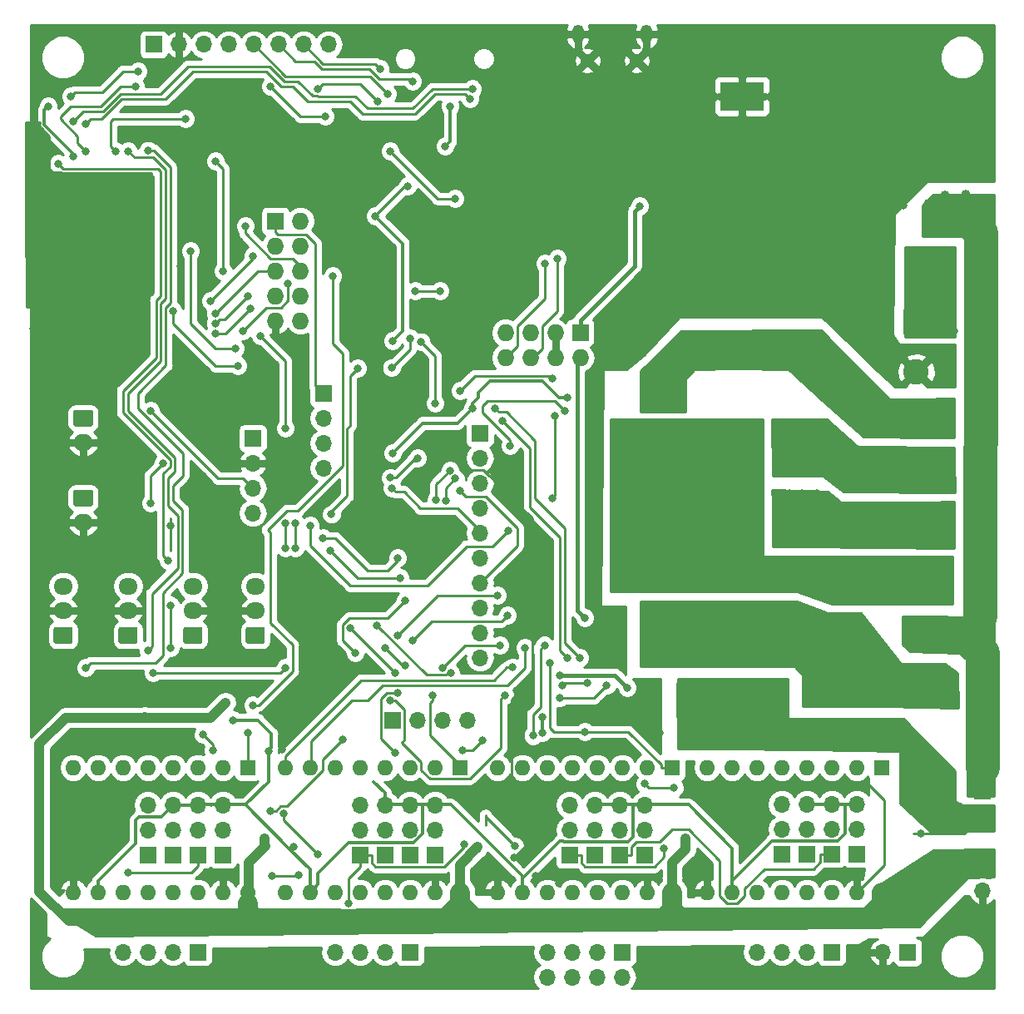
<source format=gbl>
G04 #@! TF.GenerationSoftware,KiCad,Pcbnew,5.0.2-bee76a0~70~ubuntu18.04.1*
G04 #@! TF.CreationDate,2019-07-02T21:44:17+09:00*
G04 #@! TF.ProjectId,MRR_ESPE,4d52525f-4553-4504-952e-6b696361645f,v0.3*
G04 #@! TF.SameCoordinates,Original*
G04 #@! TF.FileFunction,Copper,L2,Bot*
G04 #@! TF.FilePolarity,Positive*
%FSLAX46Y46*%
G04 Gerber Fmt 4.6, Leading zero omitted, Abs format (unit mm)*
G04 Created by KiCad (PCBNEW 5.0.2-bee76a0~70~ubuntu18.04.1) date Tue 02 Jul 2019 09:44:17 PM JST*
%MOMM*%
%LPD*%
G01*
G04 APERTURE LIST*
G04 #@! TA.AperFunction,ComponentPad*
%ADD10C,1.450000*%
G04 #@! TD*
G04 #@! TA.AperFunction,ComponentPad*
%ADD11O,1.200000X1.900000*%
G04 #@! TD*
G04 #@! TA.AperFunction,ComponentPad*
%ADD12O,1.727200X1.727200*%
G04 #@! TD*
G04 #@! TA.AperFunction,ComponentPad*
%ADD13R,1.727200X1.727200*%
G04 #@! TD*
G04 #@! TA.AperFunction,ComponentPad*
%ADD14C,2.600000*%
G04 #@! TD*
G04 #@! TA.AperFunction,ComponentPad*
%ADD15R,2.600000X2.600000*%
G04 #@! TD*
G04 #@! TA.AperFunction,ComponentPad*
%ADD16O,1.700000X1.700000*%
G04 #@! TD*
G04 #@! TA.AperFunction,ComponentPad*
%ADD17R,1.700000X1.700000*%
G04 #@! TD*
G04 #@! TA.AperFunction,ViaPad*
%ADD18C,0.600000*%
G04 #@! TD*
G04 #@! TA.AperFunction,Conductor*
%ADD19R,4.500000X2.950000*%
G04 #@! TD*
G04 #@! TA.AperFunction,ComponentPad*
%ADD20O,1.600000X1.600000*%
G04 #@! TD*
G04 #@! TA.AperFunction,ComponentPad*
%ADD21R,1.600000X1.600000*%
G04 #@! TD*
G04 #@! TA.AperFunction,Conductor*
%ADD22C,0.100000*%
G04 #@! TD*
G04 #@! TA.AperFunction,ComponentPad*
%ADD23C,1.700000*%
G04 #@! TD*
G04 #@! TA.AperFunction,ComponentPad*
%ADD24O,1.950000X1.700000*%
G04 #@! TD*
G04 #@! TA.AperFunction,ComponentPad*
%ADD25O,2.000000X1.700000*%
G04 #@! TD*
G04 #@! TA.AperFunction,ViaPad*
%ADD26C,0.800000*%
G04 #@! TD*
G04 #@! TA.AperFunction,ViaPad*
%ADD27C,1.000000*%
G04 #@! TD*
G04 #@! TA.AperFunction,Conductor*
%ADD28C,0.250000*%
G04 #@! TD*
G04 #@! TA.AperFunction,Conductor*
%ADD29C,1.000000*%
G04 #@! TD*
G04 #@! TA.AperFunction,Conductor*
%ADD30C,2.000000*%
G04 #@! TD*
G04 #@! TA.AperFunction,Conductor*
%ADD31C,3.500000*%
G04 #@! TD*
G04 #@! TA.AperFunction,Conductor*
%ADD32C,0.300000*%
G04 #@! TD*
G04 #@! TA.AperFunction,Conductor*
%ADD33C,0.400000*%
G04 #@! TD*
G04 #@! TA.AperFunction,Conductor*
%ADD34C,4.000000*%
G04 #@! TD*
G04 #@! TA.AperFunction,Conductor*
%ADD35C,0.254000*%
G04 #@! TD*
G04 APERTURE END LIST*
D10*
G04 #@! TO.P,J16,6*
G04 #@! TO.N,GND*
X107402000Y-41340500D03*
X102402000Y-41340500D03*
D11*
X108402000Y-38640500D03*
X101402000Y-38640500D03*
G04 #@! TD*
D12*
G04 #@! TO.P,J15,8*
G04 #@! TO.N,UART-*
X94038200Y-71558017D03*
G04 #@! TO.P,J15,7*
G04 #@! TO.N,N/C*
X94038200Y-69018017D03*
G04 #@! TO.P,J15,6*
G04 #@! TO.N,UART+*
X96578200Y-71558017D03*
G04 #@! TO.P,J15,5*
G04 #@! TO.N,N/C*
X96578200Y-69018017D03*
G04 #@! TO.P,J15,4*
G04 #@! TO.N,GND*
X99118200Y-71558017D03*
G04 #@! TO.P,J15,3*
X99118200Y-69018017D03*
G04 #@! TO.P,J15,2*
G04 #@! TO.N,+5V*
X101658200Y-71558017D03*
D13*
G04 #@! TO.P,J15,1*
X101658200Y-69018017D03*
G04 #@! TD*
D14*
G04 #@! TO.P,J3,2*
G04 #@! TO.N,Net-(D1-Pad1)*
X135843000Y-93930000D03*
D15*
G04 #@! TO.P,J3,1*
G04 #@! TO.N,VBED*
X135843000Y-88850000D03*
G04 #@! TD*
D16*
G04 #@! TO.P,J8,2*
G04 #@! TO.N,GND*
X132460000Y-132100000D03*
D17*
G04 #@! TO.P,J8,1*
G04 #@! TO.N,VIN*
X135000000Y-132100000D03*
G04 #@! TD*
D14*
G04 #@! TO.P,J9,4*
G04 #@! TO.N,Net-(F2-Pad2)*
X135843000Y-83190000D03*
G04 #@! TO.P,J9,3*
G04 #@! TO.N,GNDD*
X135843000Y-78110000D03*
G04 #@! TO.P,J9,2*
G04 #@! TO.N,GND*
X135843000Y-73030000D03*
D15*
G04 #@! TO.P,J9,1*
G04 #@! TO.N,Net-(F1-Pad2)*
X135843000Y-67950000D03*
G04 #@! TD*
D16*
G04 #@! TO.P,J10,2*
G04 #@! TO.N,Net-(D6-Pad1)*
X142600000Y-118190000D03*
D17*
G04 #@! TO.P,J10,1*
G04 #@! TO.N,VIN*
X142600000Y-115650000D03*
G04 #@! TD*
D16*
G04 #@! TO.P,J11,2*
G04 #@! TO.N,GND*
X142625000Y-125865000D03*
D17*
G04 #@! TO.P,J11,1*
G04 #@! TO.N,VIN*
X142625000Y-123325000D03*
G04 #@! TD*
D16*
G04 #@! TO.P,J14,8*
G04 #@! TO.N,I2S_BCK*
X76027813Y-39688871D03*
G04 #@! TO.P,J14,7*
G04 #@! TO.N,SCK*
X73487813Y-39688871D03*
G04 #@! TO.P,J14,6*
G04 #@! TO.N,MISO*
X70947813Y-39688871D03*
G04 #@! TO.P,J14,5*
G04 #@! TO.N,MOSI*
X68407813Y-39688871D03*
G04 #@! TO.P,J14,4*
G04 #@! TO.N,SDA*
X65867813Y-39688871D03*
G04 #@! TO.P,J14,3*
G04 #@! TO.N,SCL*
X63327813Y-39688871D03*
G04 #@! TO.P,J14,2*
G04 #@! TO.N,GND*
X60787813Y-39688871D03*
D17*
G04 #@! TO.P,J14,1*
G04 #@! TO.N,+3V3*
X58247813Y-39688871D03*
G04 #@! TD*
D16*
G04 #@! TO.P,J17,4*
G04 #@! TO.N,FAN_EXT_IN*
X75496252Y-82803003D03*
G04 #@! TO.P,J17,3*
G04 #@! TO.N,E0_EXT_IN*
X75496252Y-80263003D03*
G04 #@! TO.P,J17,2*
G04 #@! TO.N,BED_EXT_IN*
X75496252Y-77723003D03*
D17*
G04 #@! TO.P,J17,1*
G04 #@! TO.N,BEEPER_EXT_IN*
X75496252Y-75183003D03*
G04 #@! TD*
D16*
G04 #@! TO.P,J21,4*
G04 #@! TO.N,Net-(J21-Pad4)*
X55118000Y-132080000D03*
G04 #@! TO.P,J21,3*
G04 #@! TO.N,Net-(J21-Pad3)*
X57658000Y-132080000D03*
G04 #@! TO.P,J21,2*
G04 #@! TO.N,Net-(J21-Pad2)*
X60198000Y-132080000D03*
D17*
G04 #@! TO.P,J21,1*
G04 #@! TO.N,Net-(J21-Pad1)*
X62738000Y-132080000D03*
G04 #@! TD*
D16*
G04 #@! TO.P,J23,4*
G04 #@! TO.N,Net-(J23-Pad4)*
X76708000Y-132080000D03*
G04 #@! TO.P,J23,3*
G04 #@! TO.N,Net-(J23-Pad3)*
X79248000Y-132080000D03*
G04 #@! TO.P,J23,2*
G04 #@! TO.N,Net-(J23-Pad2)*
X81788000Y-132080000D03*
D17*
G04 #@! TO.P,J23,1*
G04 #@! TO.N,Net-(J23-Pad1)*
X84328000Y-132080000D03*
G04 #@! TD*
D16*
G04 #@! TO.P,J24,4*
G04 #@! TO.N,Net-(J24-Pad4)*
X119634000Y-132080000D03*
G04 #@! TO.P,J24,3*
G04 #@! TO.N,Net-(J24-Pad3)*
X122174000Y-132080000D03*
G04 #@! TO.P,J24,2*
G04 #@! TO.N,Net-(J24-Pad2)*
X124714000Y-132080000D03*
D17*
G04 #@! TO.P,J24,1*
G04 #@! TO.N,Net-(J24-Pad1)*
X127254000Y-132080000D03*
G04 #@! TD*
D16*
G04 #@! TO.P,JP1,3*
G04 #@! TO.N,+3V3*
X65278000Y-117094000D03*
G04 #@! TO.P,JP1,2*
G04 #@! TO.N,X_MS1*
X65278000Y-119634000D03*
D17*
G04 #@! TO.P,JP1,1*
G04 #@! TO.N,MOSI*
X65278000Y-122174000D03*
G04 #@! TD*
D16*
G04 #@! TO.P,JP2,3*
G04 #@! TO.N,+3V3*
X86868000Y-117094000D03*
G04 #@! TO.P,JP2,2*
G04 #@! TO.N,Y_MS1*
X86868000Y-119634000D03*
D17*
G04 #@! TO.P,JP2,1*
G04 #@! TO.N,MOSI*
X86868000Y-122174000D03*
G04 #@! TD*
D16*
G04 #@! TO.P,JP3,3*
G04 #@! TO.N,+3V3*
X108204000Y-117094000D03*
G04 #@! TO.P,JP3,2*
G04 #@! TO.N,Z_MS1*
X108204000Y-119634000D03*
D17*
G04 #@! TO.P,JP3,1*
G04 #@! TO.N,MOSI*
X108204000Y-122174000D03*
G04 #@! TD*
D16*
G04 #@! TO.P,JP4,3*
G04 #@! TO.N,+3V3*
X129800000Y-117020000D03*
G04 #@! TO.P,JP4,2*
G04 #@! TO.N,E0_MS1*
X129800000Y-119560000D03*
D17*
G04 #@! TO.P,JP4,1*
G04 #@! TO.N,MOSI*
X129800000Y-122100000D03*
G04 #@! TD*
D16*
G04 #@! TO.P,JP5,3*
G04 #@! TO.N,+3V3*
X62738000Y-117094000D03*
G04 #@! TO.P,JP5,2*
G04 #@! TO.N,X_MS2*
X62738000Y-119634000D03*
D17*
G04 #@! TO.P,JP5,1*
G04 #@! TO.N,SCK*
X62738000Y-122174000D03*
G04 #@! TD*
D16*
G04 #@! TO.P,JP6,3*
G04 #@! TO.N,+3V3*
X84328000Y-117094000D03*
G04 #@! TO.P,JP6,2*
G04 #@! TO.N,Y_MS2*
X84328000Y-119634000D03*
D17*
G04 #@! TO.P,JP6,1*
G04 #@! TO.N,SCK*
X84328000Y-122174000D03*
G04 #@! TD*
D16*
G04 #@! TO.P,JP7,3*
G04 #@! TO.N,+3V3*
X105664000Y-117094000D03*
G04 #@! TO.P,JP7,2*
G04 #@! TO.N,Z_MS2*
X105664000Y-119634000D03*
D17*
G04 #@! TO.P,JP7,1*
G04 #@! TO.N,SCK*
X105664000Y-122174000D03*
G04 #@! TD*
D16*
G04 #@! TO.P,JP8,3*
G04 #@! TO.N,+3V3*
X127254000Y-117020000D03*
G04 #@! TO.P,JP8,2*
G04 #@! TO.N,E0_MS2*
X127254000Y-119560000D03*
D17*
G04 #@! TO.P,JP8,1*
G04 #@! TO.N,SCK*
X127254000Y-122100000D03*
G04 #@! TD*
D16*
G04 #@! TO.P,JP9,3*
G04 #@! TO.N,+3V3*
X60198000Y-117094000D03*
G04 #@! TO.P,JP9,2*
G04 #@! TO.N,X_MS3*
X60198000Y-119634000D03*
D17*
G04 #@! TO.P,JP9,1*
G04 #@! TO.N,X_CS*
X60198000Y-122174000D03*
G04 #@! TD*
D16*
G04 #@! TO.P,JP10,3*
G04 #@! TO.N,+3V3*
X81788000Y-117094000D03*
G04 #@! TO.P,JP10,2*
G04 #@! TO.N,Y_MS3*
X81788000Y-119634000D03*
D17*
G04 #@! TO.P,JP10,1*
G04 #@! TO.N,Y_CS*
X81788000Y-122174000D03*
G04 #@! TD*
D16*
G04 #@! TO.P,JP11,3*
G04 #@! TO.N,+3V3*
X103124000Y-117094000D03*
G04 #@! TO.P,JP11,2*
G04 #@! TO.N,Z_MS3*
X103124000Y-119634000D03*
D17*
G04 #@! TO.P,JP11,1*
G04 #@! TO.N,Z_CS*
X103124000Y-122174000D03*
G04 #@! TD*
D16*
G04 #@! TO.P,JP12,3*
G04 #@! TO.N,+3V3*
X124714000Y-117032000D03*
G04 #@! TO.P,JP12,2*
G04 #@! TO.N,E0_MS3*
X124714000Y-119572000D03*
D17*
G04 #@! TO.P,JP12,1*
G04 #@! TO.N,E0_CS*
X124714000Y-122112000D03*
G04 #@! TD*
D16*
G04 #@! TO.P,JP13,3*
G04 #@! TO.N,X_SLP*
X57633000Y-117086000D03*
G04 #@! TO.P,JP13,2*
G04 #@! TO.N,X_RST*
X57633000Y-119626000D03*
D17*
G04 #@! TO.P,JP13,1*
G04 #@! TO.N,MISO*
X57633000Y-122166000D03*
G04 #@! TD*
D16*
G04 #@! TO.P,JP14,3*
G04 #@! TO.N,Y_SLP*
X79223000Y-117094000D03*
G04 #@! TO.P,JP14,2*
G04 #@! TO.N,Y_RST*
X79223000Y-119634000D03*
D17*
G04 #@! TO.P,JP14,1*
G04 #@! TO.N,MISO*
X79223000Y-122174000D03*
G04 #@! TD*
D16*
G04 #@! TO.P,JP15,3*
G04 #@! TO.N,Z_SLP*
X100559000Y-117094000D03*
G04 #@! TO.P,JP15,2*
G04 #@! TO.N,Z_RST*
X100559000Y-119634000D03*
D17*
G04 #@! TO.P,JP15,1*
G04 #@! TO.N,MISO*
X100559000Y-122174000D03*
G04 #@! TD*
D16*
G04 #@! TO.P,JP16,3*
G04 #@! TO.N,E0_SLP*
X122174000Y-117032000D03*
G04 #@! TO.P,JP16,2*
G04 #@! TO.N,E0_RST*
X122174000Y-119572000D03*
D17*
G04 #@! TO.P,JP16,1*
G04 #@! TO.N,MISO*
X122174000Y-122112000D03*
G04 #@! TD*
D18*
G04 #@! TO.N,GND*
G04 #@! TO.C,U2*
X116310000Y-45558000D03*
X117410000Y-45558000D03*
X117410000Y-44358000D03*
X116310000Y-44358000D03*
X119910000Y-45558000D03*
X118710000Y-45558000D03*
X118710000Y-44358000D03*
X119910000Y-44358000D03*
D19*
X118110000Y-44958000D03*
G04 #@! TD*
D20*
G04 #@! TO.P,U5,16*
G04 #@! TO.N,VIN*
X67818000Y-125984000D03*
G04 #@! TO.P,U5,8*
G04 #@! TO.N,Q130*
X50038000Y-113284000D03*
G04 #@! TO.P,U5,15*
G04 #@! TO.N,GND*
X65278000Y-125984000D03*
G04 #@! TO.P,U5,7*
G04 #@! TO.N,Q129*
X52578000Y-113284000D03*
G04 #@! TO.P,U5,14*
G04 #@! TO.N,Net-(J21-Pad1)*
X62738000Y-125984000D03*
G04 #@! TO.P,U5,6*
G04 #@! TO.N,X_SLP*
X55118000Y-113284000D03*
G04 #@! TO.P,U5,13*
G04 #@! TO.N,Net-(J21-Pad2)*
X60198000Y-125984000D03*
G04 #@! TO.P,U5,5*
G04 #@! TO.N,X_RST*
X57658000Y-113284000D03*
G04 #@! TO.P,U5,12*
G04 #@! TO.N,Net-(J21-Pad3)*
X57658000Y-125984000D03*
G04 #@! TO.P,U5,4*
G04 #@! TO.N,X_MS3*
X60198000Y-113284000D03*
G04 #@! TO.P,U5,11*
G04 #@! TO.N,Net-(J21-Pad4)*
X55118000Y-125984000D03*
G04 #@! TO.P,U5,3*
G04 #@! TO.N,X_MS2*
X62738000Y-113284000D03*
G04 #@! TO.P,U5,10*
G04 #@! TO.N,+3V3*
X52578000Y-125984000D03*
G04 #@! TO.P,U5,2*
G04 #@! TO.N,X_MS1*
X65278000Y-113284000D03*
G04 #@! TO.P,U5,9*
G04 #@! TO.N,GND*
X50038000Y-125984000D03*
D21*
G04 #@! TO.P,U5,1*
G04 #@! TO.N,Q128*
X67818000Y-113284000D03*
G04 #@! TD*
D20*
G04 #@! TO.P,U6,16*
G04 #@! TO.N,VIN*
X110998000Y-125984000D03*
G04 #@! TO.P,U6,8*
G04 #@! TO.N,Q136*
X93218000Y-113284000D03*
G04 #@! TO.P,U6,15*
G04 #@! TO.N,GND*
X108458000Y-125984000D03*
G04 #@! TO.P,U6,7*
G04 #@! TO.N,Q135*
X95758000Y-113284000D03*
G04 #@! TO.P,U6,14*
G04 #@! TO.N,Z_2B*
X105918000Y-125984000D03*
G04 #@! TO.P,U6,6*
G04 #@! TO.N,Z_SLP*
X98298000Y-113284000D03*
G04 #@! TO.P,U6,13*
G04 #@! TO.N,Z_2A*
X103378000Y-125984000D03*
G04 #@! TO.P,U6,5*
G04 #@! TO.N,Z_RST*
X100838000Y-113284000D03*
G04 #@! TO.P,U6,12*
G04 #@! TO.N,Z_1B*
X100838000Y-125984000D03*
G04 #@! TO.P,U6,4*
G04 #@! TO.N,Z_MS3*
X103378000Y-113284000D03*
G04 #@! TO.P,U6,11*
G04 #@! TO.N,Z_1A*
X98298000Y-125984000D03*
G04 #@! TO.P,U6,3*
G04 #@! TO.N,Z_MS2*
X105918000Y-113284000D03*
G04 #@! TO.P,U6,10*
G04 #@! TO.N,+3V3*
X95758000Y-125984000D03*
G04 #@! TO.P,U6,2*
G04 #@! TO.N,Z_MS1*
X108458000Y-113284000D03*
G04 #@! TO.P,U6,9*
G04 #@! TO.N,GND*
X93218000Y-125984000D03*
D21*
G04 #@! TO.P,U6,1*
G04 #@! TO.N,Q134*
X110998000Y-113284000D03*
G04 #@! TD*
D20*
G04 #@! TO.P,U8,16*
G04 #@! TO.N,VIN*
X89408000Y-125984000D03*
G04 #@! TO.P,U8,8*
G04 #@! TO.N,Q133*
X71628000Y-113284000D03*
G04 #@! TO.P,U8,15*
G04 #@! TO.N,GND*
X86868000Y-125984000D03*
G04 #@! TO.P,U8,7*
G04 #@! TO.N,Q132*
X74168000Y-113284000D03*
G04 #@! TO.P,U8,14*
G04 #@! TO.N,Net-(J23-Pad1)*
X84328000Y-125984000D03*
G04 #@! TO.P,U8,6*
G04 #@! TO.N,Y_SLP*
X76708000Y-113284000D03*
G04 #@! TO.P,U8,13*
G04 #@! TO.N,Net-(J23-Pad2)*
X81788000Y-125984000D03*
G04 #@! TO.P,U8,5*
G04 #@! TO.N,Y_RST*
X79248000Y-113284000D03*
G04 #@! TO.P,U8,12*
G04 #@! TO.N,Net-(J23-Pad3)*
X79248000Y-125984000D03*
G04 #@! TO.P,U8,4*
G04 #@! TO.N,Y_MS3*
X81788000Y-113284000D03*
G04 #@! TO.P,U8,11*
G04 #@! TO.N,Net-(J23-Pad4)*
X76708000Y-125984000D03*
G04 #@! TO.P,U8,3*
G04 #@! TO.N,Y_MS2*
X84328000Y-113284000D03*
G04 #@! TO.P,U8,10*
G04 #@! TO.N,+3V3*
X74168000Y-125984000D03*
G04 #@! TO.P,U8,2*
G04 #@! TO.N,Y_MS1*
X86868000Y-113284000D03*
G04 #@! TO.P,U8,9*
G04 #@! TO.N,GND*
X71628000Y-125984000D03*
D21*
G04 #@! TO.P,U8,1*
G04 #@! TO.N,Q131*
X89408000Y-113284000D03*
G04 #@! TD*
D20*
G04 #@! TO.P,U9,16*
G04 #@! TO.N,VIN*
X132334000Y-125984000D03*
G04 #@! TO.P,U9,8*
G04 #@! TO.N,Q139*
X114554000Y-113284000D03*
G04 #@! TO.P,U9,15*
G04 #@! TO.N,GND*
X129794000Y-125984000D03*
G04 #@! TO.P,U9,7*
G04 #@! TO.N,Q138*
X117094000Y-113284000D03*
G04 #@! TO.P,U9,14*
G04 #@! TO.N,Net-(J24-Pad1)*
X127254000Y-125984000D03*
G04 #@! TO.P,U9,6*
G04 #@! TO.N,E0_SLP*
X119634000Y-113284000D03*
G04 #@! TO.P,U9,13*
G04 #@! TO.N,Net-(J24-Pad2)*
X124714000Y-125984000D03*
G04 #@! TO.P,U9,5*
G04 #@! TO.N,E0_RST*
X122174000Y-113284000D03*
G04 #@! TO.P,U9,12*
G04 #@! TO.N,Net-(J24-Pad3)*
X122174000Y-125984000D03*
G04 #@! TO.P,U9,4*
G04 #@! TO.N,E0_MS3*
X124714000Y-113284000D03*
G04 #@! TO.P,U9,11*
G04 #@! TO.N,Net-(J24-Pad4)*
X119634000Y-125984000D03*
G04 #@! TO.P,U9,3*
G04 #@! TO.N,E0_MS2*
X127254000Y-113284000D03*
G04 #@! TO.P,U9,10*
G04 #@! TO.N,+3V3*
X117094000Y-125984000D03*
G04 #@! TO.P,U9,2*
G04 #@! TO.N,E0_MS1*
X129794000Y-113284000D03*
G04 #@! TO.P,U9,9*
G04 #@! TO.N,GND*
X114554000Y-125984000D03*
D21*
G04 #@! TO.P,U9,1*
G04 #@! TO.N,Q137*
X132334000Y-113284000D03*
G04 #@! TD*
D14*
G04 #@! TO.P,J7,2*
G04 #@! TO.N,Net-(D3-Pad1)*
X135843000Y-104655000D03*
D15*
G04 #@! TO.P,J7,1*
G04 #@! TO.N,VIN*
X135843000Y-99575000D03*
G04 #@! TD*
D17*
G04 #@! TO.P,J20,1*
G04 #@! TO.N,X_CS*
X82550000Y-108458000D03*
D16*
G04 #@! TO.P,J20,2*
G04 #@! TO.N,Y_CS*
X85090000Y-108458000D03*
G04 #@! TO.P,J20,3*
G04 #@! TO.N,Z_CS*
X87630000Y-108458000D03*
G04 #@! TO.P,J20,4*
G04 #@! TO.N,E0_CS*
X90170000Y-108458000D03*
G04 #@! TD*
D13*
G04 #@! TO.P,J26,1*
G04 #@! TO.N,BEEPER_EXT_IN*
X70612000Y-57658000D03*
D12*
G04 #@! TO.P,J26,2*
G04 #@! TO.N,BTN_ENC*
X73152000Y-57658000D03*
G04 #@! TO.P,J26,3*
G04 #@! TO.N,BTN_EN1*
X70612000Y-60198000D03*
G04 #@! TO.P,J26,4*
G04 #@! TO.N,EN*
X73152000Y-60198000D03*
G04 #@! TO.P,J26,5*
G04 #@! TO.N,BTN_EN2*
X70612000Y-62738000D03*
G04 #@! TO.P,J26,6*
G04 #@! TO.N,LCD_PINS_D4*
X73152000Y-62738000D03*
G04 #@! TO.P,J26,7*
G04 #@! TO.N,LCD_PINS_RS*
X70612000Y-65278000D03*
G04 #@! TO.P,J26,8*
G04 #@! TO.N,LCD_PINS_EN*
X73152000Y-65278000D03*
G04 #@! TO.P,J26,9*
G04 #@! TO.N,GND*
X70612000Y-67818000D03*
G04 #@! TO.P,J26,10*
G04 #@! TO.N,+5V*
X73152000Y-67818000D03*
G04 #@! TD*
D17*
G04 #@! TO.P,J25,1*
G04 #@! TO.N,+3V3*
X68326000Y-79756000D03*
D16*
G04 #@! TO.P,J25,2*
G04 #@! TO.N,GND*
X68326000Y-82296000D03*
G04 #@! TO.P,J25,3*
G04 #@! TO.N,IO34*
X68326000Y-84836000D03*
G04 #@! TO.P,J25,4*
G04 #@! TO.N,SER*
X68326000Y-87376000D03*
G04 #@! TD*
D22*
G04 #@! TO.N,+3V3*
G04 #@! TO.C,J1*
G36*
X49771504Y-98973204D02*
X49795773Y-98976804D01*
X49819571Y-98982765D01*
X49842671Y-98991030D01*
X49864849Y-99001520D01*
X49885893Y-99014133D01*
X49905598Y-99028747D01*
X49923777Y-99045223D01*
X49940253Y-99063402D01*
X49954867Y-99083107D01*
X49967480Y-99104151D01*
X49977970Y-99126329D01*
X49986235Y-99149429D01*
X49992196Y-99173227D01*
X49995796Y-99197496D01*
X49997000Y-99222000D01*
X49997000Y-100422000D01*
X49995796Y-100446504D01*
X49992196Y-100470773D01*
X49986235Y-100494571D01*
X49977970Y-100517671D01*
X49967480Y-100539849D01*
X49954867Y-100560893D01*
X49940253Y-100580598D01*
X49923777Y-100598777D01*
X49905598Y-100615253D01*
X49885893Y-100629867D01*
X49864849Y-100642480D01*
X49842671Y-100652970D01*
X49819571Y-100661235D01*
X49795773Y-100667196D01*
X49771504Y-100670796D01*
X49747000Y-100672000D01*
X48297000Y-100672000D01*
X48272496Y-100670796D01*
X48248227Y-100667196D01*
X48224429Y-100661235D01*
X48201329Y-100652970D01*
X48179151Y-100642480D01*
X48158107Y-100629867D01*
X48138402Y-100615253D01*
X48120223Y-100598777D01*
X48103747Y-100580598D01*
X48089133Y-100560893D01*
X48076520Y-100539849D01*
X48066030Y-100517671D01*
X48057765Y-100494571D01*
X48051804Y-100470773D01*
X48048204Y-100446504D01*
X48047000Y-100422000D01*
X48047000Y-99222000D01*
X48048204Y-99197496D01*
X48051804Y-99173227D01*
X48057765Y-99149429D01*
X48066030Y-99126329D01*
X48076520Y-99104151D01*
X48089133Y-99083107D01*
X48103747Y-99063402D01*
X48120223Y-99045223D01*
X48138402Y-99028747D01*
X48158107Y-99014133D01*
X48179151Y-99001520D01*
X48201329Y-98991030D01*
X48224429Y-98982765D01*
X48248227Y-98976804D01*
X48272496Y-98973204D01*
X48297000Y-98972000D01*
X49747000Y-98972000D01*
X49771504Y-98973204D01*
X49771504Y-98973204D01*
G37*
D23*
G04 #@! TD*
G04 #@! TO.P,J1,1*
G04 #@! TO.N,+3V3*
X49022000Y-99822000D03*
D24*
G04 #@! TO.P,J1,2*
G04 #@! TO.N,GND*
X49022000Y-97322000D03*
G04 #@! TO.P,J1,3*
G04 #@! TO.N,X_MIN*
X49022000Y-94822000D03*
G04 #@! TD*
G04 #@! TO.P,J2,3*
G04 #@! TO.N,Z_MIN*
X62230000Y-94822000D03*
G04 #@! TO.P,J2,2*
G04 #@! TO.N,GND*
X62230000Y-97322000D03*
D22*
G04 #@! TD*
G04 #@! TO.N,+3V3*
G04 #@! TO.C,J2*
G36*
X62979504Y-98973204D02*
X63003773Y-98976804D01*
X63027571Y-98982765D01*
X63050671Y-98991030D01*
X63072849Y-99001520D01*
X63093893Y-99014133D01*
X63113598Y-99028747D01*
X63131777Y-99045223D01*
X63148253Y-99063402D01*
X63162867Y-99083107D01*
X63175480Y-99104151D01*
X63185970Y-99126329D01*
X63194235Y-99149429D01*
X63200196Y-99173227D01*
X63203796Y-99197496D01*
X63205000Y-99222000D01*
X63205000Y-100422000D01*
X63203796Y-100446504D01*
X63200196Y-100470773D01*
X63194235Y-100494571D01*
X63185970Y-100517671D01*
X63175480Y-100539849D01*
X63162867Y-100560893D01*
X63148253Y-100580598D01*
X63131777Y-100598777D01*
X63113598Y-100615253D01*
X63093893Y-100629867D01*
X63072849Y-100642480D01*
X63050671Y-100652970D01*
X63027571Y-100661235D01*
X63003773Y-100667196D01*
X62979504Y-100670796D01*
X62955000Y-100672000D01*
X61505000Y-100672000D01*
X61480496Y-100670796D01*
X61456227Y-100667196D01*
X61432429Y-100661235D01*
X61409329Y-100652970D01*
X61387151Y-100642480D01*
X61366107Y-100629867D01*
X61346402Y-100615253D01*
X61328223Y-100598777D01*
X61311747Y-100580598D01*
X61297133Y-100560893D01*
X61284520Y-100539849D01*
X61274030Y-100517671D01*
X61265765Y-100494571D01*
X61259804Y-100470773D01*
X61256204Y-100446504D01*
X61255000Y-100422000D01*
X61255000Y-99222000D01*
X61256204Y-99197496D01*
X61259804Y-99173227D01*
X61265765Y-99149429D01*
X61274030Y-99126329D01*
X61284520Y-99104151D01*
X61297133Y-99083107D01*
X61311747Y-99063402D01*
X61328223Y-99045223D01*
X61346402Y-99028747D01*
X61366107Y-99014133D01*
X61387151Y-99001520D01*
X61409329Y-98991030D01*
X61432429Y-98982765D01*
X61456227Y-98976804D01*
X61480496Y-98973204D01*
X61505000Y-98972000D01*
X62955000Y-98972000D01*
X62979504Y-98973204D01*
X62979504Y-98973204D01*
G37*
D23*
G04 #@! TO.P,J2,1*
G04 #@! TO.N,+3V3*
X62230000Y-99822000D03*
G04 #@! TD*
D24*
G04 #@! TO.P,J5,3*
G04 #@! TO.N,Y_MIN*
X55626000Y-94822000D03*
G04 #@! TO.P,J5,2*
G04 #@! TO.N,GND*
X55626000Y-97322000D03*
D22*
G04 #@! TD*
G04 #@! TO.N,+3V3*
G04 #@! TO.C,J5*
G36*
X56375504Y-98973204D02*
X56399773Y-98976804D01*
X56423571Y-98982765D01*
X56446671Y-98991030D01*
X56468849Y-99001520D01*
X56489893Y-99014133D01*
X56509598Y-99028747D01*
X56527777Y-99045223D01*
X56544253Y-99063402D01*
X56558867Y-99083107D01*
X56571480Y-99104151D01*
X56581970Y-99126329D01*
X56590235Y-99149429D01*
X56596196Y-99173227D01*
X56599796Y-99197496D01*
X56601000Y-99222000D01*
X56601000Y-100422000D01*
X56599796Y-100446504D01*
X56596196Y-100470773D01*
X56590235Y-100494571D01*
X56581970Y-100517671D01*
X56571480Y-100539849D01*
X56558867Y-100560893D01*
X56544253Y-100580598D01*
X56527777Y-100598777D01*
X56509598Y-100615253D01*
X56489893Y-100629867D01*
X56468849Y-100642480D01*
X56446671Y-100652970D01*
X56423571Y-100661235D01*
X56399773Y-100667196D01*
X56375504Y-100670796D01*
X56351000Y-100672000D01*
X54901000Y-100672000D01*
X54876496Y-100670796D01*
X54852227Y-100667196D01*
X54828429Y-100661235D01*
X54805329Y-100652970D01*
X54783151Y-100642480D01*
X54762107Y-100629867D01*
X54742402Y-100615253D01*
X54724223Y-100598777D01*
X54707747Y-100580598D01*
X54693133Y-100560893D01*
X54680520Y-100539849D01*
X54670030Y-100517671D01*
X54661765Y-100494571D01*
X54655804Y-100470773D01*
X54652204Y-100446504D01*
X54651000Y-100422000D01*
X54651000Y-99222000D01*
X54652204Y-99197496D01*
X54655804Y-99173227D01*
X54661765Y-99149429D01*
X54670030Y-99126329D01*
X54680520Y-99104151D01*
X54693133Y-99083107D01*
X54707747Y-99063402D01*
X54724223Y-99045223D01*
X54742402Y-99028747D01*
X54762107Y-99014133D01*
X54783151Y-99001520D01*
X54805329Y-98991030D01*
X54828429Y-98982765D01*
X54852227Y-98976804D01*
X54876496Y-98973204D01*
X54901000Y-98972000D01*
X56351000Y-98972000D01*
X56375504Y-98973204D01*
X56375504Y-98973204D01*
G37*
D23*
G04 #@! TO.P,J5,1*
G04 #@! TO.N,+3V3*
X55626000Y-99822000D03*
G04 #@! TD*
D22*
G04 #@! TO.N,VIN*
G04 #@! TO.C,J6*
G36*
X69329504Y-98973204D02*
X69353773Y-98976804D01*
X69377571Y-98982765D01*
X69400671Y-98991030D01*
X69422849Y-99001520D01*
X69443893Y-99014133D01*
X69463598Y-99028747D01*
X69481777Y-99045223D01*
X69498253Y-99063402D01*
X69512867Y-99083107D01*
X69525480Y-99104151D01*
X69535970Y-99126329D01*
X69544235Y-99149429D01*
X69550196Y-99173227D01*
X69553796Y-99197496D01*
X69555000Y-99222000D01*
X69555000Y-100422000D01*
X69553796Y-100446504D01*
X69550196Y-100470773D01*
X69544235Y-100494571D01*
X69535970Y-100517671D01*
X69525480Y-100539849D01*
X69512867Y-100560893D01*
X69498253Y-100580598D01*
X69481777Y-100598777D01*
X69463598Y-100615253D01*
X69443893Y-100629867D01*
X69422849Y-100642480D01*
X69400671Y-100652970D01*
X69377571Y-100661235D01*
X69353773Y-100667196D01*
X69329504Y-100670796D01*
X69305000Y-100672000D01*
X67855000Y-100672000D01*
X67830496Y-100670796D01*
X67806227Y-100667196D01*
X67782429Y-100661235D01*
X67759329Y-100652970D01*
X67737151Y-100642480D01*
X67716107Y-100629867D01*
X67696402Y-100615253D01*
X67678223Y-100598777D01*
X67661747Y-100580598D01*
X67647133Y-100560893D01*
X67634520Y-100539849D01*
X67624030Y-100517671D01*
X67615765Y-100494571D01*
X67609804Y-100470773D01*
X67606204Y-100446504D01*
X67605000Y-100422000D01*
X67605000Y-99222000D01*
X67606204Y-99197496D01*
X67609804Y-99173227D01*
X67615765Y-99149429D01*
X67624030Y-99126329D01*
X67634520Y-99104151D01*
X67647133Y-99083107D01*
X67661747Y-99063402D01*
X67678223Y-99045223D01*
X67696402Y-99028747D01*
X67716107Y-99014133D01*
X67737151Y-99001520D01*
X67759329Y-98991030D01*
X67782429Y-98982765D01*
X67806227Y-98976804D01*
X67830496Y-98973204D01*
X67855000Y-98972000D01*
X69305000Y-98972000D01*
X69329504Y-98973204D01*
X69329504Y-98973204D01*
G37*
D23*
G04 #@! TD*
G04 #@! TO.P,J6,1*
G04 #@! TO.N,VIN*
X68580000Y-99822000D03*
D24*
G04 #@! TO.P,J6,2*
G04 #@! TO.N,GND*
X68580000Y-97322000D03*
G04 #@! TO.P,J6,3*
G04 #@! TO.N,Net-(D2-Pad1)*
X68580000Y-94822000D03*
G04 #@! TD*
D25*
G04 #@! TO.P,J12,2*
G04 #@! TO.N,GND*
X51054000Y-80224000D03*
D22*
G04 #@! TD*
G04 #@! TO.N,TEMP_BED_PIN*
G04 #@! TO.C,J12*
G36*
X51828504Y-76875204D02*
X51852773Y-76878804D01*
X51876571Y-76884765D01*
X51899671Y-76893030D01*
X51921849Y-76903520D01*
X51942893Y-76916133D01*
X51962598Y-76930747D01*
X51980777Y-76947223D01*
X51997253Y-76965402D01*
X52011867Y-76985107D01*
X52024480Y-77006151D01*
X52034970Y-77028329D01*
X52043235Y-77051429D01*
X52049196Y-77075227D01*
X52052796Y-77099496D01*
X52054000Y-77124000D01*
X52054000Y-78324000D01*
X52052796Y-78348504D01*
X52049196Y-78372773D01*
X52043235Y-78396571D01*
X52034970Y-78419671D01*
X52024480Y-78441849D01*
X52011867Y-78462893D01*
X51997253Y-78482598D01*
X51980777Y-78500777D01*
X51962598Y-78517253D01*
X51942893Y-78531867D01*
X51921849Y-78544480D01*
X51899671Y-78554970D01*
X51876571Y-78563235D01*
X51852773Y-78569196D01*
X51828504Y-78572796D01*
X51804000Y-78574000D01*
X50304000Y-78574000D01*
X50279496Y-78572796D01*
X50255227Y-78569196D01*
X50231429Y-78563235D01*
X50208329Y-78554970D01*
X50186151Y-78544480D01*
X50165107Y-78531867D01*
X50145402Y-78517253D01*
X50127223Y-78500777D01*
X50110747Y-78482598D01*
X50096133Y-78462893D01*
X50083520Y-78441849D01*
X50073030Y-78419671D01*
X50064765Y-78396571D01*
X50058804Y-78372773D01*
X50055204Y-78348504D01*
X50054000Y-78324000D01*
X50054000Y-77124000D01*
X50055204Y-77099496D01*
X50058804Y-77075227D01*
X50064765Y-77051429D01*
X50073030Y-77028329D01*
X50083520Y-77006151D01*
X50096133Y-76985107D01*
X50110747Y-76965402D01*
X50127223Y-76947223D01*
X50145402Y-76930747D01*
X50165107Y-76916133D01*
X50186151Y-76903520D01*
X50208329Y-76893030D01*
X50231429Y-76884765D01*
X50255227Y-76878804D01*
X50279496Y-76875204D01*
X50304000Y-76874000D01*
X51804000Y-76874000D01*
X51828504Y-76875204D01*
X51828504Y-76875204D01*
G37*
D23*
G04 #@! TO.P,J12,1*
G04 #@! TO.N,TEMP_BED_PIN*
X51054000Y-77724000D03*
G04 #@! TD*
D22*
G04 #@! TO.N,TEMP_E0_PIN*
G04 #@! TO.C,J13*
G36*
X51828504Y-85003204D02*
X51852773Y-85006804D01*
X51876571Y-85012765D01*
X51899671Y-85021030D01*
X51921849Y-85031520D01*
X51942893Y-85044133D01*
X51962598Y-85058747D01*
X51980777Y-85075223D01*
X51997253Y-85093402D01*
X52011867Y-85113107D01*
X52024480Y-85134151D01*
X52034970Y-85156329D01*
X52043235Y-85179429D01*
X52049196Y-85203227D01*
X52052796Y-85227496D01*
X52054000Y-85252000D01*
X52054000Y-86452000D01*
X52052796Y-86476504D01*
X52049196Y-86500773D01*
X52043235Y-86524571D01*
X52034970Y-86547671D01*
X52024480Y-86569849D01*
X52011867Y-86590893D01*
X51997253Y-86610598D01*
X51980777Y-86628777D01*
X51962598Y-86645253D01*
X51942893Y-86659867D01*
X51921849Y-86672480D01*
X51899671Y-86682970D01*
X51876571Y-86691235D01*
X51852773Y-86697196D01*
X51828504Y-86700796D01*
X51804000Y-86702000D01*
X50304000Y-86702000D01*
X50279496Y-86700796D01*
X50255227Y-86697196D01*
X50231429Y-86691235D01*
X50208329Y-86682970D01*
X50186151Y-86672480D01*
X50165107Y-86659867D01*
X50145402Y-86645253D01*
X50127223Y-86628777D01*
X50110747Y-86610598D01*
X50096133Y-86590893D01*
X50083520Y-86569849D01*
X50073030Y-86547671D01*
X50064765Y-86524571D01*
X50058804Y-86500773D01*
X50055204Y-86476504D01*
X50054000Y-86452000D01*
X50054000Y-85252000D01*
X50055204Y-85227496D01*
X50058804Y-85203227D01*
X50064765Y-85179429D01*
X50073030Y-85156329D01*
X50083520Y-85134151D01*
X50096133Y-85113107D01*
X50110747Y-85093402D01*
X50127223Y-85075223D01*
X50145402Y-85058747D01*
X50165107Y-85044133D01*
X50186151Y-85031520D01*
X50208329Y-85021030D01*
X50231429Y-85012765D01*
X50255227Y-85006804D01*
X50279496Y-85003204D01*
X50304000Y-85002000D01*
X51804000Y-85002000D01*
X51828504Y-85003204D01*
X51828504Y-85003204D01*
G37*
D23*
G04 #@! TD*
G04 #@! TO.P,J13,1*
G04 #@! TO.N,TEMP_E0_PIN*
X51054000Y-85852000D03*
D25*
G04 #@! TO.P,J13,2*
G04 #@! TO.N,GND*
X51054000Y-88352000D03*
G04 #@! TD*
D17*
G04 #@! TO.P,J22,1*
G04 #@! TO.N,Z_2B*
X105918000Y-132080000D03*
D16*
G04 #@! TO.P,J22,2*
X105918000Y-134620000D03*
G04 #@! TO.P,J22,3*
G04 #@! TO.N,Z_2A*
X103378000Y-132080000D03*
G04 #@! TO.P,J22,4*
X103378000Y-134620000D03*
G04 #@! TO.P,J22,5*
G04 #@! TO.N,Z_1B*
X100838000Y-132080000D03*
G04 #@! TO.P,J22,6*
X100838000Y-134620000D03*
G04 #@! TO.P,J22,7*
G04 #@! TO.N,Z_1A*
X98298000Y-132080000D03*
G04 #@! TO.P,J22,8*
X98298000Y-134620000D03*
G04 #@! TD*
D17*
G04 #@! TO.P,J18,1*
G04 #@! TO.N,Q140*
X91440000Y-79248000D03*
D16*
G04 #@! TO.P,J18,2*
G04 #@! TO.N,Q141*
X91440000Y-81788000D03*
G04 #@! TO.P,J18,3*
G04 #@! TO.N,Q142*
X91440000Y-84328000D03*
G04 #@! TO.P,J18,4*
G04 #@! TO.N,Q143*
X91440000Y-86868000D03*
G04 #@! TO.P,J18,5*
G04 #@! TO.N,Q144*
X91440000Y-89408000D03*
G04 #@! TO.P,J18,6*
G04 #@! TO.N,Q145*
X91440000Y-91948000D03*
G04 #@! TO.P,J18,7*
G04 #@! TO.N,Q146*
X91440000Y-94488000D03*
G04 #@! TO.P,J18,8*
G04 #@! TO.N,Q147*
X91440000Y-97028000D03*
G04 #@! TO.P,J18,9*
G04 #@! TO.N,Q148*
X91440000Y-99568000D03*
G04 #@! TO.P,J18,10*
G04 #@! TO.N,Q149*
X91440000Y-102108000D03*
G04 #@! TD*
D26*
G04 #@! TO.N,GND*
X55118000Y-59690000D03*
X53594000Y-59690000D03*
X52070000Y-59690000D03*
X52070000Y-57912000D03*
X53594000Y-57912000D03*
X55118000Y-57912000D03*
X55118000Y-56388000D03*
X53594000Y-56388000D03*
X52070000Y-56388000D03*
X56896000Y-88392000D03*
X63246000Y-83566000D03*
X81534000Y-75438000D03*
X82042000Y-96012000D03*
G04 #@! TO.N,Q128*
X67818000Y-109728000D03*
G04 #@! TO.N,GND*
X45974000Y-68580000D03*
X105156000Y-107442000D03*
X130650000Y-63950000D03*
X69490000Y-132430000D03*
X68150000Y-132430000D03*
X66810000Y-132430000D03*
X93230000Y-132320000D03*
X91090000Y-132480000D03*
X89380000Y-132160000D03*
X116020000Y-132050000D03*
X113180000Y-132160000D03*
X111150000Y-132100000D03*
X134570000Y-56080000D03*
D27*
X113000000Y-123100000D03*
D26*
X97230000Y-120190000D03*
X94956340Y-122493660D03*
X97112181Y-124318481D03*
X99530000Y-125065400D03*
X113210000Y-115070000D03*
X107442000Y-108712000D03*
X117094000Y-117348000D03*
X108458000Y-109722000D03*
X109728000Y-109722000D03*
X131826000Y-64008000D03*
X131572000Y-65278000D03*
X140208000Y-47498000D03*
X138938000Y-46482000D03*
X137414000Y-46736000D03*
X46990000Y-128524000D03*
X103378000Y-95700000D03*
X105918000Y-97790000D03*
X105488500Y-99900500D03*
X105410000Y-98806000D03*
X105488500Y-101013500D03*
X46228000Y-71120000D03*
X79502000Y-62484000D03*
X82042000Y-53340000D03*
X82042000Y-86360000D03*
X85090000Y-91948000D03*
X80518000Y-40132000D03*
X89154000Y-40894000D03*
X98298000Y-39878000D03*
X111506000Y-39878000D03*
X93218000Y-49276000D03*
X90170000Y-50546000D03*
X65278000Y-80264000D03*
X52324000Y-74930000D03*
X47752000Y-75184000D03*
X88895347Y-81538653D03*
X71288897Y-111420897D03*
X71120000Y-109220000D03*
X54356000Y-120650000D03*
X78740000Y-49276000D03*
X86106000Y-56134000D03*
X83058000Y-56388000D03*
X77978000Y-54102000D03*
X85344000Y-67564000D03*
X101346000Y-64770000D03*
X102870000Y-64516000D03*
X122428000Y-66040000D03*
X112522000Y-66294000D03*
X107950000Y-64516000D03*
X105918000Y-69342000D03*
X106172000Y-66294000D03*
X122174000Y-55372000D03*
X127508000Y-48514000D03*
X129540000Y-43688000D03*
X133858000Y-44958000D03*
X137414000Y-44958000D03*
X110744000Y-41910000D03*
X105664000Y-44958000D03*
X101854000Y-43434000D03*
X105410000Y-48768000D03*
X102870000Y-91948000D03*
X53848000Y-86106000D03*
X102870000Y-61468000D03*
X63246000Y-87884000D03*
X56896000Y-92202000D03*
X58674000Y-93472000D03*
X62230000Y-91948000D03*
X60706000Y-95758000D03*
X59944000Y-88646000D03*
X60960000Y-62230000D03*
G04 #@! TO.N,X_MIN*
X57912000Y-86360000D03*
X59182000Y-82296000D03*
D27*
G04 #@! TO.N,VIN*
X137050000Y-55900000D03*
X137100000Y-58750000D03*
X138740000Y-55050000D03*
X140900000Y-55000000D03*
X143300000Y-55450000D03*
D26*
X137150000Y-124400000D03*
X135700000Y-125750000D03*
X135100000Y-127619000D03*
X142600000Y-107980000D03*
X142600000Y-111130000D03*
D27*
X140880000Y-57325000D03*
X142382000Y-63550000D03*
X142423000Y-61280000D03*
X142385000Y-58880000D03*
D26*
X142600000Y-109690000D03*
D27*
X111000000Y-123000000D03*
X112400000Y-120500000D03*
X89400000Y-123200000D03*
X67900000Y-123000000D03*
X69500000Y-120510000D03*
X46600000Y-119600000D03*
X91130000Y-121530000D03*
D26*
X65532000Y-106680000D03*
G04 #@! TO.N,+3V3*
X69900000Y-111600000D03*
X72500000Y-121390000D03*
X88392000Y-45974000D03*
X87884000Y-50038000D03*
X82550000Y-69850000D03*
X80772000Y-57150000D03*
X82550000Y-81280000D03*
X84074000Y-54102000D03*
X90678000Y-76708000D03*
X66294000Y-108458000D03*
X100330000Y-75643763D03*
X97790000Y-108183400D03*
X97790000Y-109728000D03*
X47498000Y-45974000D03*
X50038000Y-51054000D03*
G04 #@! TO.N,+5V*
X107696000Y-56134000D03*
X106426000Y-105156000D03*
X102108000Y-98044000D03*
X99568000Y-103886000D03*
G04 #@! TO.N,Net-(D1-Pad1)*
X107108000Y-81790000D03*
X108798000Y-81760000D03*
X110588000Y-81810000D03*
X112598000Y-81810000D03*
X114228000Y-81680000D03*
X106188000Y-83420000D03*
X107898000Y-83140000D03*
X109448000Y-83310000D03*
X111378000Y-83280000D03*
X113468000Y-83230000D03*
X115398000Y-83330000D03*
X114468000Y-84500000D03*
X112358000Y-84690000D03*
X110258000Y-84690000D03*
X108468000Y-84640000D03*
X106998000Y-84830000D03*
X105968000Y-86320000D03*
X107598000Y-86270000D03*
X109578000Y-86190000D03*
X111808000Y-86020000D03*
X113598000Y-86110000D03*
X115718000Y-86210000D03*
X114748000Y-87410000D03*
X112708000Y-87360000D03*
X110588000Y-87460000D03*
X108658000Y-87520000D03*
X106868000Y-87600000D03*
X106108000Y-89090000D03*
X107738000Y-89070000D03*
X109558000Y-88980000D03*
X111538000Y-88980000D03*
X113408000Y-88980000D03*
X115528000Y-88960000D03*
X116198000Y-81780000D03*
X116648000Y-87480000D03*
X116598000Y-84580000D03*
X132080000Y-92880000D03*
X132842000Y-95320000D03*
X130048000Y-95504000D03*
X107950000Y-92456000D03*
X109728000Y-93472000D03*
X112014000Y-92964000D03*
X128016000Y-94996000D03*
X115062000Y-92964000D03*
X117602000Y-92964000D03*
X120396000Y-92964000D03*
X122174000Y-92964000D03*
X108204000Y-94234000D03*
X110744000Y-94488000D03*
X113538000Y-94488000D03*
X125222000Y-95250000D03*
X116078000Y-94488000D03*
X129286000Y-93726000D03*
X118364000Y-94488000D03*
X120650000Y-94488000D03*
X123444000Y-94488000D03*
X125222000Y-92964000D03*
X127508000Y-92964000D03*
X126492000Y-94234000D03*
G04 #@! TO.N,Net-(D3-Pad1)*
X123260000Y-101616000D03*
X123698000Y-100584000D03*
X122428000Y-97790000D03*
X117300000Y-97256000D03*
X119310000Y-97226000D03*
X121160000Y-97176000D03*
X121410000Y-99376000D03*
X121460000Y-101526000D03*
X119240000Y-99396000D03*
X117320000Y-99286000D03*
X123140000Y-99416000D03*
X119310000Y-101616000D03*
X117400000Y-101556000D03*
X118320000Y-98186000D03*
X118320000Y-100526000D03*
X120260000Y-98216000D03*
X120330000Y-100576000D03*
X122310000Y-100596000D03*
G04 #@! TO.N,VBED*
X131064000Y-87150000D03*
X135120000Y-89730000D03*
X121666000Y-86614000D03*
X122936000Y-86614000D03*
X124206000Y-86614000D03*
X125730000Y-86614000D03*
X125730000Y-85344000D03*
X124206000Y-85344000D03*
X122936000Y-85344000D03*
X121920000Y-85344000D03*
X133858000Y-86868000D03*
X130556000Y-90170000D03*
X131572000Y-89154000D03*
X132842000Y-89916000D03*
X132842000Y-87884000D03*
X127508000Y-87376000D03*
X127762000Y-88900000D03*
X127508000Y-90170000D03*
X128778000Y-90170000D03*
X128778000Y-87884000D03*
G04 #@! TO.N,Net-(D6-Pad1)*
X136340000Y-120038000D03*
X116144000Y-105362000D03*
X120114000Y-105332000D03*
X120204000Y-107412000D03*
X118204000Y-105402000D03*
X116144000Y-107462000D03*
X118204000Y-107462000D03*
X122084000Y-105332000D03*
X122104000Y-107392000D03*
X116144000Y-109472000D03*
X118154000Y-109442000D03*
X120114000Y-109442000D03*
X122054000Y-109332000D03*
X117314000Y-106432000D03*
X119224000Y-106392000D03*
X120944000Y-106252000D03*
X120954000Y-108512000D03*
X119154000Y-108452000D03*
X117184000Y-108522000D03*
G04 #@! TO.N,Net-(F1-Pad2)*
X135382000Y-60706000D03*
X135382000Y-62738000D03*
X135382000Y-65024000D03*
X137875000Y-65024000D03*
X137922000Y-68834000D03*
X139192000Y-67564000D03*
X139700000Y-68834000D03*
G04 #@! TO.N,Net-(F2-Pad2)*
X130556000Y-81788000D03*
X130810000Y-83820000D03*
X121920000Y-82296000D03*
X123444000Y-82296000D03*
X124968000Y-82296000D03*
X126492000Y-82296000D03*
X121920000Y-83312000D03*
X123190000Y-83312000D03*
X124714000Y-83312000D03*
X125984000Y-83312000D03*
X127254000Y-83566000D03*
X127508000Y-82296000D03*
X133858000Y-81280000D03*
X131826000Y-82804000D03*
X133858000Y-84582000D03*
X132842000Y-82042000D03*
X132842000Y-83820000D03*
X127254000Y-81026000D03*
X127508000Y-79502000D03*
X132080000Y-84836000D03*
G04 #@! TO.N,SS*
X74930000Y-44196000D03*
X81026000Y-45466000D03*
G04 #@! TO.N,MISO*
X78032000Y-127077700D03*
X110136200Y-121504700D03*
X89836200Y-121108900D03*
X84582000Y-43434000D03*
X57658000Y-101346000D03*
X55626000Y-50546000D03*
G04 #@! TO.N,SCK*
X94970000Y-121280000D03*
X70270000Y-124280000D03*
X72970000Y-124240000D03*
X81280000Y-42164000D03*
X57658000Y-50474999D03*
X55626000Y-123952000D03*
X51308000Y-103124000D03*
G04 #@! TO.N,MOSI*
X71442500Y-117974200D03*
X74907300Y-122130300D03*
X49784000Y-44958000D03*
X56642000Y-42418000D03*
X82042000Y-44704000D03*
X48514000Y-51816000D03*
X64262000Y-111506000D03*
X63246000Y-109936800D03*
X59944000Y-101092000D03*
X59690000Y-92202000D03*
X59944000Y-96774000D03*
G04 #@! TO.N,FAN_E0_PIN*
X60198000Y-66802000D03*
X66802000Y-72390000D03*
G04 #@! TO.N,HEATER_E0_PIN*
X64516000Y-51562000D03*
X65278000Y-62738000D03*
X69088000Y-69342000D03*
X71628000Y-78740000D03*
G04 #@! TO.N,HEATER_BED_PIN*
X61468000Y-47244000D03*
X66548000Y-70612000D03*
X54356000Y-50546000D03*
X61976000Y-60706000D03*
G04 #@! TO.N,EN*
X51308000Y-50546000D03*
X56388000Y-43942000D03*
X70099347Y-43937347D03*
X75692000Y-46990000D03*
X82296000Y-50546000D03*
X88900000Y-55372000D03*
X67310000Y-68834000D03*
X71882000Y-64008000D03*
G04 #@! TO.N,UART+*
X99314000Y-61468000D03*
X50038000Y-47498000D03*
X90678000Y-44196000D03*
G04 #@! TO.N,UART-*
X98044000Y-61976000D03*
X51308000Y-47752000D03*
X90424000Y-45212000D03*
G04 #@! TO.N,GNDD*
X131064000Y-77470000D03*
X131826000Y-78520000D03*
X108712000Y-72898000D03*
X110490000Y-72644000D03*
X111760000Y-70358000D03*
X114808000Y-70358000D03*
X124968000Y-70104000D03*
X125984000Y-73406000D03*
X127762000Y-74930000D03*
X125984000Y-71628000D03*
X113030000Y-72136000D03*
X110998000Y-75692000D03*
X133604000Y-77470000D03*
X133604000Y-78740000D03*
X133350000Y-76200000D03*
X132080000Y-75438000D03*
X122682000Y-69596000D03*
X119888000Y-71882000D03*
X109982000Y-74422000D03*
X113030000Y-69596000D03*
G04 #@! TO.N,LCD_PINS_D4*
X67564000Y-58166000D03*
G04 #@! TO.N,IO34*
X57912000Y-76962000D03*
G04 #@! TO.N,BTN_EN1*
X64008000Y-65786000D03*
X68321347Y-61209347D03*
G04 #@! TO.N,BTN_EN2*
X64516000Y-67056000D03*
G04 #@! TO.N,LCD_PINS_RS*
X64516000Y-68072000D03*
X67818000Y-65278000D03*
G04 #@! TO.N,X_CS*
X70139900Y-117691400D03*
X77478800Y-110433100D03*
G04 #@! TO.N,E0_CS*
X111214500Y-115372000D03*
X108229800Y-114950100D03*
G04 #@! TO.N,SER*
X83058000Y-91948000D03*
X75438000Y-89916000D03*
G04 #@! TO.N,Net-(U13-Pad14)*
X84328000Y-69596000D03*
X82447411Y-72597357D03*
G04 #@! TO.N,FAN_EXT_IN*
X71628000Y-88392000D03*
X71628000Y-90932000D03*
G04 #@! TO.N,E0_EXT_IN*
X72644000Y-88392000D03*
X72628003Y-90932000D03*
G04 #@! TO.N,BED_EXT_IN*
X74168000Y-88646000D03*
G04 #@! TO.N,Q144*
X82473457Y-84828431D03*
G04 #@! TO.N,Q143*
X85445847Y-69951847D03*
X86868000Y-76200000D03*
G04 #@! TO.N,Q130*
X84836000Y-64770000D03*
X87376000Y-64770000D03*
X94234000Y-97790000D03*
X84582000Y-100330000D03*
G04 #@! TO.N,Q129*
X58166000Y-103632000D03*
X71628000Y-103124000D03*
X83058000Y-99822000D03*
X93218000Y-95758000D03*
G04 #@! TO.N,Q128*
X76454000Y-63246000D03*
X68326000Y-106934000D03*
G04 #@! TO.N,Q136*
X78994000Y-72644000D03*
X76331653Y-87507653D03*
X76200000Y-91186000D03*
X83312000Y-93980000D03*
X83820000Y-96266000D03*
X78740000Y-101600000D03*
X81788000Y-101092000D03*
X83820000Y-102870000D03*
X83058000Y-105664000D03*
X82804000Y-111760000D03*
X89662000Y-111506000D03*
X91694000Y-110490000D03*
G04 #@! TO.N,Q135*
X98007000Y-100838000D03*
X96841315Y-110044228D03*
G04 #@! TO.N,Q134*
X98552000Y-102616000D03*
X102108000Y-109633400D03*
G04 #@! TO.N,Q133*
X94742000Y-103086000D03*
G04 #@! TO.N,Q132*
X96012000Y-101092000D03*
G04 #@! TO.N,Q131*
X87630000Y-103124000D03*
X93472000Y-100838000D03*
X86614000Y-105918000D03*
G04 #@! TO.N,Q139*
X100334653Y-102103347D03*
X93721347Y-77973347D03*
G04 #@! TO.N,Q138*
X92964000Y-76708000D03*
X101600000Y-102108000D03*
G04 #@! TO.N,Q137*
X89408000Y-74930000D03*
X98843000Y-85852000D03*
X98806000Y-73660000D03*
X99060000Y-77470000D03*
G04 #@! TO.N,FAN_EXT_IN*
X104353999Y-104902000D03*
X99568000Y-106172000D03*
X93980000Y-105918000D03*
X82296000Y-106426000D03*
X82804000Y-103632000D03*
X78232000Y-99060000D03*
G04 #@! TO.N,E0_EXT_IN*
X102362000Y-104686000D03*
X99822000Y-104902000D03*
X88468437Y-103669000D03*
X80968998Y-98806000D03*
G04 #@! TO.N,BED_EXT_IN*
X94342999Y-89154000D03*
X94488000Y-80518000D03*
X100076000Y-76962000D03*
G04 #@! TO.N,Q146*
X89408000Y-85090000D03*
G04 #@! TO.N,Q147*
X88946701Y-83890051D03*
X87965706Y-86143000D03*
G04 #@! TO.N,Q148*
X88392000Y-83058000D03*
X86967666Y-86080380D03*
G04 #@! TO.N,LCD_PINS_EN*
X64516000Y-69088000D03*
X68072000Y-66548000D03*
G04 #@! TO.N,Net-(U13-Pad9)*
X85090000Y-81788000D03*
X82317775Y-83800186D03*
G04 #@! TD*
D28*
G04 #@! TO.N,GND*
X97230000Y-120190000D02*
X94956340Y-122463660D01*
X94956340Y-122463660D02*
X94956340Y-122493660D01*
X97112181Y-124318481D02*
X98783081Y-124318481D01*
X98783081Y-124318481D02*
X99530000Y-125065400D01*
X131072000Y-115070000D02*
X113210000Y-115070000D01*
X132588000Y-116586000D02*
X131072000Y-115070000D01*
X129794000Y-125984000D02*
X132588000Y-123190000D01*
X132588000Y-123190000D02*
X132588000Y-116586000D01*
X97230000Y-120190000D02*
X97230000Y-116788000D01*
X96737001Y-104234001D02*
X96737001Y-87885999D01*
X96737001Y-87885999D02*
X91814003Y-82963001D01*
X94632999Y-106338003D02*
X96737001Y-104234001D01*
X97230000Y-116788000D02*
X94632999Y-114190999D01*
X91814003Y-82963001D02*
X90329001Y-82963001D01*
X94632999Y-114190999D02*
X94632999Y-106338003D01*
X90329001Y-82963001D02*
X88904653Y-81538653D01*
X88904653Y-81538653D02*
X88895347Y-81538653D01*
X71288897Y-111420897D02*
X71288897Y-109388897D01*
X71288897Y-109388897D02*
X71120000Y-109220000D01*
X54356000Y-120650000D02*
X50292000Y-124714000D01*
X50292000Y-124714000D02*
X50292000Y-125984000D01*
G04 #@! TO.N,X_MIN*
X57912000Y-86360000D02*
X57912000Y-83566000D01*
X57912000Y-83566000D02*
X59182000Y-82296000D01*
D29*
G04 #@! TO.N,VIN*
X57242000Y-108200000D02*
X57324000Y-108118000D01*
X57242000Y-108200000D02*
X57300000Y-108200000D01*
X46600000Y-119600000D02*
X46600000Y-110900000D01*
X46600000Y-110900000D02*
X49300000Y-108200000D01*
X49300000Y-108200000D02*
X57242000Y-108200000D01*
X111000000Y-126850000D02*
X110998000Y-126848000D01*
X110998000Y-126848000D02*
X110998000Y-125984000D01*
D30*
X111000000Y-126850000D02*
X111000000Y-127700000D01*
X111000000Y-126000000D02*
X111000000Y-126850000D01*
D29*
X67818000Y-126549500D02*
X67900000Y-126467500D01*
X67900000Y-126467500D02*
X67900000Y-123000000D01*
X67818000Y-126549500D02*
X67818000Y-127115000D01*
X67818000Y-127115000D02*
X67800000Y-127133000D01*
X67818000Y-125984000D02*
X67818000Y-126549500D01*
X89408000Y-126549500D02*
X89400000Y-126541500D01*
X89400000Y-126541500D02*
X89400000Y-123200000D01*
D30*
X89408000Y-126549500D02*
X89408000Y-127115000D01*
X89408000Y-125984000D02*
X89408000Y-126549500D01*
D29*
X110998000Y-125984000D02*
X110998000Y-124483700D01*
X110998000Y-124483700D02*
X111000000Y-124481700D01*
X111000000Y-124481700D02*
X111000000Y-123000000D01*
D30*
X89400000Y-127123000D02*
X89408000Y-127115000D01*
X67800000Y-127900000D02*
X68600000Y-128700000D01*
X68600000Y-128700000D02*
X87823400Y-128700000D01*
X87823400Y-128700000D02*
X89400000Y-127123000D01*
D31*
X142600000Y-107980000D02*
X142600000Y-109690000D01*
X142600000Y-101600000D02*
X142600000Y-107980000D01*
X142600000Y-111130000D02*
X142600000Y-113210000D01*
X142600000Y-109690000D02*
X142600000Y-111130000D01*
D29*
X142600000Y-115690000D02*
X142580000Y-115710000D01*
X142580000Y-115710000D02*
X142580000Y-115730000D01*
X140560000Y-99600000D02*
X140600000Y-99600000D01*
X138290000Y-99600000D02*
X138200000Y-99510000D01*
D31*
X140560000Y-99600000D02*
X138290000Y-99600000D01*
X140880000Y-57325000D02*
X142385000Y-58880000D01*
X142382000Y-63550000D02*
X142360000Y-97800000D01*
X142385000Y-58880000D02*
X142382000Y-63550000D01*
D30*
X141780000Y-123430000D02*
X142740000Y-123430000D01*
D29*
X142680000Y-115670000D02*
X142740000Y-115730000D01*
X112400000Y-120500000D02*
X112400000Y-121600000D01*
X112400000Y-121600000D02*
X111000000Y-123000000D01*
X69600000Y-121300000D02*
X67900000Y-123000000D01*
X67800000Y-127900000D02*
X66700000Y-129000000D01*
X66700000Y-129000000D02*
X66600000Y-128900000D01*
X66600000Y-128900000D02*
X49600000Y-128900000D01*
X49600000Y-128900000D02*
X46600000Y-125900000D01*
X46600000Y-125900000D02*
X46600000Y-123444000D01*
D30*
X67800000Y-127133000D02*
X67800000Y-127900000D01*
X89400000Y-127123000D02*
X90976600Y-128700000D01*
X90976600Y-128700000D02*
X110000000Y-128700000D01*
X110000000Y-128700000D02*
X111000000Y-127700000D01*
D29*
X89408000Y-127115000D02*
X89400000Y-127123000D01*
D30*
X132334000Y-125984000D02*
X132334000Y-127115000D01*
X132334000Y-127115000D02*
X130900000Y-128549000D01*
X130900000Y-128549000D02*
X111849000Y-128549000D01*
X111849000Y-128549000D02*
X111000000Y-127700000D01*
D31*
X139690000Y-57325000D02*
X140880000Y-57325000D01*
D29*
X91200000Y-121400000D02*
X89400000Y-123200000D01*
X91130000Y-121530000D02*
X91200000Y-121400000D01*
X69582894Y-121300000D02*
X69600000Y-121300000D01*
X69500000Y-121217106D02*
X69582894Y-121300000D01*
X69500000Y-120510000D02*
X69500000Y-121217106D01*
X46600000Y-123444000D02*
X46600000Y-119600000D01*
X57242000Y-108200000D02*
X64012000Y-108200000D01*
X64012000Y-108200000D02*
X65532000Y-106680000D01*
D32*
G04 #@! TO.N,+3V3*
X86868000Y-117094000D02*
X86843000Y-117069000D01*
X86843000Y-117069000D02*
X86843000Y-117061000D01*
X108204000Y-117061000D02*
X107283000Y-117061000D01*
X108433000Y-117061000D02*
X108204000Y-117061000D01*
X108204000Y-117061000D02*
X108433000Y-117061000D01*
X107283000Y-117061000D02*
X108204000Y-117061000D01*
X108204000Y-117094000D02*
X108204000Y-117061000D01*
X65297000Y-117075000D02*
X65278000Y-117094000D01*
X74168000Y-125984000D02*
X74168000Y-123666000D01*
X67577100Y-117075000D02*
X65297000Y-117075000D01*
X65297000Y-117075000D02*
X65275000Y-117075000D01*
X62721500Y-117077500D02*
X62713000Y-117086000D01*
X62713000Y-117086000D02*
X60206000Y-117086000D01*
X64125000Y-117075000D02*
X62724000Y-117075000D01*
X62724000Y-117075000D02*
X62721500Y-117077500D01*
X62738000Y-117094000D02*
X62721500Y-117077500D01*
X84328000Y-117061000D02*
X81788000Y-117061000D01*
X85693000Y-117061000D02*
X84328000Y-117061000D01*
X84328000Y-117094000D02*
X84328000Y-117061000D01*
X105664000Y-117061000D02*
X103353000Y-117061000D01*
X105664000Y-117094000D02*
X105664000Y-117061000D01*
X129788000Y-117032000D02*
X129800000Y-117020000D01*
X129788000Y-117032000D02*
X129794000Y-117032000D01*
X128594000Y-117082000D02*
X128644000Y-117032000D01*
X128644000Y-117032000D02*
X129788000Y-117032000D01*
X127242000Y-117032000D02*
X127254000Y-117020000D01*
X127242000Y-117032000D02*
X124714000Y-117032000D01*
X128594000Y-117082000D02*
X128544000Y-117032000D01*
X128544000Y-117032000D02*
X127242000Y-117032000D01*
X81788000Y-116493800D02*
X81788000Y-115893700D01*
X81788000Y-117061000D02*
X81763000Y-117061000D01*
X81788000Y-117094000D02*
X81788000Y-117061000D01*
X81788000Y-116493800D02*
X81788000Y-117061000D01*
X103124000Y-117094000D02*
X103320000Y-117094000D01*
X103320000Y-117094000D02*
X103353000Y-117061000D01*
X80607100Y-114712800D02*
X81788000Y-115893700D01*
X60206000Y-117086000D02*
X60198000Y-117094000D01*
X60206000Y-117086000D02*
X60173000Y-117086000D01*
X107233000Y-117111000D02*
X107283000Y-117061000D01*
X85693000Y-117061000D02*
X86843000Y-117061000D01*
X74168000Y-125984000D02*
X74968000Y-125184000D01*
X74968000Y-125184000D02*
X74968000Y-124066000D01*
X86843000Y-117061000D02*
X85693000Y-117061000D01*
X64125000Y-117075000D02*
X65275000Y-117075000D01*
X52578000Y-125984000D02*
X52578000Y-124853000D01*
X64075000Y-117125000D02*
X64125000Y-117075000D01*
X65275000Y-117075000D02*
X64125000Y-117075000D01*
X95758000Y-124612000D02*
X95758000Y-124356000D01*
X95758000Y-124356000D02*
X88463100Y-117061000D01*
X88463100Y-117061000D02*
X86843000Y-117061000D01*
X95758000Y-125984000D02*
X95758000Y-124612000D01*
X117094000Y-124853000D02*
X117094000Y-121492000D01*
X117094000Y-121492000D02*
X112663000Y-117061000D01*
X112663000Y-117061000D02*
X108433000Y-117061000D01*
X117094000Y-125984000D02*
X117094000Y-124853000D01*
X117094000Y-124853000D02*
X121175000Y-120772000D01*
X121175000Y-120772000D02*
X127830000Y-120772000D01*
X127830000Y-120772000D02*
X128594000Y-120008000D01*
X128594000Y-120008000D02*
X128594000Y-117082000D01*
X70200000Y-109900000D02*
X70200000Y-111300000D01*
X70200000Y-111300000D02*
X69900000Y-111600000D01*
X74168000Y-123666000D02*
X72084819Y-121582787D01*
X72084819Y-121582787D02*
X67577100Y-117075000D01*
X74968000Y-124066000D02*
X77660000Y-121374000D01*
X78060001Y-120973999D02*
X77660000Y-121374000D01*
X85693000Y-117061000D02*
X85643000Y-117111000D01*
X84706001Y-120973999D02*
X78060001Y-120973999D01*
X85643000Y-117111000D02*
X85643000Y-120037000D01*
X85643000Y-120037000D02*
X84706001Y-120973999D01*
X59005999Y-118286001D02*
X56763999Y-118286001D01*
X60198000Y-117094000D02*
X59005999Y-118286001D01*
X56432999Y-118617001D02*
X56432999Y-120997626D01*
X56763999Y-118286001D02*
X56432999Y-118617001D01*
X52578000Y-124853000D02*
X56350625Y-121080000D01*
X56432999Y-120997626D02*
X56350625Y-121080000D01*
X107003999Y-117154999D02*
X106910000Y-117061000D01*
X106520000Y-120850000D02*
X107003999Y-120366001D01*
X106910000Y-117061000D02*
X105664000Y-117061000D01*
X107003999Y-120366001D02*
X107003999Y-117154999D01*
X107283000Y-117061000D02*
X106910000Y-117061000D01*
X99569000Y-120801000D02*
X99949998Y-120801000D01*
X99949998Y-120801000D02*
X99998998Y-120850000D01*
X95758000Y-124612000D02*
X99569000Y-120801000D01*
X99998998Y-120850000D02*
X106520000Y-120850000D01*
X72084819Y-121582787D02*
X72307213Y-121582787D01*
X72307213Y-121582787D02*
X72500000Y-121390000D01*
X88392000Y-45974000D02*
X88392000Y-49530000D01*
X88392000Y-49530000D02*
X87884000Y-50038000D01*
X80772000Y-57150000D02*
X83820000Y-54102000D01*
X83820000Y-54102000D02*
X84074000Y-54102000D01*
X83566000Y-68834000D02*
X82550000Y-69850000D01*
X80772000Y-57150000D02*
X83566000Y-59944000D01*
X83566000Y-59944000D02*
X83566000Y-68834000D01*
X82550000Y-81280000D02*
X85598000Y-78232000D01*
X85598000Y-78232000D02*
X89154000Y-78232000D01*
X89154000Y-78232000D02*
X90678000Y-76708000D01*
X70200000Y-109900000D02*
X70200000Y-109824000D01*
X70200000Y-109824000D02*
X68834000Y-108458000D01*
X68834000Y-108458000D02*
X66294000Y-108458000D01*
X90678000Y-76200000D02*
X90678000Y-76708000D01*
X91234237Y-75643763D02*
X90678000Y-76200000D01*
X97790000Y-108183400D02*
X97790000Y-109728000D01*
X91234237Y-75643763D02*
X91234237Y-75135763D01*
X91234237Y-75135763D02*
X92456000Y-73914000D01*
X92456000Y-73914000D02*
X97790000Y-73914000D01*
X99519763Y-75643763D02*
X100330000Y-75643763D01*
X97790000Y-73914000D02*
X99519763Y-75643763D01*
X67577100Y-117075000D02*
X67583000Y-117075000D01*
X69900000Y-114758000D02*
X69900000Y-111600000D01*
X67583000Y-117075000D02*
X69900000Y-114758000D01*
X47098001Y-46373999D02*
X47098001Y-47860001D01*
X47498000Y-45974000D02*
X47098001Y-46373999D01*
X47098001Y-47860001D02*
X50038000Y-50800000D01*
X50038000Y-50800000D02*
X50038000Y-51054000D01*
D33*
G04 #@! TO.N,+5V*
X101658200Y-67754417D02*
X107188000Y-62224617D01*
X101658200Y-69018017D02*
X101658200Y-67754417D01*
X107188000Y-62224617D02*
X107188000Y-56642000D01*
X107188000Y-56642000D02*
X107696000Y-56134000D01*
X102108000Y-98044000D02*
X101346000Y-97282000D01*
X101346000Y-97282000D02*
X101346000Y-71628000D01*
X101346000Y-71628000D02*
X101600000Y-71374000D01*
X106426000Y-105156000D02*
X105156000Y-103886000D01*
X105156000Y-103886000D02*
X101346000Y-103886000D01*
X99568000Y-103886000D02*
X101346000Y-103886000D01*
X101346000Y-103886000D02*
X101600000Y-103886000D01*
D34*
G04 #@! TO.N,Net-(D3-Pad1)*
X137875000Y-104655000D02*
X136037000Y-104655000D01*
X123140000Y-99416000D02*
X122174000Y-100330000D01*
D28*
G04 #@! TO.N,Net-(D6-Pad1)*
X136340000Y-120038000D02*
X140762000Y-120038000D01*
X140762000Y-120038000D02*
X142600000Y-118200000D01*
X121666000Y-106934000D02*
X121066000Y-106334000D01*
X135525000Y-120038000D02*
X136340000Y-120038000D01*
D30*
X134112000Y-109220000D02*
X119888000Y-109220000D01*
X138890000Y-114080000D02*
X134112000Y-109220000D01*
X138890000Y-117210000D02*
X138890000Y-114080000D01*
X142600000Y-118290000D02*
X139970000Y-118290000D01*
X139970000Y-118290000D02*
X138890000Y-117210000D01*
D28*
G04 #@! TO.N,SS*
X79248000Y-43688000D02*
X81026000Y-45466000D01*
X74930000Y-44196000D02*
X75438000Y-43688000D01*
X75438000Y-43688000D02*
X79248000Y-43688000D01*
G04 #@! TO.N,MISO*
X101734300Y-122174000D02*
X101734300Y-122982000D01*
X101734300Y-122982000D02*
X102104900Y-123352600D01*
X102104900Y-123352600D02*
X109185500Y-123352600D01*
X109185500Y-123352600D02*
X110136200Y-122401900D01*
X110136200Y-122401900D02*
X110136200Y-121504700D01*
X79223000Y-122174000D02*
X79223000Y-123349300D01*
X78032000Y-127077700D02*
X78032000Y-124540300D01*
X78032000Y-124540300D02*
X79223000Y-123349300D01*
X100559000Y-122174000D02*
X101734300Y-122174000D01*
X79223000Y-122174000D02*
X80398300Y-122174000D01*
X80398300Y-122174000D02*
X80398300Y-122982000D01*
X80398300Y-122982000D02*
X80805600Y-123389300D01*
X80805600Y-123389300D02*
X87830100Y-123389300D01*
X87830100Y-123389300D02*
X89836200Y-121383200D01*
X89836200Y-121383200D02*
X89836200Y-121108900D01*
X70947813Y-39688871D02*
X72660942Y-41402000D01*
X74564532Y-41402000D02*
X75326532Y-42164000D01*
X72660942Y-41402000D02*
X74564532Y-41402000D01*
X80206998Y-42164000D02*
X81222998Y-43180000D01*
X75326532Y-42164000D02*
X80206998Y-42164000D01*
X81222998Y-43180000D02*
X84328000Y-43180000D01*
X84328000Y-43180000D02*
X84582000Y-43434000D01*
X58057999Y-100946001D02*
X57658000Y-101346000D01*
X58057999Y-95612001D02*
X58057999Y-100946001D01*
X60706000Y-92964000D02*
X58057999Y-95612001D01*
X60706000Y-87630000D02*
X60706000Y-92964000D01*
X56279999Y-51199999D02*
X58186409Y-51199999D01*
X55626000Y-50546000D02*
X56279999Y-51199999D01*
X59436000Y-52449590D02*
X59436000Y-65532000D01*
X60357011Y-81693011D02*
X60357011Y-83152989D01*
X55626000Y-76962000D02*
X60357011Y-81693011D01*
X58186409Y-51199999D02*
X59436000Y-52449590D01*
X58928000Y-71882000D02*
X55626000Y-75184000D01*
X55626000Y-75184000D02*
X55626000Y-76962000D01*
X60357011Y-83152989D02*
X59690000Y-83820000D01*
X59436000Y-65532000D02*
X58928000Y-66040000D01*
X59690000Y-83820000D02*
X59690000Y-86614000D01*
X58928000Y-66040000D02*
X58928000Y-71882000D01*
X59690000Y-86614000D02*
X60706000Y-87630000D01*
G04 #@! TO.N,SCK*
X126078700Y-122100000D02*
X126078700Y-122908000D01*
X126078700Y-122908000D02*
X125380700Y-123606000D01*
X125380700Y-123606000D02*
X120382900Y-123606000D01*
X120382900Y-123606000D02*
X118364000Y-125624900D01*
X118364000Y-125624900D02*
X118364000Y-126391300D01*
X118364000Y-126391300D02*
X117604000Y-127151300D01*
X117604000Y-127151300D02*
X116599000Y-127151300D01*
X116599000Y-127151300D02*
X115824000Y-126376300D01*
X115824000Y-126376300D02*
X115824000Y-122756000D01*
X115824000Y-122756000D02*
X112680800Y-119612800D01*
X112680800Y-119612800D02*
X111002400Y-119612800D01*
X111002400Y-119612800D02*
X109754200Y-120861000D01*
X109754200Y-120861000D02*
X107349100Y-120861000D01*
X107349100Y-120861000D02*
X106839300Y-121370800D01*
X106839300Y-121370800D02*
X106839300Y-122174000D01*
X127254000Y-122100000D02*
X126078700Y-122100000D01*
X105664000Y-122174000D02*
X106839300Y-122174000D01*
X94970000Y-121280000D02*
X92025400Y-118335400D01*
X92025400Y-119184100D02*
X92025400Y-118170000D01*
X92025400Y-118335400D02*
X92025400Y-118170000D01*
X70270000Y-124280000D02*
X72930000Y-124280000D01*
X72930000Y-124280000D02*
X72970000Y-124240000D01*
X73487813Y-39688871D02*
X75454942Y-41656000D01*
X75454942Y-41656000D02*
X80772000Y-41656000D01*
X80772000Y-41656000D02*
X81280000Y-42164000D01*
X62060000Y-123952000D02*
X55626000Y-123952000D01*
X62738000Y-122174000D02*
X62738000Y-123274000D01*
X62738000Y-123274000D02*
X62060000Y-123952000D01*
X59944000Y-52195314D02*
X58223685Y-50474999D01*
X59182000Y-95504000D02*
X61156010Y-93529990D01*
X58420000Y-102616000D02*
X59182000Y-101854000D01*
X60198000Y-86106000D02*
X60198000Y-84582000D01*
X61156010Y-93529990D02*
X61156010Y-87064010D01*
X60198000Y-84582000D02*
X61214000Y-83566000D01*
X51816000Y-102616000D02*
X58420000Y-102616000D01*
X58223685Y-50474999D02*
X57658000Y-50474999D01*
X59182000Y-101854000D02*
X59182000Y-95504000D01*
X61156010Y-87064010D02*
X60198000Y-86106000D01*
X56642000Y-76765002D02*
X56642000Y-75184000D01*
X51308000Y-103124000D02*
X51816000Y-102616000D01*
X61214000Y-83566000D02*
X61214000Y-81337002D01*
X59472999Y-72353001D02*
X59472999Y-66453999D01*
X61214000Y-81337002D02*
X56642000Y-76765002D01*
X56642000Y-75184000D02*
X59472999Y-72353001D01*
X59944000Y-65982998D02*
X59944000Y-52195314D01*
X59472999Y-66453999D02*
X59944000Y-65982998D01*
G04 #@! TO.N,MOSI*
X74907300Y-122130300D02*
X71442500Y-118665500D01*
X71442500Y-118665500D02*
X71442500Y-117974200D01*
X50183999Y-44558001D02*
X52977999Y-44558001D01*
X49784000Y-44958000D02*
X50183999Y-44558001D01*
X52977999Y-44558001D02*
X55118000Y-42418000D01*
X55118000Y-42418000D02*
X56642000Y-42418000D01*
X68407813Y-39688871D02*
X71644942Y-42926000D01*
X71644942Y-42926000D02*
X80264000Y-42926000D01*
X80264000Y-42926000D02*
X82042000Y-44704000D01*
X59182000Y-83369002D02*
X59182000Y-84074000D01*
X55118000Y-77158998D02*
X59907001Y-81947999D01*
X55118000Y-74930000D02*
X55118000Y-77158998D01*
X59182000Y-84074000D02*
X59182000Y-90170000D01*
X58477990Y-71570010D02*
X55118000Y-74930000D01*
X49022000Y-52324000D02*
X58674000Y-52324000D01*
X59907001Y-81947999D02*
X59907001Y-82644001D01*
X58928000Y-52578000D02*
X58928000Y-65278000D01*
X48514000Y-51816000D02*
X49022000Y-52324000D01*
X58674000Y-52324000D02*
X58928000Y-52578000D01*
X59907001Y-82644001D02*
X59182000Y-83369002D01*
X58928000Y-65278000D02*
X58477990Y-65728010D01*
X58477990Y-65728010D02*
X58477990Y-71570010D01*
X64262000Y-111506000D02*
X64262000Y-110952800D01*
X64262000Y-110952800D02*
X63246000Y-109936800D01*
X59182000Y-90170000D02*
X59182000Y-91694000D01*
X59182000Y-91694000D02*
X59690000Y-92202000D01*
X59944000Y-101092000D02*
X59944000Y-96774000D01*
G04 #@! TO.N,FAN_E0_PIN*
X60198000Y-66802000D02*
X60198000Y-67367685D01*
X60198000Y-67367685D02*
X60198000Y-68072000D01*
X60198000Y-68072000D02*
X64516000Y-72390000D01*
X64516000Y-72390000D02*
X66802000Y-72390000D01*
G04 #@! TO.N,HEATER_E0_PIN*
X64516000Y-51562000D02*
X65278000Y-52324000D01*
X65278000Y-52324000D02*
X65278000Y-62738000D01*
X69088000Y-69342000D02*
X71628000Y-71882000D01*
X71628000Y-71882000D02*
X71628000Y-78740000D01*
G04 #@! TO.N,HEATER_BED_PIN*
X53848000Y-50038000D02*
X54356000Y-50546000D01*
X53848000Y-47498000D02*
X53848000Y-50038000D01*
X54102000Y-47244000D02*
X53848000Y-47498000D01*
X61468000Y-47244000D02*
X54102000Y-47244000D01*
X61976000Y-68072000D02*
X64516000Y-70612000D01*
X64516000Y-70612000D02*
X66548000Y-70612000D01*
X61976000Y-60706000D02*
X61976000Y-68072000D01*
G04 #@! TO.N,EN*
X48768000Y-46990000D02*
X49784000Y-45974000D01*
X49784000Y-45974000D02*
X52832000Y-45974000D01*
X52832000Y-45974000D02*
X54864000Y-43942000D01*
X54864000Y-43942000D02*
X56388000Y-43942000D01*
X70099347Y-43937347D02*
X73152000Y-46990000D01*
X73152000Y-46990000D02*
X75692000Y-46990000D01*
X82296000Y-50546000D02*
X87122000Y-55372000D01*
X87122000Y-55372000D02*
X88900000Y-55372000D01*
X67310000Y-68834000D02*
X69342000Y-66802000D01*
X71882000Y-65767130D02*
X71882000Y-64008000D01*
X71182529Y-66466601D02*
X71882000Y-65767130D01*
X69342000Y-66802000D02*
X69677399Y-66466601D01*
X69677399Y-66466601D02*
X71182529Y-66466601D01*
X48768000Y-47301002D02*
X50488998Y-49022000D01*
X48768000Y-46990000D02*
X48768000Y-47301002D01*
X50488998Y-49726998D02*
X51308000Y-50546000D01*
X50488998Y-49022000D02*
X50488998Y-49726998D01*
G04 #@! TO.N,UART+*
X99314000Y-61468000D02*
X99314000Y-62033685D01*
X99314000Y-62033685D02*
X99314000Y-66802000D01*
X97766801Y-68349199D02*
X97766801Y-70635199D01*
X99314000Y-66802000D02*
X97766801Y-68349199D01*
X97766801Y-70635199D02*
X96774000Y-71628000D01*
X51054000Y-46482000D02*
X53086000Y-46482000D01*
X50038000Y-47498000D02*
X51054000Y-46482000D01*
X53086000Y-46482000D02*
X54864000Y-44704000D01*
X54864000Y-44704000D02*
X58928000Y-44704000D01*
X58928000Y-44704000D02*
X61722000Y-41910000D01*
X69992532Y-41910000D02*
X71516532Y-43434000D01*
X61722000Y-41910000D02*
X69992532Y-41910000D01*
X71516532Y-43434000D02*
X72898000Y-43434000D01*
X74385001Y-44921001D02*
X74893001Y-44921001D01*
X72898000Y-43434000D02*
X74385001Y-44921001D01*
X74893001Y-44921001D02*
X74930000Y-44958000D01*
X74930000Y-44958000D02*
X78740000Y-44958000D01*
X79973001Y-46191001D02*
X84618999Y-46191001D01*
X78740000Y-44958000D02*
X79973001Y-46191001D01*
X84618999Y-46191001D02*
X86614000Y-44196000D01*
X86614000Y-44196000D02*
X90678000Y-44196000D01*
G04 #@! TO.N,UART-*
X98044000Y-61976000D02*
X98044000Y-65532000D01*
X95226801Y-68349199D02*
X95226801Y-70381199D01*
X98044000Y-65532000D02*
X95226801Y-68349199D01*
X95226801Y-70381199D02*
X93980000Y-71628000D01*
X51308000Y-47752000D02*
X51816000Y-47244000D01*
X52960410Y-47244000D02*
X54992410Y-45212000D01*
X51816000Y-47244000D02*
X52960410Y-47244000D01*
X54992410Y-45212000D02*
X59436000Y-45212000D01*
X59436000Y-45212000D02*
X62230000Y-42418000D01*
X69653002Y-42418000D02*
X71177002Y-43942000D01*
X62230000Y-42418000D02*
X69653002Y-42418000D01*
X71177002Y-43942000D02*
X72390000Y-43942000D01*
X72390000Y-43942000D02*
X73914000Y-45466000D01*
X73914000Y-45466000D02*
X78232000Y-45466000D01*
X78232000Y-45466000D02*
X79502000Y-46736000D01*
X79502000Y-46736000D02*
X84836000Y-46736000D01*
X84836000Y-46736000D02*
X86868000Y-44704000D01*
X86868000Y-44704000D02*
X89408000Y-44704000D01*
X89408000Y-44704000D02*
X89916000Y-44704000D01*
X89916000Y-44704000D02*
X90424000Y-45212000D01*
G04 #@! TO.N,LCD_PINS_D4*
X67564000Y-58909130D02*
X70122870Y-61468000D01*
X67564000Y-58166000D02*
X67564000Y-58909130D01*
X70122870Y-61468000D02*
X71101130Y-61468000D01*
X71101130Y-61468000D02*
X72390000Y-61468000D01*
X72390000Y-61468000D02*
X73152000Y-62230000D01*
G04 #@! TO.N,IO34*
X57912000Y-76962000D02*
X64770000Y-83820000D01*
X64770000Y-83820000D02*
X67310000Y-83820000D01*
X67310000Y-83820000D02*
X68326000Y-84836000D01*
G04 #@! TO.N,BTN_EN1*
X64008000Y-65786000D02*
X68321347Y-61472653D01*
X68321347Y-61472653D02*
X68321347Y-61209347D01*
G04 #@! TO.N,BTN_EN2*
X64516000Y-67056000D02*
X68834000Y-62738000D01*
X68834000Y-62738000D02*
X70612000Y-62738000D01*
G04 #@! TO.N,LCD_PINS_RS*
X64915999Y-67672001D02*
X65423999Y-67672001D01*
X64516000Y-68072000D02*
X64915999Y-67672001D01*
X65423999Y-67672001D02*
X67818000Y-65278000D01*
G04 #@! TO.N,X_CS*
X77478800Y-110433100D02*
X75438000Y-112473900D01*
X75438000Y-112473900D02*
X75438000Y-113607900D01*
X75438000Y-113607900D02*
X71797000Y-117248900D01*
X71797000Y-117248900D02*
X71142100Y-117248900D01*
X71142100Y-117248900D02*
X70699700Y-117691300D01*
X70699700Y-117691300D02*
X70699700Y-117691400D01*
X70699700Y-117691400D02*
X70139900Y-117691400D01*
G04 #@! TO.N,E0_CS*
X108229800Y-114950100D02*
X108651700Y-115372000D01*
X108651700Y-115372000D02*
X111214500Y-115372000D01*
G04 #@! TO.N,SER*
X83058000Y-92202000D02*
X82042000Y-93218000D01*
X82042000Y-93218000D02*
X80010000Y-93218000D01*
X80010000Y-93218000D02*
X76708000Y-89916000D01*
X76708000Y-89916000D02*
X75438000Y-89916000D01*
G04 #@! TO.N,Q128*
X67818000Y-109728000D02*
X67818000Y-113284000D01*
G04 #@! TO.N,Q134*
X110998000Y-113284000D02*
X109872700Y-113284000D01*
X109872700Y-113284000D02*
X109872700Y-113002600D01*
G04 #@! TO.N,Net-(U13-Pad14)*
X82596643Y-72597357D02*
X82447411Y-72597357D01*
X84328000Y-70716768D02*
X84328000Y-69596000D01*
X82447411Y-72597357D02*
X84328000Y-70716768D01*
G04 #@! TO.N,Q132*
X74234000Y-113334000D02*
X74300000Y-113400000D01*
X74168000Y-113268000D02*
X74234000Y-113334000D01*
X74168000Y-113268000D02*
X74168000Y-113284000D01*
X73875000Y-112975000D02*
X74168000Y-113268000D01*
G04 #@! TO.N,FAN_EXT_IN*
X71628000Y-88392000D02*
X71628000Y-90932000D01*
G04 #@! TO.N,E0_EXT_IN*
X72644000Y-88392000D02*
X72644000Y-90916003D01*
X72644000Y-90916003D02*
X72628003Y-90932000D01*
G04 #@! TO.N,BED_EXT_IN*
X74168000Y-88646000D02*
X74168000Y-90678000D01*
G04 #@! TO.N,BEEPER_EXT_IN*
X70612000Y-58771600D02*
X70849799Y-59009399D01*
X70612000Y-57658000D02*
X70612000Y-58771600D01*
X70849799Y-59009399D02*
X73741399Y-59009399D01*
X73741399Y-59009399D02*
X74676000Y-59944000D01*
X74676000Y-59944000D02*
X74676000Y-74422000D01*
X74676000Y-74422000D02*
X75438000Y-75184000D01*
G04 #@! TO.N,Q144*
X82873456Y-85228430D02*
X83704430Y-85228430D01*
X82473457Y-84828431D02*
X82873456Y-85228430D01*
X83704430Y-85228430D02*
X85344000Y-86868000D01*
X85344000Y-86868000D02*
X88900000Y-86868000D01*
G04 #@! TO.N,Q142*
X91186000Y-84582000D02*
X91440000Y-84582000D01*
G04 #@! TO.N,Q143*
X85445847Y-69951847D02*
X86868000Y-71374000D01*
X86868000Y-71374000D02*
X86868000Y-76200000D01*
G04 #@! TO.N,Q130*
X84836000Y-64770000D02*
X86868000Y-64770000D01*
X86868000Y-64770000D02*
X87376000Y-64770000D01*
X86519001Y-98392999D02*
X84582000Y-100330000D01*
X94234000Y-97790000D02*
X93631001Y-98392999D01*
X93631001Y-98392999D02*
X86519001Y-98392999D01*
G04 #@! TO.N,Q129*
X58166000Y-103632000D02*
X71120000Y-103632000D01*
X71120000Y-103632000D02*
X71628000Y-103124000D01*
X83058000Y-99822000D02*
X87122000Y-95758000D01*
X87122000Y-95758000D02*
X93218000Y-95758000D01*
G04 #@! TO.N,Q128*
X76454000Y-63246000D02*
X76454000Y-70104000D01*
X76454000Y-70104000D02*
X77470000Y-71120000D01*
X77470000Y-82568257D02*
X72916257Y-87122000D01*
X77470000Y-71120000D02*
X77470000Y-82568257D01*
X71824998Y-87122000D02*
X69850000Y-89096998D01*
X72916257Y-87122000D02*
X71824998Y-87122000D01*
X70104000Y-89350998D02*
X70104000Y-98552000D01*
X69850000Y-89096998D02*
X70104000Y-89350998D01*
X68891002Y-106934000D02*
X68326000Y-106934000D01*
X72353001Y-103472001D02*
X68891002Y-106934000D01*
X70104000Y-98552000D02*
X72353001Y-100801001D01*
X72353001Y-100801001D02*
X72353001Y-103472001D01*
G04 #@! TO.N,Q136*
X78994000Y-72644000D02*
X78232000Y-73406000D01*
X77920010Y-78797990D02*
X77920010Y-85655990D01*
X78232000Y-73406000D02*
X78232000Y-78486000D01*
X78232000Y-78486000D02*
X77920010Y-78797990D01*
X77920010Y-85655990D02*
X76331653Y-87244347D01*
X76331653Y-87244347D02*
X76331653Y-87507653D01*
X76200000Y-91186000D02*
X78994000Y-93980000D01*
X78994000Y-93980000D02*
X83312000Y-93980000D01*
X77506999Y-100366999D02*
X78740000Y-101600000D01*
X77506999Y-98711999D02*
X77506999Y-100366999D01*
X78137999Y-98080999D02*
X77506999Y-98711999D01*
X83820000Y-96266000D02*
X82005001Y-98080999D01*
X82005001Y-98080999D02*
X78137999Y-98080999D01*
X81788000Y-101092000D02*
X83566000Y-102870000D01*
X83566000Y-102870000D02*
X83820000Y-102870000D01*
X81374999Y-110330999D02*
X82804000Y-111760000D01*
X81374999Y-106273999D02*
X81374999Y-110330999D01*
X83058000Y-105664000D02*
X81984998Y-105664000D01*
X81984998Y-105664000D02*
X81374999Y-106273999D01*
X89662000Y-111506000D02*
X90678000Y-111506000D01*
X90678000Y-111506000D02*
X91694000Y-110490000D01*
G04 #@! TO.N,Q135*
X97607001Y-101237999D02*
X97607001Y-107116999D01*
X98007000Y-100838000D02*
X97607001Y-101237999D01*
X97607001Y-107116999D02*
X96841315Y-107882685D01*
X96841315Y-107882685D02*
X96841315Y-110044228D01*
G04 #@! TO.N,Q134*
X98552000Y-102616000D02*
X98552000Y-104902000D01*
X98552000Y-104902000D02*
X98552000Y-109220000D01*
X98552000Y-109220000D02*
X98965400Y-109633400D01*
X98965400Y-109633400D02*
X102108000Y-109633400D01*
X106503500Y-109633400D02*
X109872700Y-113002600D01*
X102108000Y-109633400D02*
X106503500Y-109633400D01*
G04 #@! TO.N,Q133*
X79341100Y-104394000D02*
X71628000Y-112107100D01*
X92868315Y-104394000D02*
X79341100Y-104394000D01*
X71628000Y-112107100D02*
X71628000Y-113284000D01*
X94742000Y-103086000D02*
X94176315Y-103086000D01*
X94176315Y-103086000D02*
X92868315Y-104394000D01*
G04 #@! TO.N,Q132*
X96012000Y-103124000D02*
X96012000Y-102870000D01*
X94234000Y-104902000D02*
X96012000Y-103124000D01*
X81534000Y-104902000D02*
X94234000Y-104902000D01*
X96012000Y-102870000D02*
X96012000Y-101092000D01*
X74234000Y-110565700D02*
X78373700Y-106426000D01*
X96012000Y-102889002D02*
X96012000Y-102870000D01*
X80010000Y-106426000D02*
X81534000Y-104902000D01*
X74234000Y-113334000D02*
X74234000Y-110565700D01*
X78373700Y-106426000D02*
X80010000Y-106426000D01*
G04 #@! TO.N,Q131*
X87630000Y-103124000D02*
X89916000Y-100838000D01*
X89916000Y-100838000D02*
X93472000Y-100838000D01*
X86614000Y-106483685D02*
X86360000Y-106737685D01*
X86614000Y-105918000D02*
X86614000Y-106483685D01*
X86360000Y-106737685D02*
X86360000Y-109982000D01*
X86360000Y-109982000D02*
X89408000Y-113030000D01*
G04 #@! TO.N,Q139*
X99568000Y-89842000D02*
X99568000Y-101336694D01*
X99568000Y-101336694D02*
X100334653Y-102103347D01*
X93721347Y-77973347D02*
X96520000Y-80772000D01*
X96520000Y-86794000D02*
X98118000Y-88392000D01*
X96520000Y-80772000D02*
X96520000Y-86794000D01*
X97827000Y-88101000D02*
X98118000Y-88392000D01*
X98118000Y-88392000D02*
X99568000Y-89842000D01*
G04 #@! TO.N,Q138*
X93363999Y-77107999D02*
X94125999Y-77107999D01*
X92964000Y-76708000D02*
X93363999Y-77107999D01*
X94125999Y-77107999D02*
X97028000Y-80010000D01*
X97028000Y-80010000D02*
X97028000Y-85852000D01*
X100076000Y-88900000D02*
X100076000Y-100584000D01*
X97028000Y-85852000D02*
X100076000Y-88900000D01*
X100076000Y-100584000D02*
X101600000Y-102108000D01*
G04 #@! TO.N,Q137*
X98552000Y-73406000D02*
X98806000Y-73660000D01*
X89408000Y-74930000D02*
X90932000Y-73406000D01*
X90932000Y-73406000D02*
X98552000Y-73406000D01*
X99060000Y-85635000D02*
X98843000Y-85852000D01*
X99060000Y-77470000D02*
X99060000Y-85635000D01*
G04 #@! TO.N,FAN_EXT_IN*
X99577575Y-106181575D02*
X99568000Y-106172000D01*
X104353999Y-104902000D02*
X103074424Y-106181575D01*
X103074424Y-106181575D02*
X99577575Y-106181575D01*
X93580001Y-106317999D02*
X93580001Y-110635999D01*
X93980000Y-105918000D02*
X93580001Y-106317999D01*
X86327999Y-114409001D02*
X85453001Y-113534003D01*
X85453001Y-112743999D02*
X83453002Y-110744000D01*
X85453001Y-113534003D02*
X85453001Y-112743999D01*
X90424000Y-114409001D02*
X86327999Y-114409001D01*
X93580001Y-110635999D02*
X93580001Y-111253000D01*
X93580001Y-111253000D02*
X90424000Y-114409001D01*
X82803002Y-106426000D02*
X82296000Y-106426000D01*
X83725001Y-107347999D02*
X82803002Y-106426000D01*
X83453002Y-110744000D02*
X83725001Y-110472001D01*
X83725001Y-110472001D02*
X83725001Y-107347999D01*
X82804000Y-103632000D02*
X78232000Y-99060000D01*
G04 #@! TO.N,E0_EXT_IN*
X102362000Y-104686000D02*
X100038000Y-104686000D01*
X100038000Y-104686000D02*
X99822000Y-104902000D01*
X86011999Y-103849001D02*
X80968998Y-98806000D01*
X87978001Y-103849001D02*
X86011999Y-103849001D01*
X88195002Y-103632000D02*
X87978001Y-103849001D01*
X88468437Y-103669000D02*
X88431437Y-103632000D01*
X88431437Y-103632000D02*
X88195002Y-103632000D01*
G04 #@! TO.N,BED_EXT_IN*
X74168000Y-90678000D02*
X78232000Y-94742000D01*
X78232000Y-94742000D02*
X82296000Y-94742000D01*
X82296000Y-94742000D02*
X86106000Y-94742000D01*
X90075001Y-90772999D02*
X92107001Y-90772999D01*
X86106000Y-94742000D02*
X90075001Y-90772999D01*
X92107001Y-90772999D02*
X92724000Y-90772999D01*
X92724000Y-90772999D02*
X94342999Y-89154000D01*
X94488000Y-79952315D02*
X91694000Y-77158315D01*
X94488000Y-80518000D02*
X94488000Y-79952315D01*
X91694000Y-77158315D02*
X91694000Y-76454000D01*
X91694000Y-76454000D02*
X92202000Y-75946000D01*
X92202000Y-75946000D02*
X99060000Y-75946000D01*
X99060000Y-75946000D02*
X100076000Y-76962000D01*
G04 #@! TO.N,Q144*
X88900000Y-86868000D02*
X89154000Y-86868000D01*
X89154000Y-86868000D02*
X91440000Y-89154000D01*
G04 #@! TO.N,Q146*
X90010999Y-85692999D02*
X89408000Y-85090000D01*
X92004001Y-85692999D02*
X90010999Y-85692999D01*
X92615001Y-86303999D02*
X92004001Y-85692999D01*
X91440000Y-94488000D02*
X92615001Y-93312999D01*
X92615001Y-86303999D02*
X92653999Y-86303999D01*
X92653999Y-86303999D02*
X95250000Y-88900000D01*
X95250000Y-90678000D02*
X92615001Y-93312999D01*
X95250000Y-88900000D02*
X95250000Y-90678000D01*
G04 #@! TO.N,Q147*
X88946701Y-83890051D02*
X87965706Y-84871046D01*
X87965706Y-84871046D02*
X87965706Y-86143000D01*
G04 #@! TO.N,Q148*
X88392000Y-83058000D02*
X86967666Y-84482334D01*
X86967666Y-84482334D02*
X86967666Y-86080380D01*
G04 #@! TO.N,Q149*
X91440000Y-102108000D02*
X91440000Y-102362000D01*
G04 #@! TO.N,LCD_PINS_EN*
X64516000Y-69088000D02*
X65532000Y-69088000D01*
X65532000Y-69088000D02*
X68072000Y-66548000D01*
G04 #@! TO.N,Net-(U13-Pad9)*
X82392696Y-83725265D02*
X82317775Y-83800186D01*
X82898735Y-83725265D02*
X82392696Y-83725265D01*
X84836000Y-82042000D02*
X85090000Y-81788000D01*
X84582000Y-82042000D02*
X84836000Y-82042000D01*
X84582000Y-82042000D02*
X82898735Y-83725265D01*
X84836000Y-81788000D02*
X84582000Y-82042000D01*
G04 #@! TD*
D35*
G04 #@! TO.N,GND*
G36*
X46621002Y-47813025D02*
X46611658Y-47860001D01*
X46648678Y-48046116D01*
X46694252Y-48114321D01*
X46754105Y-48203898D01*
X46793928Y-48230507D01*
X47625000Y-49061579D01*
X47625000Y-52578000D01*
X47634667Y-52626601D01*
X47662197Y-52667803D01*
X47703399Y-52695333D01*
X47752000Y-52705000D01*
X48778628Y-52705000D01*
X48845638Y-52749775D01*
X48977482Y-52776000D01*
X48977483Y-52776000D01*
X49021999Y-52784855D01*
X49066516Y-52776000D01*
X58039000Y-52776000D01*
X58039000Y-62611000D01*
X47752000Y-62611000D01*
X47703399Y-62620667D01*
X47662197Y-62648197D01*
X47634667Y-62689399D01*
X47625000Y-62738000D01*
X47625000Y-66421000D01*
X45337318Y-66421000D01*
X45202000Y-56272137D01*
X45202000Y-47625000D01*
X46621002Y-47625000D01*
X46621002Y-47813025D01*
X46621002Y-47813025D01*
G37*
X46621002Y-47813025D02*
X46611658Y-47860001D01*
X46648678Y-48046116D01*
X46694252Y-48114321D01*
X46754105Y-48203898D01*
X46793928Y-48230507D01*
X47625000Y-49061579D01*
X47625000Y-52578000D01*
X47634667Y-52626601D01*
X47662197Y-52667803D01*
X47703399Y-52695333D01*
X47752000Y-52705000D01*
X48778628Y-52705000D01*
X48845638Y-52749775D01*
X48977482Y-52776000D01*
X48977483Y-52776000D01*
X49021999Y-52784855D01*
X49066516Y-52776000D01*
X58039000Y-52776000D01*
X58039000Y-62611000D01*
X47752000Y-62611000D01*
X47703399Y-62620667D01*
X47662197Y-62648197D01*
X47634667Y-62689399D01*
X47625000Y-62738000D01*
X47625000Y-66421000D01*
X45337318Y-66421000D01*
X45202000Y-56272137D01*
X45202000Y-47625000D01*
X46621002Y-47625000D01*
X46621002Y-47813025D01*
G04 #@! TO.N,Net-(D1-Pad1)*
G36*
X120269000Y-91694000D02*
X120278667Y-91742601D01*
X120306197Y-91783803D01*
X120347399Y-91811333D01*
X120395940Y-91821000D01*
X133179940Y-91827000D01*
X133180117Y-91827000D01*
X139573000Y-91821117D01*
X139573000Y-96647000D01*
X127275998Y-96647000D01*
X123740715Y-95384399D01*
X123698000Y-95377000D01*
X104775000Y-95377000D01*
X104775000Y-77851000D01*
X120269000Y-77851000D01*
X120269000Y-91694000D01*
X120269000Y-91694000D01*
G37*
X120269000Y-91694000D02*
X120278667Y-91742601D01*
X120306197Y-91783803D01*
X120347399Y-91811333D01*
X120395940Y-91821000D01*
X133179940Y-91827000D01*
X133180117Y-91827000D01*
X139573000Y-91821117D01*
X139573000Y-96647000D01*
X127275998Y-96647000D01*
X123740715Y-95384399D01*
X123698000Y-95377000D01*
X104775000Y-95377000D01*
X104775000Y-77851000D01*
X120269000Y-77851000D01*
X120269000Y-91694000D01*
G04 #@! TO.N,Net-(D6-Pad1)*
G36*
X122809000Y-108204000D02*
X122818667Y-108252601D01*
X122846197Y-108293803D01*
X122887399Y-108321333D01*
X122936000Y-108331000D01*
X134566589Y-108331000D01*
X139802323Y-113681112D01*
X139763011Y-116698345D01*
X139772044Y-116747068D01*
X139799035Y-116788625D01*
X139840886Y-116817119D01*
X140460886Y-117077119D01*
X140508976Y-117086996D01*
X141497462Y-117094968D01*
X141502235Y-117098157D01*
X141750000Y-117147440D01*
X143450000Y-117147440D01*
X143627444Y-117112145D01*
X143790001Y-117113455D01*
X143790001Y-119779076D01*
X137359157Y-119862353D01*
X134236271Y-116963924D01*
X134166989Y-111718323D01*
X134156681Y-111669854D01*
X134128609Y-111629019D01*
X134087047Y-111602036D01*
X134041838Y-111593013D01*
X125061838Y-111463013D01*
X125056211Y-111463057D01*
X124388756Y-111482981D01*
X116351264Y-111403006D01*
X116350629Y-111403002D01*
X111630386Y-111379615D01*
X111497209Y-105008660D01*
X111614494Y-104267000D01*
X122809000Y-104267000D01*
X122809000Y-108204000D01*
X122809000Y-108204000D01*
G37*
X122809000Y-108204000D02*
X122818667Y-108252601D01*
X122846197Y-108293803D01*
X122887399Y-108321333D01*
X122936000Y-108331000D01*
X134566589Y-108331000D01*
X139802323Y-113681112D01*
X139763011Y-116698345D01*
X139772044Y-116747068D01*
X139799035Y-116788625D01*
X139840886Y-116817119D01*
X140460886Y-117077119D01*
X140508976Y-117086996D01*
X141497462Y-117094968D01*
X141502235Y-117098157D01*
X141750000Y-117147440D01*
X143450000Y-117147440D01*
X143627444Y-117112145D01*
X143790001Y-117113455D01*
X143790001Y-119779076D01*
X137359157Y-119862353D01*
X134236271Y-116963924D01*
X134166989Y-111718323D01*
X134156681Y-111669854D01*
X134128609Y-111629019D01*
X134087047Y-111602036D01*
X134041838Y-111593013D01*
X125061838Y-111463013D01*
X125056211Y-111463057D01*
X124388756Y-111482981D01*
X116351264Y-111403006D01*
X116350629Y-111403002D01*
X111630386Y-111379615D01*
X111497209Y-105008660D01*
X111614494Y-104267000D01*
X122809000Y-104267000D01*
X122809000Y-108204000D01*
G04 #@! TO.N,Net-(D3-Pad1)*
G36*
X126875545Y-97588965D02*
X126920000Y-97597000D01*
X130208768Y-97597000D01*
X134266634Y-102695091D01*
X134304465Y-102727096D01*
X134365311Y-102742998D01*
X138750559Y-102766788D01*
X140073540Y-103667541D01*
X140101954Y-107190769D01*
X132590193Y-107061019D01*
X132588000Y-107061000D01*
X124333000Y-107061000D01*
X124333000Y-103886000D01*
X124323333Y-103837399D01*
X124295803Y-103796197D01*
X123533803Y-103034197D01*
X123492601Y-103006667D01*
X123444000Y-102997000D01*
X107823000Y-102997000D01*
X107823000Y-96393000D01*
X123675047Y-96393000D01*
X126875545Y-97588965D01*
X126875545Y-97588965D01*
G37*
X126875545Y-97588965D02*
X126920000Y-97597000D01*
X130208768Y-97597000D01*
X134266634Y-102695091D01*
X134304465Y-102727096D01*
X134365311Y-102742998D01*
X138750559Y-102766788D01*
X140073540Y-103667541D01*
X140101954Y-107190769D01*
X132590193Y-107061019D01*
X132588000Y-107061000D01*
X124333000Y-107061000D01*
X124333000Y-103886000D01*
X124323333Y-103837399D01*
X124295803Y-103796197D01*
X123533803Y-103034197D01*
X123492601Y-103006667D01*
X123444000Y-102997000D01*
X107823000Y-102997000D01*
X107823000Y-96393000D01*
X123675047Y-96393000D01*
X126875545Y-97588965D01*
G04 #@! TO.N,VIN*
G36*
X143790001Y-124425260D02*
X143120147Y-124449399D01*
X142771256Y-124380000D01*
X142478744Y-124380000D01*
X142045582Y-124466161D01*
X142010842Y-124489373D01*
X141075426Y-124523082D01*
X141027205Y-124534494D01*
X140989744Y-124560654D01*
X136116426Y-129483599D01*
X52345930Y-130432585D01*
X50547574Y-129302470D01*
X50540526Y-129298350D01*
X48703410Y-128302440D01*
X48673268Y-127677000D01*
X77167589Y-127677000D01*
X77445720Y-127955131D01*
X77826126Y-128112700D01*
X78237874Y-128112700D01*
X78618280Y-127955131D01*
X78896411Y-127677000D01*
X116036218Y-127677000D01*
X116051071Y-127699229D01*
X116302463Y-127867204D01*
X116524148Y-127911300D01*
X116524152Y-127911300D01*
X116599000Y-127926188D01*
X116673848Y-127911300D01*
X117529153Y-127911300D01*
X117604000Y-127926188D01*
X117678847Y-127911300D01*
X117678852Y-127911300D01*
X117900537Y-127867204D01*
X118151929Y-127699229D01*
X118166782Y-127677000D01*
X130790000Y-127677000D01*
X130838601Y-127667333D01*
X130889286Y-127629192D01*
X131559286Y-126789192D01*
X131582033Y-126745169D01*
X131586179Y-126695580D01*
X131548216Y-126363400D01*
X131695947Y-125486243D01*
X137568200Y-121686550D01*
X143790001Y-121611701D01*
X143790001Y-124425260D01*
X143790001Y-124425260D01*
G37*
X143790001Y-124425260D02*
X143120147Y-124449399D01*
X142771256Y-124380000D01*
X142478744Y-124380000D01*
X142045582Y-124466161D01*
X142010842Y-124489373D01*
X141075426Y-124523082D01*
X141027205Y-124534494D01*
X140989744Y-124560654D01*
X136116426Y-129483599D01*
X52345930Y-130432585D01*
X50547574Y-129302470D01*
X50540526Y-129298350D01*
X48703410Y-128302440D01*
X48673268Y-127677000D01*
X77167589Y-127677000D01*
X77445720Y-127955131D01*
X77826126Y-128112700D01*
X78237874Y-128112700D01*
X78618280Y-127955131D01*
X78896411Y-127677000D01*
X116036218Y-127677000D01*
X116051071Y-127699229D01*
X116302463Y-127867204D01*
X116524148Y-127911300D01*
X116524152Y-127911300D01*
X116599000Y-127926188D01*
X116673848Y-127911300D01*
X117529153Y-127911300D01*
X117604000Y-127926188D01*
X117678847Y-127911300D01*
X117678852Y-127911300D01*
X117900537Y-127867204D01*
X118151929Y-127699229D01*
X118166782Y-127677000D01*
X130790000Y-127677000D01*
X130838601Y-127667333D01*
X130889286Y-127629192D01*
X131559286Y-126789192D01*
X131582033Y-126745169D01*
X131586179Y-126695580D01*
X131548216Y-126363400D01*
X131695947Y-125486243D01*
X137568200Y-121686550D01*
X143790001Y-121611701D01*
X143790001Y-124425260D01*
G04 #@! TO.N,Net-(F1-Pad2)*
G36*
X139827000Y-69469000D02*
X134747000Y-69469000D01*
X134747000Y-60325000D01*
X139827000Y-60325000D01*
X139827000Y-69469000D01*
X139827000Y-69469000D01*
G37*
X139827000Y-69469000D02*
X134747000Y-69469000D01*
X134747000Y-60325000D01*
X139827000Y-60325000D01*
X139827000Y-69469000D01*
G04 #@! TO.N,GNDD*
G36*
X133099558Y-75779159D02*
X133140562Y-75806983D01*
X133191921Y-75816985D01*
X134151921Y-75802462D01*
X134200370Y-75792061D01*
X134222189Y-75777000D01*
X135834000Y-75777000D01*
X135835921Y-75776985D01*
X139674519Y-75718912D01*
X139721477Y-79682177D01*
X138284144Y-79673003D01*
X138283333Y-79673000D01*
X134223619Y-79673000D01*
X134198601Y-79656284D01*
X134150811Y-79646620D01*
X130498137Y-79623305D01*
X126154999Y-75815623D01*
X122926273Y-72826802D01*
X122884041Y-72800881D01*
X122842112Y-72793018D01*
X117432112Y-72703018D01*
X117427917Y-72703017D01*
X113281917Y-72771017D01*
X113233482Y-72781480D01*
X113194197Y-72808197D01*
X112432197Y-73570197D01*
X112404667Y-73611399D01*
X112395000Y-73660000D01*
X112395000Y-77089000D01*
X107823000Y-77089000D01*
X107823000Y-72950213D01*
X111903215Y-68826779D01*
X126187081Y-68767222D01*
X133099558Y-75779159D01*
X133099558Y-75779159D01*
G37*
X133099558Y-75779159D02*
X133140562Y-75806983D01*
X133191921Y-75816985D01*
X134151921Y-75802462D01*
X134200370Y-75792061D01*
X134222189Y-75777000D01*
X135834000Y-75777000D01*
X135835921Y-75776985D01*
X139674519Y-75718912D01*
X139721477Y-79682177D01*
X138284144Y-79673003D01*
X138283333Y-79673000D01*
X134223619Y-79673000D01*
X134198601Y-79656284D01*
X134150811Y-79646620D01*
X130498137Y-79623305D01*
X126154999Y-75815623D01*
X122926273Y-72826802D01*
X122884041Y-72800881D01*
X122842112Y-72793018D01*
X117432112Y-72703018D01*
X117427917Y-72703017D01*
X113281917Y-72771017D01*
X113233482Y-72781480D01*
X113194197Y-72808197D01*
X112432197Y-73570197D01*
X112404667Y-73611399D01*
X112395000Y-73660000D01*
X112395000Y-77089000D01*
X107823000Y-77089000D01*
X107823000Y-72950213D01*
X111903215Y-68826779D01*
X126187081Y-68767222D01*
X133099558Y-75779159D01*
G04 #@! TO.N,Net-(F2-Pad2)*
G36*
X129864361Y-80613781D02*
X129906768Y-80639415D01*
X129949229Y-80646998D01*
X139723000Y-80706353D01*
X139723000Y-81965714D01*
X139723013Y-81967547D01*
X139771131Y-85301424D01*
X128421909Y-85163500D01*
X126304584Y-83627208D01*
X126259570Y-83606490D01*
X126229254Y-83603002D01*
X121245736Y-83632259D01*
X121188259Y-77855895D01*
X126791205Y-77807427D01*
X129864361Y-80613781D01*
X129864361Y-80613781D01*
G37*
X129864361Y-80613781D02*
X129906768Y-80639415D01*
X129949229Y-80646998D01*
X139723000Y-80706353D01*
X139723000Y-81965714D01*
X139723013Y-81967547D01*
X139771131Y-85301424D01*
X128421909Y-85163500D01*
X126304584Y-83627208D01*
X126259570Y-83606490D01*
X126229254Y-83603002D01*
X121245736Y-83632259D01*
X121188259Y-77855895D01*
X126791205Y-77807427D01*
X129864361Y-80613781D01*
G04 #@! TO.N,VBED*
G36*
X126803184Y-85185834D02*
X128099498Y-86248227D01*
X128143216Y-86271556D01*
X128180000Y-86277000D01*
X136950000Y-86277000D01*
X136952267Y-86276980D01*
X139652816Y-86228756D01*
X139660197Y-86239803D01*
X139673000Y-86248358D01*
X139673000Y-90941871D01*
X124207124Y-90805005D01*
X124206000Y-90805000D01*
X121284011Y-90805000D01*
X121246996Y-86069007D01*
X121246699Y-86061262D01*
X121176306Y-85040562D01*
X126803184Y-85185834D01*
X126803184Y-85185834D01*
G37*
X126803184Y-85185834D02*
X128099498Y-86248227D01*
X128143216Y-86271556D01*
X128180000Y-86277000D01*
X136950000Y-86277000D01*
X136952267Y-86276980D01*
X139652816Y-86228756D01*
X139660197Y-86239803D01*
X139673000Y-86248358D01*
X139673000Y-90941871D01*
X124207124Y-90805005D01*
X124206000Y-90805000D01*
X121284011Y-90805000D01*
X121246996Y-86069007D01*
X121246699Y-86061262D01*
X121176306Y-85040562D01*
X126803184Y-85185834D01*
G04 #@! TO.N,VIN*
G36*
X143790001Y-97975092D02*
X143790001Y-102032198D01*
X140801027Y-102121421D01*
X140339803Y-101660197D01*
X140298601Y-101632667D01*
X140253718Y-101623054D01*
X135182137Y-101474531D01*
X134493000Y-100785394D01*
X134493000Y-97917786D01*
X143790001Y-97975092D01*
X143790001Y-97975092D01*
G37*
X143790001Y-97975092D02*
X143790001Y-102032198D01*
X140801027Y-102121421D01*
X140339803Y-101660197D01*
X140298601Y-101632667D01*
X140253718Y-101623054D01*
X135182137Y-101474531D01*
X134493000Y-100785394D01*
X134493000Y-97917786D01*
X143790001Y-97975092D01*
G36*
X143790001Y-116205000D02*
X141097000Y-116205000D01*
X141097000Y-112903000D01*
X143790001Y-112903000D01*
X143790001Y-116205000D01*
X143790001Y-116205000D01*
G37*
X143790001Y-116205000D02*
X141097000Y-116205000D01*
X141097000Y-112903000D01*
X143790001Y-112903000D01*
X143790001Y-116205000D01*
G36*
X143790000Y-59174379D02*
X136527000Y-59222162D01*
X136527000Y-56052606D01*
X137602606Y-54977000D01*
X143790000Y-54977000D01*
X143790000Y-59174379D01*
X143790000Y-59174379D01*
G37*
X143790000Y-59174379D02*
X136527000Y-59222162D01*
X136527000Y-56052606D01*
X137602606Y-54977000D01*
X143790000Y-54977000D01*
X143790000Y-59174379D01*
G04 #@! TO.N,GND*
G36*
X141219632Y-126344755D02*
X141292001Y-126519520D01*
X141643943Y-126979814D01*
X142145242Y-127270388D01*
X142371000Y-127169386D01*
X142371000Y-126337000D01*
X142879000Y-126337000D01*
X142879000Y-127169386D01*
X143104758Y-127270388D01*
X143606057Y-126979814D01*
X143790001Y-126739239D01*
X143790001Y-135790000D01*
X106839900Y-135790000D01*
X106988625Y-135690625D01*
X107316839Y-135199418D01*
X107432092Y-134620000D01*
X107316839Y-134040582D01*
X106988625Y-133549375D01*
X106970381Y-133537184D01*
X107015765Y-133528157D01*
X107225809Y-133387809D01*
X107366157Y-133177765D01*
X107415440Y-132930000D01*
X107415440Y-131480948D01*
X118285120Y-131425814D01*
X118235161Y-131500582D01*
X118119908Y-132080000D01*
X118235161Y-132659418D01*
X118563375Y-133150625D01*
X119054582Y-133478839D01*
X119487744Y-133565000D01*
X119780256Y-133565000D01*
X120213418Y-133478839D01*
X120704625Y-133150625D01*
X120904000Y-132852239D01*
X121103375Y-133150625D01*
X121594582Y-133478839D01*
X122027744Y-133565000D01*
X122320256Y-133565000D01*
X122753418Y-133478839D01*
X123244625Y-133150625D01*
X123444000Y-132852239D01*
X123643375Y-133150625D01*
X124134582Y-133478839D01*
X124567744Y-133565000D01*
X124860256Y-133565000D01*
X125293418Y-133478839D01*
X125784625Y-133150625D01*
X125796816Y-133132381D01*
X125805843Y-133177765D01*
X125946191Y-133387809D01*
X126156235Y-133528157D01*
X126404000Y-133577440D01*
X128104000Y-133577440D01*
X128351765Y-133528157D01*
X128561809Y-133387809D01*
X128702157Y-133177765D01*
X128751440Y-132930000D01*
X128751440Y-132579758D01*
X131054612Y-132579758D01*
X131345186Y-133081057D01*
X131805480Y-133432999D01*
X131980245Y-133505368D01*
X132206000Y-133401700D01*
X132206000Y-132354000D01*
X131155614Y-132354000D01*
X131054612Y-132579758D01*
X128751440Y-132579758D01*
X128751440Y-131372726D01*
X129880644Y-131366998D01*
X129941677Y-131351018D01*
X130994832Y-130765932D01*
X131877575Y-130737147D01*
X131805480Y-130767001D01*
X131345186Y-131118943D01*
X131054612Y-131620242D01*
X131155614Y-131846000D01*
X132206000Y-131846000D01*
X132206000Y-131826000D01*
X132714000Y-131826000D01*
X132714000Y-131846000D01*
X132734000Y-131846000D01*
X132734000Y-132354000D01*
X132714000Y-132354000D01*
X132714000Y-133401700D01*
X132939755Y-133505368D01*
X133114520Y-133432999D01*
X133534726Y-133111709D01*
X133551843Y-133197765D01*
X133692191Y-133407809D01*
X133902235Y-133548157D01*
X134150000Y-133597440D01*
X135850000Y-133597440D01*
X136097765Y-133548157D01*
X136307809Y-133407809D01*
X136448157Y-133197765D01*
X136497440Y-132950000D01*
X136497440Y-132055431D01*
X138265000Y-132055431D01*
X138265000Y-132944569D01*
X138605259Y-133766026D01*
X139233974Y-134394741D01*
X140055431Y-134735000D01*
X140944569Y-134735000D01*
X141766026Y-134394741D01*
X142394741Y-133766026D01*
X142735000Y-132944569D01*
X142735000Y-132055431D01*
X142394741Y-131233974D01*
X141766026Y-130605259D01*
X140944569Y-130265000D01*
X140055431Y-130265000D01*
X139233974Y-130605259D01*
X138605259Y-131233974D01*
X138265000Y-132055431D01*
X136497440Y-132055431D01*
X136497440Y-131250000D01*
X136448157Y-131002235D01*
X136307809Y-130792191D01*
X136097765Y-130651843D01*
X135871819Y-130606900D01*
X136484139Y-130586933D01*
X136532399Y-130575686D01*
X136569803Y-130549803D01*
X140782606Y-126337000D01*
X141223193Y-126337000D01*
X141219632Y-126344755D01*
X141219632Y-126344755D01*
G37*
X141219632Y-126344755D02*
X141292001Y-126519520D01*
X141643943Y-126979814D01*
X142145242Y-127270388D01*
X142371000Y-127169386D01*
X142371000Y-126337000D01*
X142879000Y-126337000D01*
X142879000Y-127169386D01*
X143104758Y-127270388D01*
X143606057Y-126979814D01*
X143790001Y-126739239D01*
X143790001Y-135790000D01*
X106839900Y-135790000D01*
X106988625Y-135690625D01*
X107316839Y-135199418D01*
X107432092Y-134620000D01*
X107316839Y-134040582D01*
X106988625Y-133549375D01*
X106970381Y-133537184D01*
X107015765Y-133528157D01*
X107225809Y-133387809D01*
X107366157Y-133177765D01*
X107415440Y-132930000D01*
X107415440Y-131480948D01*
X118285120Y-131425814D01*
X118235161Y-131500582D01*
X118119908Y-132080000D01*
X118235161Y-132659418D01*
X118563375Y-133150625D01*
X119054582Y-133478839D01*
X119487744Y-133565000D01*
X119780256Y-133565000D01*
X120213418Y-133478839D01*
X120704625Y-133150625D01*
X120904000Y-132852239D01*
X121103375Y-133150625D01*
X121594582Y-133478839D01*
X122027744Y-133565000D01*
X122320256Y-133565000D01*
X122753418Y-133478839D01*
X123244625Y-133150625D01*
X123444000Y-132852239D01*
X123643375Y-133150625D01*
X124134582Y-133478839D01*
X124567744Y-133565000D01*
X124860256Y-133565000D01*
X125293418Y-133478839D01*
X125784625Y-133150625D01*
X125796816Y-133132381D01*
X125805843Y-133177765D01*
X125946191Y-133387809D01*
X126156235Y-133528157D01*
X126404000Y-133577440D01*
X128104000Y-133577440D01*
X128351765Y-133528157D01*
X128561809Y-133387809D01*
X128702157Y-133177765D01*
X128751440Y-132930000D01*
X128751440Y-132579758D01*
X131054612Y-132579758D01*
X131345186Y-133081057D01*
X131805480Y-133432999D01*
X131980245Y-133505368D01*
X132206000Y-133401700D01*
X132206000Y-132354000D01*
X131155614Y-132354000D01*
X131054612Y-132579758D01*
X128751440Y-132579758D01*
X128751440Y-131372726D01*
X129880644Y-131366998D01*
X129941677Y-131351018D01*
X130994832Y-130765932D01*
X131877575Y-130737147D01*
X131805480Y-130767001D01*
X131345186Y-131118943D01*
X131054612Y-131620242D01*
X131155614Y-131846000D01*
X132206000Y-131846000D01*
X132206000Y-131826000D01*
X132714000Y-131826000D01*
X132714000Y-131846000D01*
X132734000Y-131846000D01*
X132734000Y-132354000D01*
X132714000Y-132354000D01*
X132714000Y-133401700D01*
X132939755Y-133505368D01*
X133114520Y-133432999D01*
X133534726Y-133111709D01*
X133551843Y-133197765D01*
X133692191Y-133407809D01*
X133902235Y-133548157D01*
X134150000Y-133597440D01*
X135850000Y-133597440D01*
X136097765Y-133548157D01*
X136307809Y-133407809D01*
X136448157Y-133197765D01*
X136497440Y-132950000D01*
X136497440Y-132055431D01*
X138265000Y-132055431D01*
X138265000Y-132944569D01*
X138605259Y-133766026D01*
X139233974Y-134394741D01*
X140055431Y-134735000D01*
X140944569Y-134735000D01*
X141766026Y-134394741D01*
X142394741Y-133766026D01*
X142735000Y-132944569D01*
X142735000Y-132055431D01*
X142394741Y-131233974D01*
X141766026Y-130605259D01*
X140944569Y-130265000D01*
X140055431Y-130265000D01*
X139233974Y-130605259D01*
X138605259Y-131233974D01*
X138265000Y-132055431D01*
X136497440Y-132055431D01*
X136497440Y-131250000D01*
X136448157Y-131002235D01*
X136307809Y-130792191D01*
X136097765Y-130651843D01*
X135871819Y-130606900D01*
X136484139Y-130586933D01*
X136532399Y-130575686D01*
X136569803Y-130549803D01*
X140782606Y-126337000D01*
X141223193Y-126337000D01*
X141219632Y-126344755D01*
G36*
X45781711Y-126718289D02*
X45876482Y-126781613D01*
X47213000Y-128118131D01*
X47213000Y-130460000D01*
X47222667Y-130508601D01*
X47250197Y-130549803D01*
X47301222Y-130580935D01*
X47647321Y-130691912D01*
X47105259Y-131233974D01*
X46765000Y-132055431D01*
X46765000Y-132944569D01*
X47105259Y-133766026D01*
X47733974Y-134394741D01*
X48555431Y-134735000D01*
X49444569Y-134735000D01*
X50266026Y-134394741D01*
X50894741Y-133766026D01*
X51235000Y-132944569D01*
X51235000Y-132055431D01*
X51115328Y-131766518D01*
X53668840Y-131753566D01*
X53603908Y-132080000D01*
X53719161Y-132659418D01*
X54047375Y-133150625D01*
X54538582Y-133478839D01*
X54971744Y-133565000D01*
X55264256Y-133565000D01*
X55697418Y-133478839D01*
X56188625Y-133150625D01*
X56388000Y-132852239D01*
X56587375Y-133150625D01*
X57078582Y-133478839D01*
X57511744Y-133565000D01*
X57804256Y-133565000D01*
X58237418Y-133478839D01*
X58728625Y-133150625D01*
X58928000Y-132852239D01*
X59127375Y-133150625D01*
X59618582Y-133478839D01*
X60051744Y-133565000D01*
X60344256Y-133565000D01*
X60777418Y-133478839D01*
X61268625Y-133150625D01*
X61280816Y-133132381D01*
X61289843Y-133177765D01*
X61430191Y-133387809D01*
X61640235Y-133528157D01*
X61888000Y-133577440D01*
X63588000Y-133577440D01*
X63835765Y-133528157D01*
X64045809Y-133387809D01*
X64186157Y-133177765D01*
X64235440Y-132930000D01*
X64235440Y-131699969D01*
X75280645Y-131643944D01*
X75193908Y-132080000D01*
X75309161Y-132659418D01*
X75637375Y-133150625D01*
X76128582Y-133478839D01*
X76561744Y-133565000D01*
X76854256Y-133565000D01*
X77287418Y-133478839D01*
X77778625Y-133150625D01*
X77978000Y-132852239D01*
X78177375Y-133150625D01*
X78668582Y-133478839D01*
X79101744Y-133565000D01*
X79394256Y-133565000D01*
X79827418Y-133478839D01*
X80318625Y-133150625D01*
X80518000Y-132852239D01*
X80717375Y-133150625D01*
X81208582Y-133478839D01*
X81641744Y-133565000D01*
X81934256Y-133565000D01*
X82367418Y-133478839D01*
X82858625Y-133150625D01*
X82870816Y-133132381D01*
X82879843Y-133177765D01*
X83020191Y-133387809D01*
X83230235Y-133528157D01*
X83478000Y-133577440D01*
X85178000Y-133577440D01*
X85425765Y-133528157D01*
X85635809Y-133387809D01*
X85776157Y-133177765D01*
X85825440Y-132930000D01*
X85825440Y-131590458D01*
X96892449Y-131534323D01*
X96783908Y-132080000D01*
X96899161Y-132659418D01*
X97227375Y-133150625D01*
X97525761Y-133350000D01*
X97227375Y-133549375D01*
X96899161Y-134040582D01*
X96783908Y-134620000D01*
X96899161Y-135199418D01*
X97227375Y-135690625D01*
X97376100Y-135790000D01*
X45710000Y-135790000D01*
X45710000Y-126610966D01*
X45781711Y-126718289D01*
X45781711Y-126718289D01*
G37*
X45781711Y-126718289D02*
X45876482Y-126781613D01*
X47213000Y-128118131D01*
X47213000Y-130460000D01*
X47222667Y-130508601D01*
X47250197Y-130549803D01*
X47301222Y-130580935D01*
X47647321Y-130691912D01*
X47105259Y-131233974D01*
X46765000Y-132055431D01*
X46765000Y-132944569D01*
X47105259Y-133766026D01*
X47733974Y-134394741D01*
X48555431Y-134735000D01*
X49444569Y-134735000D01*
X50266026Y-134394741D01*
X50894741Y-133766026D01*
X51235000Y-132944569D01*
X51235000Y-132055431D01*
X51115328Y-131766518D01*
X53668840Y-131753566D01*
X53603908Y-132080000D01*
X53719161Y-132659418D01*
X54047375Y-133150625D01*
X54538582Y-133478839D01*
X54971744Y-133565000D01*
X55264256Y-133565000D01*
X55697418Y-133478839D01*
X56188625Y-133150625D01*
X56388000Y-132852239D01*
X56587375Y-133150625D01*
X57078582Y-133478839D01*
X57511744Y-133565000D01*
X57804256Y-133565000D01*
X58237418Y-133478839D01*
X58728625Y-133150625D01*
X58928000Y-132852239D01*
X59127375Y-133150625D01*
X59618582Y-133478839D01*
X60051744Y-133565000D01*
X60344256Y-133565000D01*
X60777418Y-133478839D01*
X61268625Y-133150625D01*
X61280816Y-133132381D01*
X61289843Y-133177765D01*
X61430191Y-133387809D01*
X61640235Y-133528157D01*
X61888000Y-133577440D01*
X63588000Y-133577440D01*
X63835765Y-133528157D01*
X64045809Y-133387809D01*
X64186157Y-133177765D01*
X64235440Y-132930000D01*
X64235440Y-131699969D01*
X75280645Y-131643944D01*
X75193908Y-132080000D01*
X75309161Y-132659418D01*
X75637375Y-133150625D01*
X76128582Y-133478839D01*
X76561744Y-133565000D01*
X76854256Y-133565000D01*
X77287418Y-133478839D01*
X77778625Y-133150625D01*
X77978000Y-132852239D01*
X78177375Y-133150625D01*
X78668582Y-133478839D01*
X79101744Y-133565000D01*
X79394256Y-133565000D01*
X79827418Y-133478839D01*
X80318625Y-133150625D01*
X80518000Y-132852239D01*
X80717375Y-133150625D01*
X81208582Y-133478839D01*
X81641744Y-133565000D01*
X81934256Y-133565000D01*
X82367418Y-133478839D01*
X82858625Y-133150625D01*
X82870816Y-133132381D01*
X82879843Y-133177765D01*
X83020191Y-133387809D01*
X83230235Y-133528157D01*
X83478000Y-133577440D01*
X85178000Y-133577440D01*
X85425765Y-133528157D01*
X85635809Y-133387809D01*
X85776157Y-133177765D01*
X85825440Y-132930000D01*
X85825440Y-131590458D01*
X96892449Y-131534323D01*
X96783908Y-132080000D01*
X96899161Y-132659418D01*
X97227375Y-133150625D01*
X97525761Y-133350000D01*
X97227375Y-133549375D01*
X96899161Y-134040582D01*
X96783908Y-134620000D01*
X96899161Y-135199418D01*
X97227375Y-135690625D01*
X97376100Y-135790000D01*
X45710000Y-135790000D01*
X45710000Y-126610966D01*
X45781711Y-126718289D01*
G36*
X115064001Y-123070803D02*
X115064000Y-124644594D01*
X115025812Y-124628781D01*
X114808000Y-124733281D01*
X114808000Y-125730000D01*
X114828000Y-125730000D01*
X114828000Y-126238000D01*
X114808000Y-126238000D01*
X114808000Y-126258000D01*
X114300000Y-126258000D01*
X114300000Y-126238000D01*
X113300388Y-126238000D01*
X113216235Y-126418364D01*
X112635000Y-126411320D01*
X112635000Y-125838969D01*
X112569999Y-125512185D01*
X113198761Y-125512185D01*
X113300388Y-125730000D01*
X114300000Y-125730000D01*
X114300000Y-124733281D01*
X114082188Y-124628781D01*
X113929325Y-124692077D01*
X113482478Y-125029472D01*
X113198761Y-125512185D01*
X112569999Y-125512185D01*
X112540136Y-125362055D01*
X112178769Y-124821231D01*
X112133000Y-124790649D01*
X112133000Y-124603538D01*
X112135000Y-124593483D01*
X112135000Y-124593482D01*
X112157235Y-124481701D01*
X112135000Y-124369919D01*
X112135000Y-123470131D01*
X113123521Y-122481611D01*
X113218289Y-122418289D01*
X113469146Y-122042855D01*
X113517793Y-121798291D01*
X113557235Y-121600000D01*
X113548305Y-121555107D01*
X115064001Y-123070803D01*
X115064001Y-123070803D01*
G37*
X115064001Y-123070803D02*
X115064000Y-124644594D01*
X115025812Y-124628781D01*
X114808000Y-124733281D01*
X114808000Y-125730000D01*
X114828000Y-125730000D01*
X114828000Y-126238000D01*
X114808000Y-126238000D01*
X114808000Y-126258000D01*
X114300000Y-126258000D01*
X114300000Y-126238000D01*
X113300388Y-126238000D01*
X113216235Y-126418364D01*
X112635000Y-126411320D01*
X112635000Y-125838969D01*
X112569999Y-125512185D01*
X113198761Y-125512185D01*
X113300388Y-125730000D01*
X114300000Y-125730000D01*
X114300000Y-124733281D01*
X114082188Y-124628781D01*
X113929325Y-124692077D01*
X113482478Y-125029472D01*
X113198761Y-125512185D01*
X112569999Y-125512185D01*
X112540136Y-125362055D01*
X112178769Y-124821231D01*
X112133000Y-124790649D01*
X112133000Y-124603538D01*
X112135000Y-124593483D01*
X112135000Y-124593482D01*
X112157235Y-124481701D01*
X112135000Y-124369919D01*
X112135000Y-123470131D01*
X113123521Y-122481611D01*
X113218289Y-122418289D01*
X113469146Y-122042855D01*
X113517793Y-121798291D01*
X113557235Y-121600000D01*
X113548305Y-121555107D01*
X115064001Y-123070803D01*
G36*
X57242000Y-109357235D02*
X57353783Y-109335000D01*
X62384089Y-109335000D01*
X62368569Y-109350520D01*
X62211000Y-109730926D01*
X62211000Y-110142674D01*
X62368569Y-110523080D01*
X62659720Y-110814231D01*
X63040126Y-110971800D01*
X63206199Y-110971800D01*
X63317072Y-111082673D01*
X63227000Y-111300126D01*
X63227000Y-111711874D01*
X63326085Y-111951087D01*
X63297909Y-111932260D01*
X62879333Y-111849000D01*
X62596667Y-111849000D01*
X62178091Y-111932260D01*
X61703423Y-112249423D01*
X61468000Y-112601758D01*
X61232577Y-112249423D01*
X60757909Y-111932260D01*
X60339333Y-111849000D01*
X60056667Y-111849000D01*
X59638091Y-111932260D01*
X59163423Y-112249423D01*
X58928000Y-112601758D01*
X58692577Y-112249423D01*
X58217909Y-111932260D01*
X57799333Y-111849000D01*
X57516667Y-111849000D01*
X57098091Y-111932260D01*
X56623423Y-112249423D01*
X56388000Y-112601758D01*
X56152577Y-112249423D01*
X55677909Y-111932260D01*
X55259333Y-111849000D01*
X54976667Y-111849000D01*
X54558091Y-111932260D01*
X54083423Y-112249423D01*
X53848000Y-112601758D01*
X53612577Y-112249423D01*
X53137909Y-111932260D01*
X52719333Y-111849000D01*
X52436667Y-111849000D01*
X52018091Y-111932260D01*
X51543423Y-112249423D01*
X51308000Y-112601758D01*
X51072577Y-112249423D01*
X50597909Y-111932260D01*
X50179333Y-111849000D01*
X49896667Y-111849000D01*
X49478091Y-111932260D01*
X49003423Y-112249423D01*
X48686260Y-112724091D01*
X48574887Y-113284000D01*
X48686260Y-113843909D01*
X49003423Y-114318577D01*
X49478091Y-114635740D01*
X49896667Y-114719000D01*
X50179333Y-114719000D01*
X50597909Y-114635740D01*
X51072577Y-114318577D01*
X51308000Y-113966242D01*
X51543423Y-114318577D01*
X52018091Y-114635740D01*
X52436667Y-114719000D01*
X52719333Y-114719000D01*
X53137909Y-114635740D01*
X53612577Y-114318577D01*
X53848000Y-113966242D01*
X54083423Y-114318577D01*
X54558091Y-114635740D01*
X54976667Y-114719000D01*
X55259333Y-114719000D01*
X55677909Y-114635740D01*
X56152577Y-114318577D01*
X56388000Y-113966242D01*
X56623423Y-114318577D01*
X57098091Y-114635740D01*
X57516667Y-114719000D01*
X57799333Y-114719000D01*
X58217909Y-114635740D01*
X58692577Y-114318577D01*
X58928000Y-113966242D01*
X59163423Y-114318577D01*
X59638091Y-114635740D01*
X60056667Y-114719000D01*
X60339333Y-114719000D01*
X60757909Y-114635740D01*
X61232577Y-114318577D01*
X61468000Y-113966242D01*
X61703423Y-114318577D01*
X62178091Y-114635740D01*
X62596667Y-114719000D01*
X62879333Y-114719000D01*
X63297909Y-114635740D01*
X63772577Y-114318577D01*
X64008000Y-113966242D01*
X64243423Y-114318577D01*
X64718091Y-114635740D01*
X65136667Y-114719000D01*
X65419333Y-114719000D01*
X65837909Y-114635740D01*
X66312577Y-114318577D01*
X66393215Y-114197894D01*
X66419843Y-114331765D01*
X66560191Y-114541809D01*
X66770235Y-114682157D01*
X67018000Y-114731440D01*
X68618000Y-114731440D01*
X68865665Y-114682177D01*
X67257843Y-116290000D01*
X66526778Y-116290000D01*
X66348625Y-116023375D01*
X65857418Y-115695161D01*
X65424256Y-115609000D01*
X65131744Y-115609000D01*
X64698582Y-115695161D01*
X64207375Y-116023375D01*
X64029222Y-116290000D01*
X63986778Y-116290000D01*
X63808625Y-116023375D01*
X63317418Y-115695161D01*
X62884256Y-115609000D01*
X62591744Y-115609000D01*
X62158582Y-115695161D01*
X61667375Y-116023375D01*
X61481872Y-116301000D01*
X61454128Y-116301000D01*
X61268625Y-116023375D01*
X60777418Y-115695161D01*
X60344256Y-115609000D01*
X60051744Y-115609000D01*
X59618582Y-115695161D01*
X59127375Y-116023375D01*
X58918173Y-116336468D01*
X58703625Y-116015375D01*
X58212418Y-115687161D01*
X57779256Y-115601000D01*
X57486744Y-115601000D01*
X57053582Y-115687161D01*
X56562375Y-116015375D01*
X56234161Y-116506582D01*
X56118908Y-117086000D01*
X56234161Y-117665418D01*
X56248249Y-117686503D01*
X56198046Y-117720048D01*
X56154248Y-117785595D01*
X55932592Y-118007251D01*
X55867046Y-118051048D01*
X55823250Y-118116593D01*
X55780833Y-118180074D01*
X55693545Y-118310710D01*
X55647999Y-118539686D01*
X55647999Y-118539689D01*
X55632621Y-118617001D01*
X55647999Y-118694313D01*
X55648000Y-120672482D01*
X52077575Y-124243263D01*
X52012048Y-124287047D01*
X51968242Y-124352607D01*
X51968226Y-124352623D01*
X51919506Y-124425545D01*
X51838547Y-124546708D01*
X51838543Y-124546727D01*
X51838531Y-124546745D01*
X51809631Y-124692077D01*
X51793001Y-124775684D01*
X51793001Y-124775702D01*
X51791405Y-124783727D01*
X51543423Y-124949423D01*
X51287549Y-125332365D01*
X51109522Y-125029472D01*
X50662675Y-124692077D01*
X50509812Y-124628781D01*
X50292000Y-124733281D01*
X50292000Y-125655740D01*
X49784000Y-125649583D01*
X49784000Y-124733281D01*
X49566188Y-124628781D01*
X49413325Y-124692077D01*
X48966478Y-125029472D01*
X48682761Y-125512185D01*
X48784388Y-125730000D01*
X49100394Y-125730000D01*
X48567763Y-126262631D01*
X47735000Y-125429869D01*
X47735000Y-111370131D01*
X49770132Y-109335000D01*
X57130217Y-109335000D01*
X57242000Y-109357235D01*
X57242000Y-109357235D01*
G37*
X57242000Y-109357235D02*
X57353783Y-109335000D01*
X62384089Y-109335000D01*
X62368569Y-109350520D01*
X62211000Y-109730926D01*
X62211000Y-110142674D01*
X62368569Y-110523080D01*
X62659720Y-110814231D01*
X63040126Y-110971800D01*
X63206199Y-110971800D01*
X63317072Y-111082673D01*
X63227000Y-111300126D01*
X63227000Y-111711874D01*
X63326085Y-111951087D01*
X63297909Y-111932260D01*
X62879333Y-111849000D01*
X62596667Y-111849000D01*
X62178091Y-111932260D01*
X61703423Y-112249423D01*
X61468000Y-112601758D01*
X61232577Y-112249423D01*
X60757909Y-111932260D01*
X60339333Y-111849000D01*
X60056667Y-111849000D01*
X59638091Y-111932260D01*
X59163423Y-112249423D01*
X58928000Y-112601758D01*
X58692577Y-112249423D01*
X58217909Y-111932260D01*
X57799333Y-111849000D01*
X57516667Y-111849000D01*
X57098091Y-111932260D01*
X56623423Y-112249423D01*
X56388000Y-112601758D01*
X56152577Y-112249423D01*
X55677909Y-111932260D01*
X55259333Y-111849000D01*
X54976667Y-111849000D01*
X54558091Y-111932260D01*
X54083423Y-112249423D01*
X53848000Y-112601758D01*
X53612577Y-112249423D01*
X53137909Y-111932260D01*
X52719333Y-111849000D01*
X52436667Y-111849000D01*
X52018091Y-111932260D01*
X51543423Y-112249423D01*
X51308000Y-112601758D01*
X51072577Y-112249423D01*
X50597909Y-111932260D01*
X50179333Y-111849000D01*
X49896667Y-111849000D01*
X49478091Y-111932260D01*
X49003423Y-112249423D01*
X48686260Y-112724091D01*
X48574887Y-113284000D01*
X48686260Y-113843909D01*
X49003423Y-114318577D01*
X49478091Y-114635740D01*
X49896667Y-114719000D01*
X50179333Y-114719000D01*
X50597909Y-114635740D01*
X51072577Y-114318577D01*
X51308000Y-113966242D01*
X51543423Y-114318577D01*
X52018091Y-114635740D01*
X52436667Y-114719000D01*
X52719333Y-114719000D01*
X53137909Y-114635740D01*
X53612577Y-114318577D01*
X53848000Y-113966242D01*
X54083423Y-114318577D01*
X54558091Y-114635740D01*
X54976667Y-114719000D01*
X55259333Y-114719000D01*
X55677909Y-114635740D01*
X56152577Y-114318577D01*
X56388000Y-113966242D01*
X56623423Y-114318577D01*
X57098091Y-114635740D01*
X57516667Y-114719000D01*
X57799333Y-114719000D01*
X58217909Y-114635740D01*
X58692577Y-114318577D01*
X58928000Y-113966242D01*
X59163423Y-114318577D01*
X59638091Y-114635740D01*
X60056667Y-114719000D01*
X60339333Y-114719000D01*
X60757909Y-114635740D01*
X61232577Y-114318577D01*
X61468000Y-113966242D01*
X61703423Y-114318577D01*
X62178091Y-114635740D01*
X62596667Y-114719000D01*
X62879333Y-114719000D01*
X63297909Y-114635740D01*
X63772577Y-114318577D01*
X64008000Y-113966242D01*
X64243423Y-114318577D01*
X64718091Y-114635740D01*
X65136667Y-114719000D01*
X65419333Y-114719000D01*
X65837909Y-114635740D01*
X66312577Y-114318577D01*
X66393215Y-114197894D01*
X66419843Y-114331765D01*
X66560191Y-114541809D01*
X66770235Y-114682157D01*
X67018000Y-114731440D01*
X68618000Y-114731440D01*
X68865665Y-114682177D01*
X67257843Y-116290000D01*
X66526778Y-116290000D01*
X66348625Y-116023375D01*
X65857418Y-115695161D01*
X65424256Y-115609000D01*
X65131744Y-115609000D01*
X64698582Y-115695161D01*
X64207375Y-116023375D01*
X64029222Y-116290000D01*
X63986778Y-116290000D01*
X63808625Y-116023375D01*
X63317418Y-115695161D01*
X62884256Y-115609000D01*
X62591744Y-115609000D01*
X62158582Y-115695161D01*
X61667375Y-116023375D01*
X61481872Y-116301000D01*
X61454128Y-116301000D01*
X61268625Y-116023375D01*
X60777418Y-115695161D01*
X60344256Y-115609000D01*
X60051744Y-115609000D01*
X59618582Y-115695161D01*
X59127375Y-116023375D01*
X58918173Y-116336468D01*
X58703625Y-116015375D01*
X58212418Y-115687161D01*
X57779256Y-115601000D01*
X57486744Y-115601000D01*
X57053582Y-115687161D01*
X56562375Y-116015375D01*
X56234161Y-116506582D01*
X56118908Y-117086000D01*
X56234161Y-117665418D01*
X56248249Y-117686503D01*
X56198046Y-117720048D01*
X56154248Y-117785595D01*
X55932592Y-118007251D01*
X55867046Y-118051048D01*
X55823250Y-118116593D01*
X55780833Y-118180074D01*
X55693545Y-118310710D01*
X55647999Y-118539686D01*
X55647999Y-118539689D01*
X55632621Y-118617001D01*
X55647999Y-118694313D01*
X55648000Y-120672482D01*
X52077575Y-124243263D01*
X52012048Y-124287047D01*
X51968242Y-124352607D01*
X51968226Y-124352623D01*
X51919506Y-124425545D01*
X51838547Y-124546708D01*
X51838543Y-124546727D01*
X51838531Y-124546745D01*
X51809631Y-124692077D01*
X51793001Y-124775684D01*
X51793001Y-124775702D01*
X51791405Y-124783727D01*
X51543423Y-124949423D01*
X51287549Y-125332365D01*
X51109522Y-125029472D01*
X50662675Y-124692077D01*
X50509812Y-124628781D01*
X50292000Y-124733281D01*
X50292000Y-125655740D01*
X49784000Y-125649583D01*
X49784000Y-124733281D01*
X49566188Y-124628781D01*
X49413325Y-124692077D01*
X48966478Y-125029472D01*
X48682761Y-125512185D01*
X48784388Y-125730000D01*
X49100394Y-125730000D01*
X48567763Y-126262631D01*
X47735000Y-125429869D01*
X47735000Y-111370131D01*
X49770132Y-109335000D01*
X57130217Y-109335000D01*
X57242000Y-109357235D01*
G36*
X128702235Y-123548157D02*
X128950000Y-123597440D01*
X130547580Y-123597440D01*
X130352364Y-124664620D01*
X130265812Y-124628781D01*
X130048000Y-124733281D01*
X130048000Y-125730000D01*
X130068000Y-125730000D01*
X130068000Y-126219146D01*
X130064551Y-126238000D01*
X130048000Y-126238000D01*
X130048000Y-126258000D01*
X129540000Y-126258000D01*
X129540000Y-126238000D01*
X129520000Y-126238000D01*
X129520000Y-125730000D01*
X129540000Y-125730000D01*
X129540000Y-124733281D01*
X129322188Y-124628781D01*
X129169325Y-124692077D01*
X128722478Y-125029472D01*
X128544451Y-125332365D01*
X128288577Y-124949423D01*
X127813909Y-124632260D01*
X127395333Y-124549000D01*
X127112667Y-124549000D01*
X126694091Y-124632260D01*
X126219423Y-124949423D01*
X125984000Y-125301758D01*
X125748577Y-124949423D01*
X125273909Y-124632260D01*
X124855333Y-124549000D01*
X124572667Y-124549000D01*
X124154091Y-124632260D01*
X123679423Y-124949423D01*
X123444000Y-125301758D01*
X123208577Y-124949423D01*
X122733909Y-124632260D01*
X122315333Y-124549000D01*
X122032667Y-124549000D01*
X121614091Y-124632260D01*
X121139423Y-124949423D01*
X120904000Y-125301758D01*
X120668577Y-124949423D01*
X120336299Y-124727402D01*
X120697702Y-124366000D01*
X125305853Y-124366000D01*
X125380700Y-124380888D01*
X125455547Y-124366000D01*
X125455552Y-124366000D01*
X125677237Y-124321904D01*
X125928629Y-124153929D01*
X125971031Y-124090470D01*
X126464062Y-123597440D01*
X128104000Y-123597440D01*
X128351765Y-123548157D01*
X128527000Y-123431068D01*
X128702235Y-123548157D01*
X128702235Y-123548157D01*
G37*
X128702235Y-123548157D02*
X128950000Y-123597440D01*
X130547580Y-123597440D01*
X130352364Y-124664620D01*
X130265812Y-124628781D01*
X130048000Y-124733281D01*
X130048000Y-125730000D01*
X130068000Y-125730000D01*
X130068000Y-126219146D01*
X130064551Y-126238000D01*
X130048000Y-126238000D01*
X130048000Y-126258000D01*
X129540000Y-126258000D01*
X129540000Y-126238000D01*
X129520000Y-126238000D01*
X129520000Y-125730000D01*
X129540000Y-125730000D01*
X129540000Y-124733281D01*
X129322188Y-124628781D01*
X129169325Y-124692077D01*
X128722478Y-125029472D01*
X128544451Y-125332365D01*
X128288577Y-124949423D01*
X127813909Y-124632260D01*
X127395333Y-124549000D01*
X127112667Y-124549000D01*
X126694091Y-124632260D01*
X126219423Y-124949423D01*
X125984000Y-125301758D01*
X125748577Y-124949423D01*
X125273909Y-124632260D01*
X124855333Y-124549000D01*
X124572667Y-124549000D01*
X124154091Y-124632260D01*
X123679423Y-124949423D01*
X123444000Y-125301758D01*
X123208577Y-124949423D01*
X122733909Y-124632260D01*
X122315333Y-124549000D01*
X122032667Y-124549000D01*
X121614091Y-124632260D01*
X121139423Y-124949423D01*
X120904000Y-125301758D01*
X120668577Y-124949423D01*
X120336299Y-124727402D01*
X120697702Y-124366000D01*
X125305853Y-124366000D01*
X125380700Y-124380888D01*
X125455547Y-124366000D01*
X125455552Y-124366000D01*
X125677237Y-124321904D01*
X125928629Y-124153929D01*
X125971031Y-124090470D01*
X126464062Y-123597440D01*
X128104000Y-123597440D01*
X128351765Y-123548157D01*
X128527000Y-123431068D01*
X128702235Y-123548157D01*
G36*
X99061560Y-123024000D02*
X99110843Y-123271765D01*
X99251191Y-123481809D01*
X99461235Y-123622157D01*
X99709000Y-123671440D01*
X101348939Y-123671440D01*
X101514569Y-123837070D01*
X101556971Y-123900529D01*
X101808363Y-124068504D01*
X102030048Y-124112600D01*
X102030052Y-124112600D01*
X102104900Y-124127488D01*
X102179748Y-124112600D01*
X109110653Y-124112600D01*
X109185500Y-124127488D01*
X109260347Y-124112600D01*
X109260352Y-124112600D01*
X109482037Y-124068504D01*
X109733429Y-123900529D01*
X109775831Y-123837070D01*
X109865000Y-123747901D01*
X109865000Y-124361862D01*
X109840765Y-124483700D01*
X109863000Y-124595483D01*
X109863000Y-124793322D01*
X109821231Y-124821231D01*
X109600921Y-125150949D01*
X109529522Y-125029472D01*
X109082675Y-124692077D01*
X108929812Y-124628781D01*
X108712000Y-124733281D01*
X108712000Y-125730000D01*
X108732000Y-125730000D01*
X108732000Y-126238000D01*
X108712000Y-126238000D01*
X108712000Y-126258000D01*
X108204000Y-126258000D01*
X108204000Y-126238000D01*
X108184000Y-126238000D01*
X108184000Y-125730000D01*
X108204000Y-125730000D01*
X108204000Y-124733281D01*
X107986188Y-124628781D01*
X107833325Y-124692077D01*
X107386478Y-125029472D01*
X107208451Y-125332365D01*
X106952577Y-124949423D01*
X106477909Y-124632260D01*
X106059333Y-124549000D01*
X105776667Y-124549000D01*
X105358091Y-124632260D01*
X104883423Y-124949423D01*
X104648000Y-125301758D01*
X104412577Y-124949423D01*
X103937909Y-124632260D01*
X103519333Y-124549000D01*
X103236667Y-124549000D01*
X102818091Y-124632260D01*
X102343423Y-124949423D01*
X102108000Y-125301758D01*
X101872577Y-124949423D01*
X101397909Y-124632260D01*
X100979333Y-124549000D01*
X100696667Y-124549000D01*
X100278091Y-124632260D01*
X99803423Y-124949423D01*
X99568000Y-125301758D01*
X99332577Y-124949423D01*
X98857909Y-124632260D01*
X98439333Y-124549000D01*
X98156667Y-124549000D01*
X97738091Y-124632260D01*
X97263423Y-124949423D01*
X97028000Y-125301758D01*
X96792577Y-124949423D01*
X96635614Y-124844543D01*
X99061560Y-122418598D01*
X99061560Y-123024000D01*
X99061560Y-123024000D01*
G37*
X99061560Y-123024000D02*
X99110843Y-123271765D01*
X99251191Y-123481809D01*
X99461235Y-123622157D01*
X99709000Y-123671440D01*
X101348939Y-123671440D01*
X101514569Y-123837070D01*
X101556971Y-123900529D01*
X101808363Y-124068504D01*
X102030048Y-124112600D01*
X102030052Y-124112600D01*
X102104900Y-124127488D01*
X102179748Y-124112600D01*
X109110653Y-124112600D01*
X109185500Y-124127488D01*
X109260347Y-124112600D01*
X109260352Y-124112600D01*
X109482037Y-124068504D01*
X109733429Y-123900529D01*
X109775831Y-123837070D01*
X109865000Y-123747901D01*
X109865000Y-124361862D01*
X109840765Y-124483700D01*
X109863000Y-124595483D01*
X109863000Y-124793322D01*
X109821231Y-124821231D01*
X109600921Y-125150949D01*
X109529522Y-125029472D01*
X109082675Y-124692077D01*
X108929812Y-124628781D01*
X108712000Y-124733281D01*
X108712000Y-125730000D01*
X108732000Y-125730000D01*
X108732000Y-126238000D01*
X108712000Y-126238000D01*
X108712000Y-126258000D01*
X108204000Y-126258000D01*
X108204000Y-126238000D01*
X108184000Y-126238000D01*
X108184000Y-125730000D01*
X108204000Y-125730000D01*
X108204000Y-124733281D01*
X107986188Y-124628781D01*
X107833325Y-124692077D01*
X107386478Y-125029472D01*
X107208451Y-125332365D01*
X106952577Y-124949423D01*
X106477909Y-124632260D01*
X106059333Y-124549000D01*
X105776667Y-124549000D01*
X105358091Y-124632260D01*
X104883423Y-124949423D01*
X104648000Y-125301758D01*
X104412577Y-124949423D01*
X103937909Y-124632260D01*
X103519333Y-124549000D01*
X103236667Y-124549000D01*
X102818091Y-124632260D01*
X102343423Y-124949423D01*
X102108000Y-125301758D01*
X101872577Y-124949423D01*
X101397909Y-124632260D01*
X100979333Y-124549000D01*
X100696667Y-124549000D01*
X100278091Y-124632260D01*
X99803423Y-124949423D01*
X99568000Y-125301758D01*
X99332577Y-124949423D01*
X98857909Y-124632260D01*
X98439333Y-124549000D01*
X98156667Y-124549000D01*
X97738091Y-124632260D01*
X97263423Y-124949423D01*
X97028000Y-125301758D01*
X96792577Y-124949423D01*
X96635614Y-124844543D01*
X99061560Y-122418598D01*
X99061560Y-123024000D01*
G36*
X94970974Y-124679128D02*
X94973000Y-124689312D01*
X94973000Y-124689315D01*
X94973001Y-124689320D01*
X94973001Y-124782660D01*
X94723423Y-124949423D01*
X94467549Y-125332365D01*
X94289522Y-125029472D01*
X93842675Y-124692077D01*
X93689812Y-124628781D01*
X93472000Y-124733281D01*
X93472000Y-125730000D01*
X93492000Y-125730000D01*
X93492000Y-126179312D01*
X91043000Y-126149631D01*
X91043000Y-125822969D01*
X90981182Y-125512185D01*
X91862761Y-125512185D01*
X91964388Y-125730000D01*
X92964000Y-125730000D01*
X92964000Y-124733281D01*
X92746188Y-124628781D01*
X92593325Y-124692077D01*
X92146478Y-125029472D01*
X91862761Y-125512185D01*
X90981182Y-125512185D01*
X90948136Y-125346055D01*
X90586769Y-124805231D01*
X90535000Y-124770640D01*
X90535000Y-123670131D01*
X91670498Y-122534634D01*
X91772926Y-122492207D01*
X91812264Y-122452869D01*
X91861394Y-122426802D01*
X91970746Y-122294387D01*
X92092207Y-122172926D01*
X92156602Y-122017463D01*
X92173729Y-121985656D01*
X92215310Y-121923425D01*
X94970974Y-124679128D01*
X94970974Y-124679128D01*
G37*
X94970974Y-124679128D02*
X94973000Y-124689312D01*
X94973000Y-124689315D01*
X94973001Y-124689320D01*
X94973001Y-124782660D01*
X94723423Y-124949423D01*
X94467549Y-125332365D01*
X94289522Y-125029472D01*
X93842675Y-124692077D01*
X93689812Y-124628781D01*
X93472000Y-124733281D01*
X93472000Y-125730000D01*
X93492000Y-125730000D01*
X93492000Y-126179312D01*
X91043000Y-126149631D01*
X91043000Y-125822969D01*
X90981182Y-125512185D01*
X91862761Y-125512185D01*
X91964388Y-125730000D01*
X92964000Y-125730000D01*
X92964000Y-124733281D01*
X92746188Y-124628781D01*
X92593325Y-124692077D01*
X92146478Y-125029472D01*
X91862761Y-125512185D01*
X90981182Y-125512185D01*
X90948136Y-125346055D01*
X90586769Y-124805231D01*
X90535000Y-124770640D01*
X90535000Y-123670131D01*
X91670498Y-122534634D01*
X91772926Y-122492207D01*
X91812264Y-122452869D01*
X91861394Y-122426802D01*
X91970746Y-122294387D01*
X92092207Y-122172926D01*
X92156602Y-122017463D01*
X92173729Y-121985656D01*
X92215310Y-121923425D01*
X94970974Y-124679128D01*
G36*
X80215269Y-123873770D02*
X80257671Y-123937229D01*
X80509063Y-124105204D01*
X80730748Y-124149300D01*
X80730752Y-124149300D01*
X80805599Y-124164188D01*
X80880446Y-124149300D01*
X87755253Y-124149300D01*
X87830100Y-124164188D01*
X87904947Y-124149300D01*
X87904952Y-124149300D01*
X88126637Y-124105204D01*
X88265001Y-124012752D01*
X88265001Y-124781331D01*
X88229231Y-124805231D01*
X88004982Y-125140844D01*
X87939522Y-125029472D01*
X87492675Y-124692077D01*
X87339812Y-124628781D01*
X87122000Y-124733281D01*
X87122000Y-125730000D01*
X87142000Y-125730000D01*
X87142000Y-126102352D01*
X86594000Y-126095710D01*
X86594000Y-125730000D01*
X86614000Y-125730000D01*
X86614000Y-124733281D01*
X86396188Y-124628781D01*
X86243325Y-124692077D01*
X85796478Y-125029472D01*
X85618451Y-125332365D01*
X85362577Y-124949423D01*
X84887909Y-124632260D01*
X84469333Y-124549000D01*
X84186667Y-124549000D01*
X83768091Y-124632260D01*
X83293423Y-124949423D01*
X83058000Y-125301758D01*
X82822577Y-124949423D01*
X82347909Y-124632260D01*
X81929333Y-124549000D01*
X81646667Y-124549000D01*
X81228091Y-124632260D01*
X80753423Y-124949423D01*
X80518000Y-125301758D01*
X80282577Y-124949423D01*
X79807909Y-124632260D01*
X79389333Y-124549000D01*
X79106667Y-124549000D01*
X79095975Y-124551127D01*
X79707476Y-123939627D01*
X79770929Y-123897229D01*
X79813327Y-123833776D01*
X79813329Y-123833774D01*
X79904114Y-123697904D01*
X79921797Y-123671440D01*
X80012939Y-123671440D01*
X80215269Y-123873770D01*
X80215269Y-123873770D01*
G37*
X80215269Y-123873770D02*
X80257671Y-123937229D01*
X80509063Y-124105204D01*
X80730748Y-124149300D01*
X80730752Y-124149300D01*
X80805599Y-124164188D01*
X80880446Y-124149300D01*
X87755253Y-124149300D01*
X87830100Y-124164188D01*
X87904947Y-124149300D01*
X87904952Y-124149300D01*
X88126637Y-124105204D01*
X88265001Y-124012752D01*
X88265001Y-124781331D01*
X88229231Y-124805231D01*
X88004982Y-125140844D01*
X87939522Y-125029472D01*
X87492675Y-124692077D01*
X87339812Y-124628781D01*
X87122000Y-124733281D01*
X87122000Y-125730000D01*
X87142000Y-125730000D01*
X87142000Y-126102352D01*
X86594000Y-126095710D01*
X86594000Y-125730000D01*
X86614000Y-125730000D01*
X86614000Y-124733281D01*
X86396188Y-124628781D01*
X86243325Y-124692077D01*
X85796478Y-125029472D01*
X85618451Y-125332365D01*
X85362577Y-124949423D01*
X84887909Y-124632260D01*
X84469333Y-124549000D01*
X84186667Y-124549000D01*
X83768091Y-124632260D01*
X83293423Y-124949423D01*
X83058000Y-125301758D01*
X82822577Y-124949423D01*
X82347909Y-124632260D01*
X81929333Y-124549000D01*
X81646667Y-124549000D01*
X81228091Y-124632260D01*
X80753423Y-124949423D01*
X80518000Y-125301758D01*
X80282577Y-124949423D01*
X79807909Y-124632260D01*
X79389333Y-124549000D01*
X79106667Y-124549000D01*
X79095975Y-124551127D01*
X79707476Y-123939627D01*
X79770929Y-123897229D01*
X79813327Y-123833776D01*
X79813329Y-123833774D01*
X79904114Y-123697904D01*
X79921797Y-123671440D01*
X80012939Y-123671440D01*
X80215269Y-123873770D01*
G36*
X71882000Y-125730000D02*
X71902000Y-125730000D01*
X71902000Y-125917647D01*
X71354000Y-125911006D01*
X71354000Y-125730000D01*
X71374000Y-125730000D01*
X71374000Y-125710000D01*
X71882000Y-125710000D01*
X71882000Y-125730000D01*
X71882000Y-125730000D01*
G37*
X71882000Y-125730000D02*
X71902000Y-125730000D01*
X71902000Y-125917647D01*
X71354000Y-125911006D01*
X71354000Y-125730000D01*
X71374000Y-125730000D01*
X71374000Y-125710000D01*
X71882000Y-125710000D01*
X71882000Y-125730000D01*
G36*
X66765000Y-123111783D02*
X66765000Y-123225766D01*
X66765001Y-123225768D01*
X66765000Y-124976994D01*
X66527549Y-125332365D01*
X66349522Y-125029472D01*
X65902675Y-124692077D01*
X65749812Y-124628781D01*
X65532000Y-124733281D01*
X65532000Y-125730000D01*
X65552000Y-125730000D01*
X65552000Y-125840687D01*
X65004000Y-125834046D01*
X65004000Y-125730000D01*
X65024000Y-125730000D01*
X65024000Y-124733281D01*
X64806188Y-124628781D01*
X64653325Y-124692077D01*
X64206478Y-125029472D01*
X64028451Y-125332365D01*
X63772577Y-124949423D01*
X63297909Y-124632260D01*
X62879333Y-124549000D01*
X62596667Y-124549000D01*
X62508133Y-124566610D01*
X62607929Y-124499929D01*
X62650331Y-124436470D01*
X63222473Y-123864329D01*
X63285929Y-123821929D01*
X63371596Y-123693720D01*
X63386483Y-123671440D01*
X63588000Y-123671440D01*
X63835765Y-123622157D01*
X64008000Y-123507072D01*
X64180235Y-123622157D01*
X64428000Y-123671440D01*
X66128000Y-123671440D01*
X66375765Y-123622157D01*
X66585809Y-123481809D01*
X66726157Y-123271765D01*
X66761490Y-123094135D01*
X66765000Y-123111783D01*
X66765000Y-123111783D01*
G37*
X66765000Y-123111783D02*
X66765000Y-123225766D01*
X66765001Y-123225768D01*
X66765000Y-124976994D01*
X66527549Y-125332365D01*
X66349522Y-125029472D01*
X65902675Y-124692077D01*
X65749812Y-124628781D01*
X65532000Y-124733281D01*
X65532000Y-125730000D01*
X65552000Y-125730000D01*
X65552000Y-125840687D01*
X65004000Y-125834046D01*
X65004000Y-125730000D01*
X65024000Y-125730000D01*
X65024000Y-124733281D01*
X64806188Y-124628781D01*
X64653325Y-124692077D01*
X64206478Y-125029472D01*
X64028451Y-125332365D01*
X63772577Y-124949423D01*
X63297909Y-124632260D01*
X62879333Y-124549000D01*
X62596667Y-124549000D01*
X62508133Y-124566610D01*
X62607929Y-124499929D01*
X62650331Y-124436470D01*
X63222473Y-123864329D01*
X63285929Y-123821929D01*
X63371596Y-123693720D01*
X63386483Y-123671440D01*
X63588000Y-123671440D01*
X63835765Y-123622157D01*
X64008000Y-123507072D01*
X64180235Y-123622157D01*
X64428000Y-123671440D01*
X66128000Y-123671440D01*
X66375765Y-123622157D01*
X66585809Y-123481809D01*
X66726157Y-123271765D01*
X66761490Y-123094135D01*
X66765000Y-123111783D01*
G36*
X92183423Y-114318577D02*
X92658091Y-114635740D01*
X93076667Y-114719000D01*
X93359333Y-114719000D01*
X93777909Y-114635740D01*
X94252577Y-114318577D01*
X94488000Y-113966242D01*
X94723423Y-114318577D01*
X95198091Y-114635740D01*
X95616667Y-114719000D01*
X95899333Y-114719000D01*
X96317909Y-114635740D01*
X96792577Y-114318577D01*
X97028000Y-113966242D01*
X97263423Y-114318577D01*
X97738091Y-114635740D01*
X98156667Y-114719000D01*
X98439333Y-114719000D01*
X98857909Y-114635740D01*
X99332577Y-114318577D01*
X99568000Y-113966242D01*
X99803423Y-114318577D01*
X100278091Y-114635740D01*
X100696667Y-114719000D01*
X100979333Y-114719000D01*
X101397909Y-114635740D01*
X101872577Y-114318577D01*
X102108000Y-113966242D01*
X102343423Y-114318577D01*
X102818091Y-114635740D01*
X103236667Y-114719000D01*
X103519333Y-114719000D01*
X103937909Y-114635740D01*
X104412577Y-114318577D01*
X104648000Y-113966242D01*
X104883423Y-114318577D01*
X105358091Y-114635740D01*
X105776667Y-114719000D01*
X106059333Y-114719000D01*
X106477909Y-114635740D01*
X106952577Y-114318577D01*
X107188000Y-113966242D01*
X107413085Y-114303104D01*
X107352369Y-114363820D01*
X107194800Y-114744226D01*
X107194800Y-115155974D01*
X107352369Y-115536380D01*
X107556584Y-115740595D01*
X107133375Y-116023375D01*
X106967244Y-116272008D01*
X106910000Y-116260622D01*
X106895125Y-116263581D01*
X106734625Y-116023375D01*
X106243418Y-115695161D01*
X105810256Y-115609000D01*
X105517744Y-115609000D01*
X105084582Y-115695161D01*
X104593375Y-116023375D01*
X104424576Y-116276000D01*
X104363424Y-116276000D01*
X104194625Y-116023375D01*
X103703418Y-115695161D01*
X103270256Y-115609000D01*
X102977744Y-115609000D01*
X102544582Y-115695161D01*
X102053375Y-116023375D01*
X101841500Y-116340468D01*
X101629625Y-116023375D01*
X101138418Y-115695161D01*
X100705256Y-115609000D01*
X100412744Y-115609000D01*
X99979582Y-115695161D01*
X99488375Y-116023375D01*
X99160161Y-116514582D01*
X99044908Y-117094000D01*
X99160161Y-117673418D01*
X99488375Y-118164625D01*
X99786761Y-118364000D01*
X99488375Y-118563375D01*
X99160161Y-119054582D01*
X99044908Y-119634000D01*
X99145526Y-120139844D01*
X99068591Y-120191251D01*
X99068589Y-120191253D01*
X99003047Y-120235047D01*
X98959253Y-120300589D01*
X95886003Y-123373840D01*
X94827178Y-122315000D01*
X95175874Y-122315000D01*
X95556280Y-122157431D01*
X95847431Y-121866280D01*
X96005000Y-121485874D01*
X96005000Y-121074126D01*
X95847431Y-120693720D01*
X95556280Y-120402569D01*
X95175874Y-120245000D01*
X95009802Y-120245000D01*
X92766889Y-118002088D01*
X92741304Y-117873463D01*
X92573329Y-117622071D01*
X92321937Y-117454096D01*
X92025400Y-117395111D01*
X91728864Y-117454096D01*
X91477471Y-117622071D01*
X91309496Y-117873463D01*
X91265400Y-118095148D01*
X91265400Y-118260553D01*
X91250512Y-118335400D01*
X91265400Y-118410247D01*
X91265400Y-118410251D01*
X91265401Y-118410255D01*
X91265400Y-118753174D01*
X89072850Y-116560594D01*
X89029053Y-116495047D01*
X88769392Y-116321546D01*
X88540416Y-116276000D01*
X88540413Y-116276000D01*
X88463105Y-116260622D01*
X88385791Y-116276000D01*
X88107424Y-116276000D01*
X87938625Y-116023375D01*
X87447418Y-115695161D01*
X87014256Y-115609000D01*
X86721744Y-115609000D01*
X86288582Y-115695161D01*
X85797375Y-116023375D01*
X85630552Y-116273043D01*
X85615688Y-116276000D01*
X85567424Y-116276000D01*
X85398625Y-116023375D01*
X84907418Y-115695161D01*
X84474256Y-115609000D01*
X84181744Y-115609000D01*
X83748582Y-115695161D01*
X83257375Y-116023375D01*
X83088576Y-116276000D01*
X83027424Y-116276000D01*
X82858625Y-116023375D01*
X82576702Y-115835000D01*
X82573000Y-115816388D01*
X82573000Y-115816384D01*
X82527454Y-115587408D01*
X82492436Y-115535000D01*
X82397749Y-115393291D01*
X82397747Y-115393289D01*
X82353953Y-115327747D01*
X82288411Y-115283953D01*
X81723457Y-114719000D01*
X81929333Y-114719000D01*
X82347909Y-114635740D01*
X82822577Y-114318577D01*
X83058000Y-113966242D01*
X83293423Y-114318577D01*
X83768091Y-114635740D01*
X84186667Y-114719000D01*
X84469333Y-114719000D01*
X84887909Y-114635740D01*
X85242804Y-114398607D01*
X85737670Y-114893474D01*
X85780070Y-114956930D01*
X86031462Y-115124905D01*
X86253147Y-115169001D01*
X86253151Y-115169001D01*
X86327998Y-115183889D01*
X86402845Y-115169001D01*
X90349153Y-115169001D01*
X90424000Y-115183889D01*
X90498847Y-115169001D01*
X90498852Y-115169001D01*
X90720537Y-115124905D01*
X90971929Y-114956930D01*
X91014331Y-114893471D01*
X91945421Y-113962382D01*
X92183423Y-114318577D01*
X92183423Y-114318577D01*
G37*
X92183423Y-114318577D02*
X92658091Y-114635740D01*
X93076667Y-114719000D01*
X93359333Y-114719000D01*
X93777909Y-114635740D01*
X94252577Y-114318577D01*
X94488000Y-113966242D01*
X94723423Y-114318577D01*
X95198091Y-114635740D01*
X95616667Y-114719000D01*
X95899333Y-114719000D01*
X96317909Y-114635740D01*
X96792577Y-114318577D01*
X97028000Y-113966242D01*
X97263423Y-114318577D01*
X97738091Y-114635740D01*
X98156667Y-114719000D01*
X98439333Y-114719000D01*
X98857909Y-114635740D01*
X99332577Y-114318577D01*
X99568000Y-113966242D01*
X99803423Y-114318577D01*
X100278091Y-114635740D01*
X100696667Y-114719000D01*
X100979333Y-114719000D01*
X101397909Y-114635740D01*
X101872577Y-114318577D01*
X102108000Y-113966242D01*
X102343423Y-114318577D01*
X102818091Y-114635740D01*
X103236667Y-114719000D01*
X103519333Y-114719000D01*
X103937909Y-114635740D01*
X104412577Y-114318577D01*
X104648000Y-113966242D01*
X104883423Y-114318577D01*
X105358091Y-114635740D01*
X105776667Y-114719000D01*
X106059333Y-114719000D01*
X106477909Y-114635740D01*
X106952577Y-114318577D01*
X107188000Y-113966242D01*
X107413085Y-114303104D01*
X107352369Y-114363820D01*
X107194800Y-114744226D01*
X107194800Y-115155974D01*
X107352369Y-115536380D01*
X107556584Y-115740595D01*
X107133375Y-116023375D01*
X106967244Y-116272008D01*
X106910000Y-116260622D01*
X106895125Y-116263581D01*
X106734625Y-116023375D01*
X106243418Y-115695161D01*
X105810256Y-115609000D01*
X105517744Y-115609000D01*
X105084582Y-115695161D01*
X104593375Y-116023375D01*
X104424576Y-116276000D01*
X104363424Y-116276000D01*
X104194625Y-116023375D01*
X103703418Y-115695161D01*
X103270256Y-115609000D01*
X102977744Y-115609000D01*
X102544582Y-115695161D01*
X102053375Y-116023375D01*
X101841500Y-116340468D01*
X101629625Y-116023375D01*
X101138418Y-115695161D01*
X100705256Y-115609000D01*
X100412744Y-115609000D01*
X99979582Y-115695161D01*
X99488375Y-116023375D01*
X99160161Y-116514582D01*
X99044908Y-117094000D01*
X99160161Y-117673418D01*
X99488375Y-118164625D01*
X99786761Y-118364000D01*
X99488375Y-118563375D01*
X99160161Y-119054582D01*
X99044908Y-119634000D01*
X99145526Y-120139844D01*
X99068591Y-120191251D01*
X99068589Y-120191253D01*
X99003047Y-120235047D01*
X98959253Y-120300589D01*
X95886003Y-123373840D01*
X94827178Y-122315000D01*
X95175874Y-122315000D01*
X95556280Y-122157431D01*
X95847431Y-121866280D01*
X96005000Y-121485874D01*
X96005000Y-121074126D01*
X95847431Y-120693720D01*
X95556280Y-120402569D01*
X95175874Y-120245000D01*
X95009802Y-120245000D01*
X92766889Y-118002088D01*
X92741304Y-117873463D01*
X92573329Y-117622071D01*
X92321937Y-117454096D01*
X92025400Y-117395111D01*
X91728864Y-117454096D01*
X91477471Y-117622071D01*
X91309496Y-117873463D01*
X91265400Y-118095148D01*
X91265400Y-118260553D01*
X91250512Y-118335400D01*
X91265400Y-118410247D01*
X91265400Y-118410251D01*
X91265401Y-118410255D01*
X91265400Y-118753174D01*
X89072850Y-116560594D01*
X89029053Y-116495047D01*
X88769392Y-116321546D01*
X88540416Y-116276000D01*
X88540413Y-116276000D01*
X88463105Y-116260622D01*
X88385791Y-116276000D01*
X88107424Y-116276000D01*
X87938625Y-116023375D01*
X87447418Y-115695161D01*
X87014256Y-115609000D01*
X86721744Y-115609000D01*
X86288582Y-115695161D01*
X85797375Y-116023375D01*
X85630552Y-116273043D01*
X85615688Y-116276000D01*
X85567424Y-116276000D01*
X85398625Y-116023375D01*
X84907418Y-115695161D01*
X84474256Y-115609000D01*
X84181744Y-115609000D01*
X83748582Y-115695161D01*
X83257375Y-116023375D01*
X83088576Y-116276000D01*
X83027424Y-116276000D01*
X82858625Y-116023375D01*
X82576702Y-115835000D01*
X82573000Y-115816388D01*
X82573000Y-115816384D01*
X82527454Y-115587408D01*
X82492436Y-115535000D01*
X82397749Y-115393291D01*
X82397747Y-115393289D01*
X82353953Y-115327747D01*
X82288411Y-115283953D01*
X81723457Y-114719000D01*
X81929333Y-114719000D01*
X82347909Y-114635740D01*
X82822577Y-114318577D01*
X83058000Y-113966242D01*
X83293423Y-114318577D01*
X83768091Y-114635740D01*
X84186667Y-114719000D01*
X84469333Y-114719000D01*
X84887909Y-114635740D01*
X85242804Y-114398607D01*
X85737670Y-114893474D01*
X85780070Y-114956930D01*
X86031462Y-115124905D01*
X86253147Y-115169001D01*
X86253151Y-115169001D01*
X86327998Y-115183889D01*
X86402845Y-115169001D01*
X90349153Y-115169001D01*
X90424000Y-115183889D01*
X90498847Y-115169001D01*
X90498852Y-115169001D01*
X90720537Y-115124905D01*
X90971929Y-114956930D01*
X91014331Y-114893471D01*
X91945421Y-113962382D01*
X92183423Y-114318577D01*
G36*
X113235783Y-112673921D02*
X113202260Y-112724091D01*
X113090887Y-113284000D01*
X113202260Y-113843909D01*
X113519423Y-114318577D01*
X113994091Y-114635740D01*
X114412667Y-114719000D01*
X114695333Y-114719000D01*
X115113909Y-114635740D01*
X115588577Y-114318577D01*
X115824000Y-113966242D01*
X116059423Y-114318577D01*
X116534091Y-114635740D01*
X116952667Y-114719000D01*
X117235333Y-114719000D01*
X117653909Y-114635740D01*
X118128577Y-114318577D01*
X118364000Y-113966242D01*
X118599423Y-114318577D01*
X119074091Y-114635740D01*
X119492667Y-114719000D01*
X119775333Y-114719000D01*
X120193909Y-114635740D01*
X120668577Y-114318577D01*
X120904000Y-113966242D01*
X121139423Y-114318577D01*
X121614091Y-114635740D01*
X122032667Y-114719000D01*
X122315333Y-114719000D01*
X122733909Y-114635740D01*
X123208577Y-114318577D01*
X123444000Y-113966242D01*
X123679423Y-114318577D01*
X124154091Y-114635740D01*
X124572667Y-114719000D01*
X124855333Y-114719000D01*
X125273909Y-114635740D01*
X125748577Y-114318577D01*
X125984000Y-113966242D01*
X126219423Y-114318577D01*
X126694091Y-114635740D01*
X127112667Y-114719000D01*
X127395333Y-114719000D01*
X127813909Y-114635740D01*
X128288577Y-114318577D01*
X128524000Y-113966242D01*
X128759423Y-114318577D01*
X129234091Y-114635740D01*
X129652667Y-114719000D01*
X129935333Y-114719000D01*
X130353909Y-114635740D01*
X130828577Y-114318577D01*
X130909215Y-114197894D01*
X130935843Y-114331765D01*
X130960748Y-114369038D01*
X130982963Y-115808576D01*
X130971852Y-116100872D01*
X130870625Y-115949375D01*
X130379418Y-115621161D01*
X129946256Y-115535000D01*
X129653744Y-115535000D01*
X129220582Y-115621161D01*
X128729375Y-115949375D01*
X128540291Y-116232360D01*
X128516828Y-116237027D01*
X128324625Y-115949375D01*
X127833418Y-115621161D01*
X127400256Y-115535000D01*
X127107744Y-115535000D01*
X126674582Y-115621161D01*
X126183375Y-115949375D01*
X125984508Y-116247000D01*
X125975474Y-116247000D01*
X125784625Y-115961375D01*
X125293418Y-115633161D01*
X124860256Y-115547000D01*
X124567744Y-115547000D01*
X124134582Y-115633161D01*
X123643375Y-115961375D01*
X123444000Y-116259761D01*
X123244625Y-115961375D01*
X122753418Y-115633161D01*
X122320256Y-115547000D01*
X122027744Y-115547000D01*
X121594582Y-115633161D01*
X121103375Y-115961375D01*
X120775161Y-116452582D01*
X120659908Y-117032000D01*
X120775161Y-117611418D01*
X121103375Y-118102625D01*
X121401761Y-118302000D01*
X121103375Y-118501375D01*
X120775161Y-118992582D01*
X120659908Y-119572000D01*
X120765265Y-120101665D01*
X120609047Y-120206047D01*
X120565251Y-120271592D01*
X117879000Y-122957843D01*
X117879000Y-121569310D01*
X117894378Y-121491999D01*
X117879000Y-121414688D01*
X117879000Y-121414684D01*
X117833454Y-121185708D01*
X117747454Y-121057000D01*
X117703749Y-120991591D01*
X117703747Y-120991589D01*
X117659953Y-120926047D01*
X117594411Y-120882253D01*
X113272749Y-116560592D01*
X113228953Y-116495047D01*
X112969292Y-116321546D01*
X112740316Y-116276000D01*
X112740312Y-116276000D01*
X112663000Y-116260622D01*
X112585688Y-116276000D01*
X111736637Y-116276000D01*
X111800780Y-116249431D01*
X112091931Y-115958280D01*
X112249500Y-115577874D01*
X112249500Y-115166126D01*
X112091931Y-114785720D01*
X111997891Y-114691680D01*
X112045765Y-114682157D01*
X112255809Y-114541809D01*
X112396157Y-114331765D01*
X112445440Y-114084000D01*
X112445440Y-112667868D01*
X113235783Y-112673921D01*
X113235783Y-112673921D01*
G37*
X113235783Y-112673921D02*
X113202260Y-112724091D01*
X113090887Y-113284000D01*
X113202260Y-113843909D01*
X113519423Y-114318577D01*
X113994091Y-114635740D01*
X114412667Y-114719000D01*
X114695333Y-114719000D01*
X115113909Y-114635740D01*
X115588577Y-114318577D01*
X115824000Y-113966242D01*
X116059423Y-114318577D01*
X116534091Y-114635740D01*
X116952667Y-114719000D01*
X117235333Y-114719000D01*
X117653909Y-114635740D01*
X118128577Y-114318577D01*
X118364000Y-113966242D01*
X118599423Y-114318577D01*
X119074091Y-114635740D01*
X119492667Y-114719000D01*
X119775333Y-114719000D01*
X120193909Y-114635740D01*
X120668577Y-114318577D01*
X120904000Y-113966242D01*
X121139423Y-114318577D01*
X121614091Y-114635740D01*
X122032667Y-114719000D01*
X122315333Y-114719000D01*
X122733909Y-114635740D01*
X123208577Y-114318577D01*
X123444000Y-113966242D01*
X123679423Y-114318577D01*
X124154091Y-114635740D01*
X124572667Y-114719000D01*
X124855333Y-114719000D01*
X125273909Y-114635740D01*
X125748577Y-114318577D01*
X125984000Y-113966242D01*
X126219423Y-114318577D01*
X126694091Y-114635740D01*
X127112667Y-114719000D01*
X127395333Y-114719000D01*
X127813909Y-114635740D01*
X128288577Y-114318577D01*
X128524000Y-113966242D01*
X128759423Y-114318577D01*
X129234091Y-114635740D01*
X129652667Y-114719000D01*
X129935333Y-114719000D01*
X130353909Y-114635740D01*
X130828577Y-114318577D01*
X130909215Y-114197894D01*
X130935843Y-114331765D01*
X130960748Y-114369038D01*
X130982963Y-115808576D01*
X130971852Y-116100872D01*
X130870625Y-115949375D01*
X130379418Y-115621161D01*
X129946256Y-115535000D01*
X129653744Y-115535000D01*
X129220582Y-115621161D01*
X128729375Y-115949375D01*
X128540291Y-116232360D01*
X128516828Y-116237027D01*
X128324625Y-115949375D01*
X127833418Y-115621161D01*
X127400256Y-115535000D01*
X127107744Y-115535000D01*
X126674582Y-115621161D01*
X126183375Y-115949375D01*
X125984508Y-116247000D01*
X125975474Y-116247000D01*
X125784625Y-115961375D01*
X125293418Y-115633161D01*
X124860256Y-115547000D01*
X124567744Y-115547000D01*
X124134582Y-115633161D01*
X123643375Y-115961375D01*
X123444000Y-116259761D01*
X123244625Y-115961375D01*
X122753418Y-115633161D01*
X122320256Y-115547000D01*
X122027744Y-115547000D01*
X121594582Y-115633161D01*
X121103375Y-115961375D01*
X120775161Y-116452582D01*
X120659908Y-117032000D01*
X120775161Y-117611418D01*
X121103375Y-118102625D01*
X121401761Y-118302000D01*
X121103375Y-118501375D01*
X120775161Y-118992582D01*
X120659908Y-119572000D01*
X120765265Y-120101665D01*
X120609047Y-120206047D01*
X120565251Y-120271592D01*
X117879000Y-122957843D01*
X117879000Y-121569310D01*
X117894378Y-121491999D01*
X117879000Y-121414688D01*
X117879000Y-121414684D01*
X117833454Y-121185708D01*
X117747454Y-121057000D01*
X117703749Y-120991591D01*
X117703747Y-120991589D01*
X117659953Y-120926047D01*
X117594411Y-120882253D01*
X113272749Y-116560592D01*
X113228953Y-116495047D01*
X112969292Y-116321546D01*
X112740316Y-116276000D01*
X112740312Y-116276000D01*
X112663000Y-116260622D01*
X112585688Y-116276000D01*
X111736637Y-116276000D01*
X111800780Y-116249431D01*
X112091931Y-115958280D01*
X112249500Y-115577874D01*
X112249500Y-115166126D01*
X112091931Y-114785720D01*
X111997891Y-114691680D01*
X112045765Y-114682157D01*
X112255809Y-114541809D01*
X112396157Y-114331765D01*
X112445440Y-114084000D01*
X112445440Y-112667868D01*
X113235783Y-112673921D01*
G36*
X96847002Y-106802196D02*
X96356845Y-107292354D01*
X96293386Y-107334756D01*
X96125411Y-107586149D01*
X96081315Y-107807834D01*
X96081315Y-107807838D01*
X96066427Y-107882685D01*
X96081315Y-107957532D01*
X96081316Y-109340516D01*
X95963884Y-109457948D01*
X95806315Y-109838354D01*
X95806315Y-110250102D01*
X95963884Y-110630508D01*
X96255035Y-110921659D01*
X96635441Y-111079228D01*
X97047189Y-111079228D01*
X97427595Y-110921659D01*
X97586254Y-110763000D01*
X97995874Y-110763000D01*
X98376280Y-110605431D01*
X98647009Y-110334702D01*
X98668863Y-110349304D01*
X98890548Y-110393400D01*
X98890553Y-110393400D01*
X98965400Y-110408288D01*
X99040247Y-110393400D01*
X101404289Y-110393400D01*
X101521720Y-110510831D01*
X101902126Y-110668400D01*
X102313874Y-110668400D01*
X102694280Y-110510831D01*
X102811711Y-110393400D01*
X106188699Y-110393400D01*
X107795864Y-112000566D01*
X107423423Y-112249423D01*
X107188000Y-112601758D01*
X106952577Y-112249423D01*
X106477909Y-111932260D01*
X106059333Y-111849000D01*
X105776667Y-111849000D01*
X105358091Y-111932260D01*
X104883423Y-112249423D01*
X104648000Y-112601758D01*
X104412577Y-112249423D01*
X103937909Y-111932260D01*
X103519333Y-111849000D01*
X103236667Y-111849000D01*
X102818091Y-111932260D01*
X102343423Y-112249423D01*
X102108000Y-112601758D01*
X101872577Y-112249423D01*
X101397909Y-111932260D01*
X100979333Y-111849000D01*
X100696667Y-111849000D01*
X100278091Y-111932260D01*
X99803423Y-112249423D01*
X99568000Y-112601758D01*
X99332577Y-112249423D01*
X98857909Y-111932260D01*
X98439333Y-111849000D01*
X98156667Y-111849000D01*
X97738091Y-111932260D01*
X97263423Y-112249423D01*
X97028000Y-112601758D01*
X96792577Y-112249423D01*
X96317909Y-111932260D01*
X95899333Y-111849000D01*
X95616667Y-111849000D01*
X95198091Y-111932260D01*
X94723423Y-112249423D01*
X94488000Y-112601758D01*
X94252577Y-112249423D01*
X93896382Y-112011421D01*
X94064477Y-111843327D01*
X94127930Y-111800929D01*
X94170328Y-111737476D01*
X94170330Y-111737474D01*
X94274981Y-111580852D01*
X94295905Y-111549537D01*
X94340001Y-111327852D01*
X94340001Y-111327848D01*
X94354889Y-111253001D01*
X94340001Y-111178154D01*
X94340001Y-106889159D01*
X94566280Y-106795431D01*
X94857431Y-106504280D01*
X95015000Y-106123874D01*
X95015000Y-105712126D01*
X94863772Y-105347029D01*
X96496473Y-103714329D01*
X96559929Y-103671929D01*
X96701316Y-103460329D01*
X96727904Y-103420538D01*
X96744826Y-103335463D01*
X96772000Y-103198852D01*
X96772000Y-103198848D01*
X96786888Y-103124000D01*
X96772000Y-103049152D01*
X96772000Y-101795711D01*
X96847001Y-101720710D01*
X96847002Y-106802196D01*
X96847002Y-106802196D01*
G37*
X96847002Y-106802196D02*
X96356845Y-107292354D01*
X96293386Y-107334756D01*
X96125411Y-107586149D01*
X96081315Y-107807834D01*
X96081315Y-107807838D01*
X96066427Y-107882685D01*
X96081315Y-107957532D01*
X96081316Y-109340516D01*
X95963884Y-109457948D01*
X95806315Y-109838354D01*
X95806315Y-110250102D01*
X95963884Y-110630508D01*
X96255035Y-110921659D01*
X96635441Y-111079228D01*
X97047189Y-111079228D01*
X97427595Y-110921659D01*
X97586254Y-110763000D01*
X97995874Y-110763000D01*
X98376280Y-110605431D01*
X98647009Y-110334702D01*
X98668863Y-110349304D01*
X98890548Y-110393400D01*
X98890553Y-110393400D01*
X98965400Y-110408288D01*
X99040247Y-110393400D01*
X101404289Y-110393400D01*
X101521720Y-110510831D01*
X101902126Y-110668400D01*
X102313874Y-110668400D01*
X102694280Y-110510831D01*
X102811711Y-110393400D01*
X106188699Y-110393400D01*
X107795864Y-112000566D01*
X107423423Y-112249423D01*
X107188000Y-112601758D01*
X106952577Y-112249423D01*
X106477909Y-111932260D01*
X106059333Y-111849000D01*
X105776667Y-111849000D01*
X105358091Y-111932260D01*
X104883423Y-112249423D01*
X104648000Y-112601758D01*
X104412577Y-112249423D01*
X103937909Y-111932260D01*
X103519333Y-111849000D01*
X103236667Y-111849000D01*
X102818091Y-111932260D01*
X102343423Y-112249423D01*
X102108000Y-112601758D01*
X101872577Y-112249423D01*
X101397909Y-111932260D01*
X100979333Y-111849000D01*
X100696667Y-111849000D01*
X100278091Y-111932260D01*
X99803423Y-112249423D01*
X99568000Y-112601758D01*
X99332577Y-112249423D01*
X98857909Y-111932260D01*
X98439333Y-111849000D01*
X98156667Y-111849000D01*
X97738091Y-111932260D01*
X97263423Y-112249423D01*
X97028000Y-112601758D01*
X96792577Y-112249423D01*
X96317909Y-111932260D01*
X95899333Y-111849000D01*
X95616667Y-111849000D01*
X95198091Y-111932260D01*
X94723423Y-112249423D01*
X94488000Y-112601758D01*
X94252577Y-112249423D01*
X93896382Y-112011421D01*
X94064477Y-111843327D01*
X94127930Y-111800929D01*
X94170328Y-111737476D01*
X94170330Y-111737474D01*
X94274981Y-111580852D01*
X94295905Y-111549537D01*
X94340001Y-111327852D01*
X94340001Y-111327848D01*
X94354889Y-111253001D01*
X94340001Y-111178154D01*
X94340001Y-106889159D01*
X94566280Y-106795431D01*
X94857431Y-106504280D01*
X95015000Y-106123874D01*
X95015000Y-105712126D01*
X94863772Y-105347029D01*
X96496473Y-103714329D01*
X96559929Y-103671929D01*
X96701316Y-103460329D01*
X96727904Y-103420538D01*
X96744826Y-103335463D01*
X96772000Y-103198852D01*
X96772000Y-103198848D01*
X96786888Y-103124000D01*
X96772000Y-103049152D01*
X96772000Y-101795711D01*
X96847001Y-101720710D01*
X96847002Y-106802196D01*
G36*
X109855000Y-111910097D02*
X107093831Y-109148930D01*
X107051429Y-109085471D01*
X106800037Y-108917496D01*
X106578352Y-108873400D01*
X106578347Y-108873400D01*
X106503500Y-108858512D01*
X106428653Y-108873400D01*
X102811711Y-108873400D01*
X102694280Y-108755969D01*
X102313874Y-108598400D01*
X101902126Y-108598400D01*
X101521720Y-108755969D01*
X101404289Y-108873400D01*
X99312000Y-108873400D01*
X99312000Y-107186237D01*
X99362126Y-107207000D01*
X99773874Y-107207000D01*
X100154280Y-107049431D01*
X100262136Y-106941575D01*
X102999577Y-106941575D01*
X103074424Y-106956463D01*
X103149271Y-106941575D01*
X103149276Y-106941575D01*
X103370961Y-106897479D01*
X103622353Y-106729504D01*
X103664755Y-106666045D01*
X104393801Y-105937000D01*
X104559873Y-105937000D01*
X104940279Y-105779431D01*
X105231430Y-105488280D01*
X105332766Y-105243633D01*
X105391000Y-105301868D01*
X105391000Y-105361874D01*
X105548569Y-105742280D01*
X105839720Y-106033431D01*
X106220126Y-106191000D01*
X106631874Y-106191000D01*
X107012280Y-106033431D01*
X107303431Y-105742280D01*
X107461000Y-105361874D01*
X107461000Y-104950126D01*
X107303431Y-104569720D01*
X107012280Y-104278569D01*
X106984350Y-104267000D01*
X109855000Y-104267000D01*
X109855000Y-111910097D01*
X109855000Y-111910097D01*
G37*
X109855000Y-111910097D02*
X107093831Y-109148930D01*
X107051429Y-109085471D01*
X106800037Y-108917496D01*
X106578352Y-108873400D01*
X106578347Y-108873400D01*
X106503500Y-108858512D01*
X106428653Y-108873400D01*
X102811711Y-108873400D01*
X102694280Y-108755969D01*
X102313874Y-108598400D01*
X101902126Y-108598400D01*
X101521720Y-108755969D01*
X101404289Y-108873400D01*
X99312000Y-108873400D01*
X99312000Y-107186237D01*
X99362126Y-107207000D01*
X99773874Y-107207000D01*
X100154280Y-107049431D01*
X100262136Y-106941575D01*
X102999577Y-106941575D01*
X103074424Y-106956463D01*
X103149271Y-106941575D01*
X103149276Y-106941575D01*
X103370961Y-106897479D01*
X103622353Y-106729504D01*
X103664755Y-106666045D01*
X104393801Y-105937000D01*
X104559873Y-105937000D01*
X104940279Y-105779431D01*
X105231430Y-105488280D01*
X105332766Y-105243633D01*
X105391000Y-105301868D01*
X105391000Y-105361874D01*
X105548569Y-105742280D01*
X105839720Y-106033431D01*
X106220126Y-106191000D01*
X106631874Y-106191000D01*
X107012280Y-106033431D01*
X107303431Y-105742280D01*
X107461000Y-105361874D01*
X107461000Y-104950126D01*
X107303431Y-104569720D01*
X107012280Y-104278569D01*
X106984350Y-104267000D01*
X109855000Y-104267000D01*
X109855000Y-111910097D01*
G36*
X73683528Y-91268329D02*
X77641671Y-95226473D01*
X77684071Y-95289929D01*
X77935463Y-95457904D01*
X78157148Y-95502000D01*
X78157153Y-95502000D01*
X78232000Y-95516888D01*
X78306847Y-95502000D01*
X83120289Y-95502000D01*
X82942569Y-95679720D01*
X82785000Y-96060126D01*
X82785000Y-96226198D01*
X81690200Y-97320999D01*
X78212847Y-97320999D01*
X78137999Y-97306111D01*
X78063151Y-97320999D01*
X78063147Y-97320999D01*
X77900357Y-97353380D01*
X77841461Y-97365095D01*
X77816350Y-97381874D01*
X77590070Y-97533070D01*
X77547670Y-97596526D01*
X77022529Y-98121668D01*
X76959070Y-98164070D01*
X76791095Y-98415463D01*
X76746999Y-98637148D01*
X76746999Y-98637152D01*
X76732111Y-98711999D01*
X76746999Y-98786846D01*
X76747000Y-100292148D01*
X76732111Y-100366999D01*
X76791096Y-100663536D01*
X76883531Y-100801874D01*
X76959071Y-100914928D01*
X77022527Y-100957328D01*
X77705000Y-101639802D01*
X77705000Y-101805874D01*
X77862569Y-102186280D01*
X78153720Y-102477431D01*
X78534126Y-102635000D01*
X78945874Y-102635000D01*
X79326280Y-102477431D01*
X79617431Y-102186280D01*
X79775000Y-101805874D01*
X79775000Y-101677802D01*
X81731197Y-103634000D01*
X79415948Y-103634000D01*
X79341100Y-103619112D01*
X79266252Y-103634000D01*
X79266248Y-103634000D01*
X79044563Y-103678096D01*
X78793171Y-103846071D01*
X78750771Y-103909527D01*
X71143530Y-111516769D01*
X71080071Y-111559171D01*
X70935000Y-111776286D01*
X70935000Y-111612958D01*
X70939454Y-111606292D01*
X70985000Y-111377316D01*
X70985000Y-111377313D01*
X71000378Y-111300001D01*
X70985000Y-111222689D01*
X70985000Y-109901312D01*
X71000378Y-109824000D01*
X70985000Y-109746688D01*
X70985000Y-109746685D01*
X70950939Y-109575448D01*
X70939454Y-109517708D01*
X70809749Y-109323592D01*
X70765953Y-109258047D01*
X70700408Y-109214251D01*
X69443749Y-107957592D01*
X69399953Y-107892047D01*
X69140292Y-107718546D01*
X69027584Y-107696127D01*
X69045567Y-107678144D01*
X69187539Y-107649904D01*
X69438931Y-107481929D01*
X69481333Y-107418470D01*
X72837474Y-104062330D01*
X72900930Y-104019930D01*
X73068905Y-103768538D01*
X73113001Y-103546853D01*
X73113001Y-103546848D01*
X73127889Y-103472001D01*
X73113001Y-103397154D01*
X73113001Y-100875849D01*
X73127889Y-100801001D01*
X73113001Y-100726153D01*
X73113001Y-100726149D01*
X73076265Y-100541463D01*
X73068905Y-100504463D01*
X72943330Y-100316528D01*
X72900930Y-100253072D01*
X72837474Y-100210672D01*
X70864000Y-98237199D01*
X70864000Y-91631711D01*
X71041720Y-91809431D01*
X71422126Y-91967000D01*
X71833874Y-91967000D01*
X72128002Y-91845169D01*
X72422129Y-91967000D01*
X72833877Y-91967000D01*
X73214283Y-91809431D01*
X73505434Y-91518280D01*
X73625130Y-91229308D01*
X73683528Y-91268329D01*
X73683528Y-91268329D01*
G37*
X73683528Y-91268329D02*
X77641671Y-95226473D01*
X77684071Y-95289929D01*
X77935463Y-95457904D01*
X78157148Y-95502000D01*
X78157153Y-95502000D01*
X78232000Y-95516888D01*
X78306847Y-95502000D01*
X83120289Y-95502000D01*
X82942569Y-95679720D01*
X82785000Y-96060126D01*
X82785000Y-96226198D01*
X81690200Y-97320999D01*
X78212847Y-97320999D01*
X78137999Y-97306111D01*
X78063151Y-97320999D01*
X78063147Y-97320999D01*
X77900357Y-97353380D01*
X77841461Y-97365095D01*
X77816350Y-97381874D01*
X77590070Y-97533070D01*
X77547670Y-97596526D01*
X77022529Y-98121668D01*
X76959070Y-98164070D01*
X76791095Y-98415463D01*
X76746999Y-98637148D01*
X76746999Y-98637152D01*
X76732111Y-98711999D01*
X76746999Y-98786846D01*
X76747000Y-100292148D01*
X76732111Y-100366999D01*
X76791096Y-100663536D01*
X76883531Y-100801874D01*
X76959071Y-100914928D01*
X77022527Y-100957328D01*
X77705000Y-101639802D01*
X77705000Y-101805874D01*
X77862569Y-102186280D01*
X78153720Y-102477431D01*
X78534126Y-102635000D01*
X78945874Y-102635000D01*
X79326280Y-102477431D01*
X79617431Y-102186280D01*
X79775000Y-101805874D01*
X79775000Y-101677802D01*
X81731197Y-103634000D01*
X79415948Y-103634000D01*
X79341100Y-103619112D01*
X79266252Y-103634000D01*
X79266248Y-103634000D01*
X79044563Y-103678096D01*
X78793171Y-103846071D01*
X78750771Y-103909527D01*
X71143530Y-111516769D01*
X71080071Y-111559171D01*
X70935000Y-111776286D01*
X70935000Y-111612958D01*
X70939454Y-111606292D01*
X70985000Y-111377316D01*
X70985000Y-111377313D01*
X71000378Y-111300001D01*
X70985000Y-111222689D01*
X70985000Y-109901312D01*
X71000378Y-109824000D01*
X70985000Y-109746688D01*
X70985000Y-109746685D01*
X70950939Y-109575448D01*
X70939454Y-109517708D01*
X70809749Y-109323592D01*
X70765953Y-109258047D01*
X70700408Y-109214251D01*
X69443749Y-107957592D01*
X69399953Y-107892047D01*
X69140292Y-107718546D01*
X69027584Y-107696127D01*
X69045567Y-107678144D01*
X69187539Y-107649904D01*
X69438931Y-107481929D01*
X69481333Y-107418470D01*
X72837474Y-104062330D01*
X72900930Y-104019930D01*
X73068905Y-103768538D01*
X73113001Y-103546853D01*
X73113001Y-103546848D01*
X73127889Y-103472001D01*
X73113001Y-103397154D01*
X73113001Y-100875849D01*
X73127889Y-100801001D01*
X73113001Y-100726153D01*
X73113001Y-100726149D01*
X73076265Y-100541463D01*
X73068905Y-100504463D01*
X72943330Y-100316528D01*
X72900930Y-100253072D01*
X72837474Y-100210672D01*
X70864000Y-98237199D01*
X70864000Y-91631711D01*
X71041720Y-91809431D01*
X71422126Y-91967000D01*
X71833874Y-91967000D01*
X72128002Y-91845169D01*
X72422129Y-91967000D01*
X72833877Y-91967000D01*
X73214283Y-91809431D01*
X73505434Y-91518280D01*
X73625130Y-91229308D01*
X73683528Y-91268329D01*
G36*
X100290453Y-37721935D02*
X100157484Y-38190585D01*
X100315926Y-38386500D01*
X101148000Y-38386500D01*
X101148000Y-38366500D01*
X101656000Y-38366500D01*
X101656000Y-38386500D01*
X102488074Y-38386500D01*
X102646516Y-38190585D01*
X102513547Y-37721935D01*
X102504108Y-37710000D01*
X107299892Y-37710000D01*
X107290453Y-37721935D01*
X107157484Y-38190585D01*
X107315926Y-38386500D01*
X108148000Y-38386500D01*
X108148000Y-38366500D01*
X108656000Y-38366500D01*
X108656000Y-38386500D01*
X109488074Y-38386500D01*
X109646516Y-38190585D01*
X109513547Y-37721935D01*
X109504108Y-37710000D01*
X143790000Y-37710000D01*
X143790000Y-53593000D01*
X137020000Y-53593000D01*
X136971399Y-53602667D01*
X136930197Y-53630197D01*
X133610197Y-56950197D01*
X133582667Y-56991399D01*
X133573004Y-57039009D01*
X133477004Y-69341009D01*
X133486292Y-69389684D01*
X133498330Y-69412447D01*
X134006330Y-70174447D01*
X134041332Y-70209523D01*
X134087093Y-70228534D01*
X134112000Y-70231000D01*
X139827000Y-70231000D01*
X139827000Y-74549000D01*
X136897755Y-74549000D01*
X136933564Y-74479774D01*
X135843000Y-73389210D01*
X134752436Y-74479774D01*
X134788245Y-74549000D01*
X133655305Y-74549000D01*
X131864813Y-72820249D01*
X133881273Y-72820249D01*
X133950333Y-73586936D01*
X134110869Y-73974506D01*
X134393226Y-74120564D01*
X135483790Y-73030000D01*
X136202210Y-73030000D01*
X137292774Y-74120564D01*
X137575131Y-73974506D01*
X137804727Y-73239751D01*
X137735667Y-72473064D01*
X137575131Y-72085494D01*
X137292774Y-71939436D01*
X136202210Y-73030000D01*
X135483790Y-73030000D01*
X134393226Y-71939436D01*
X134110869Y-72085494D01*
X133881273Y-72820249D01*
X131864813Y-72820249D01*
X130580504Y-71580226D01*
X134752436Y-71580226D01*
X135843000Y-72670790D01*
X136933564Y-71580226D01*
X136787506Y-71297869D01*
X136052751Y-71068273D01*
X135286064Y-71137333D01*
X134898494Y-71297869D01*
X134752436Y-71580226D01*
X130580504Y-71580226D01*
X126326214Y-67472636D01*
X126284535Y-67445833D01*
X126238000Y-67437000D01*
X111760000Y-67437000D01*
X111711399Y-67446667D01*
X111667156Y-67477346D01*
X108115987Y-71282170D01*
X106379019Y-72771000D01*
X104140000Y-72771000D01*
X104091399Y-72780667D01*
X104050197Y-72808197D01*
X104022667Y-72849399D01*
X104013007Y-72896649D01*
X103759007Y-96772649D01*
X103768157Y-96821350D01*
X103795247Y-96862842D01*
X103836154Y-96890809D01*
X103886000Y-96901000D01*
X106299000Y-96901000D01*
X106299000Y-103848132D01*
X105804587Y-103353720D01*
X105758001Y-103283999D01*
X105481801Y-103099448D01*
X105238237Y-103051000D01*
X105238233Y-103051000D01*
X105156000Y-103034643D01*
X105073767Y-103051000D01*
X102027982Y-103051000D01*
X102186280Y-102985431D01*
X102477431Y-102694280D01*
X102635000Y-102313874D01*
X102635000Y-101902126D01*
X102477431Y-101521720D01*
X102186280Y-101230569D01*
X101805874Y-101073000D01*
X101639802Y-101073000D01*
X100836000Y-100269199D01*
X100836000Y-97952867D01*
X101073000Y-98189867D01*
X101073000Y-98249874D01*
X101230569Y-98630280D01*
X101521720Y-98921431D01*
X101902126Y-99079000D01*
X102313874Y-99079000D01*
X102694280Y-98921431D01*
X102985431Y-98630280D01*
X103143000Y-98249874D01*
X103143000Y-97838126D01*
X102985431Y-97457720D01*
X102694280Y-97166569D01*
X102313874Y-97009000D01*
X102253867Y-97009000D01*
X102181000Y-96936133D01*
X102181000Y-72981985D01*
X102242925Y-72969667D01*
X102738630Y-72638447D01*
X103069850Y-72142742D01*
X103186159Y-71558017D01*
X103069850Y-70973292D01*
X102743549Y-70484949D01*
X102769565Y-70479774D01*
X102979609Y-70339426D01*
X103119957Y-70129382D01*
X103169240Y-69881617D01*
X103169240Y-68154417D01*
X103119957Y-67906652D01*
X102979609Y-67696608D01*
X102930014Y-67663470D01*
X107720283Y-62873202D01*
X107790001Y-62826618D01*
X107974552Y-62550418D01*
X108023000Y-62306854D01*
X108023000Y-62306851D01*
X108039357Y-62224618D01*
X108023000Y-62142385D01*
X108023000Y-57118828D01*
X108282280Y-57011431D01*
X108573431Y-56720280D01*
X108731000Y-56339874D01*
X108731000Y-55928126D01*
X108573431Y-55547720D01*
X108282280Y-55256569D01*
X107901874Y-55099000D01*
X107490126Y-55099000D01*
X107109720Y-55256569D01*
X106818569Y-55547720D01*
X106661000Y-55928126D01*
X106661000Y-55988133D01*
X106655718Y-55993415D01*
X106586000Y-56039999D01*
X106539416Y-56109717D01*
X106401448Y-56316200D01*
X106336643Y-56642000D01*
X106353001Y-56724238D01*
X106353000Y-61878749D01*
X101125918Y-67105832D01*
X101056200Y-67152416D01*
X101009616Y-67222134D01*
X100871648Y-67428617D01*
X100856061Y-67506977D01*
X100794600Y-67506977D01*
X100546835Y-67556260D01*
X100336791Y-67696608D01*
X100196443Y-67906652D01*
X100181598Y-67981282D01*
X99780831Y-67673853D01*
X99600114Y-67599017D01*
X99584862Y-67605939D01*
X99798473Y-67392329D01*
X99861929Y-67349929D01*
X99920766Y-67261874D01*
X100029904Y-67098538D01*
X100040687Y-67044328D01*
X100074000Y-66876852D01*
X100074000Y-66876848D01*
X100088888Y-66802000D01*
X100074000Y-66727152D01*
X100074000Y-62171711D01*
X100191431Y-62054280D01*
X100349000Y-61673874D01*
X100349000Y-61262126D01*
X100191431Y-60881720D01*
X99900280Y-60590569D01*
X99519874Y-60433000D01*
X99108126Y-60433000D01*
X98727720Y-60590569D01*
X98436569Y-60881720D01*
X98388270Y-60998325D01*
X98249874Y-60941000D01*
X97838126Y-60941000D01*
X97457720Y-61098569D01*
X97166569Y-61389720D01*
X97009000Y-61770126D01*
X97009000Y-62181874D01*
X97166569Y-62562280D01*
X97284000Y-62679711D01*
X97284001Y-65217197D01*
X94785921Y-67715278D01*
X94622925Y-67606367D01*
X94185798Y-67519417D01*
X93890602Y-67519417D01*
X93453475Y-67606367D01*
X92957770Y-67937587D01*
X92626550Y-68433292D01*
X92510241Y-69018017D01*
X92626550Y-69602742D01*
X92957770Y-70098447D01*
X93241481Y-70288017D01*
X92957770Y-70477587D01*
X92626550Y-70973292D01*
X92510241Y-71558017D01*
X92626550Y-72142742D01*
X92957770Y-72638447D01*
X92969074Y-72646000D01*
X91006846Y-72646000D01*
X90931999Y-72631112D01*
X90857152Y-72646000D01*
X90857148Y-72646000D01*
X90635463Y-72690096D01*
X90635461Y-72690097D01*
X90635462Y-72690097D01*
X90447526Y-72815671D01*
X90447524Y-72815673D01*
X90384071Y-72858071D01*
X90341673Y-72921524D01*
X89368198Y-73895000D01*
X89202126Y-73895000D01*
X88821720Y-74052569D01*
X88530569Y-74343720D01*
X88373000Y-74724126D01*
X88373000Y-75135874D01*
X88530569Y-75516280D01*
X88821720Y-75807431D01*
X89202126Y-75965000D01*
X89613874Y-75965000D01*
X89994280Y-75807431D01*
X90000052Y-75801659D01*
X89938546Y-75893709D01*
X89916190Y-76006099D01*
X89800569Y-76121720D01*
X89643000Y-76502126D01*
X89643000Y-76632842D01*
X88828843Y-77447000D01*
X85675312Y-77447000D01*
X85598000Y-77431622D01*
X85520688Y-77447000D01*
X85520684Y-77447000D01*
X85291708Y-77492546D01*
X85097591Y-77622251D01*
X85097589Y-77622253D01*
X85032047Y-77666047D01*
X84988253Y-77731589D01*
X82474843Y-80245000D01*
X82344126Y-80245000D01*
X81963720Y-80402569D01*
X81672569Y-80693720D01*
X81515000Y-81074126D01*
X81515000Y-81485874D01*
X81672569Y-81866280D01*
X81963720Y-82157431D01*
X82344126Y-82315000D01*
X82755874Y-82315000D01*
X83136280Y-82157431D01*
X83427431Y-81866280D01*
X83585000Y-81485874D01*
X83585000Y-81355157D01*
X85923158Y-79017000D01*
X89076688Y-79017000D01*
X89154000Y-79032378D01*
X89231312Y-79017000D01*
X89231316Y-79017000D01*
X89460292Y-78971454D01*
X89719953Y-78797953D01*
X89763749Y-78732408D01*
X89942560Y-78553597D01*
X89942560Y-80098000D01*
X89991843Y-80345765D01*
X90132191Y-80555809D01*
X90342235Y-80696157D01*
X90387619Y-80705184D01*
X90369375Y-80717375D01*
X90041161Y-81208582D01*
X89925908Y-81788000D01*
X90041161Y-82367418D01*
X90369375Y-82858625D01*
X90667761Y-83058000D01*
X90369375Y-83257375D01*
X90041161Y-83748582D01*
X89981701Y-84047509D01*
X89981701Y-83684177D01*
X89824132Y-83303771D01*
X89532981Y-83012620D01*
X89427000Y-82968721D01*
X89427000Y-82852126D01*
X89269431Y-82471720D01*
X88978280Y-82180569D01*
X88597874Y-82023000D01*
X88186126Y-82023000D01*
X87805720Y-82180569D01*
X87514569Y-82471720D01*
X87357000Y-82852126D01*
X87357000Y-83018198D01*
X86483196Y-83892003D01*
X86419737Y-83934405D01*
X86251762Y-84185798D01*
X86207666Y-84407483D01*
X86207666Y-84407487D01*
X86192778Y-84482334D01*
X86207666Y-84557181D01*
X86207667Y-85376668D01*
X86090235Y-85494100D01*
X85932666Y-85874506D01*
X85932666Y-86108000D01*
X85658802Y-86108000D01*
X84294761Y-84743960D01*
X84252359Y-84680501D01*
X84000967Y-84512526D01*
X83779282Y-84468430D01*
X83779277Y-84468430D01*
X83704430Y-84453542D01*
X83629583Y-84468430D01*
X83444616Y-84468430D01*
X83381721Y-84316588D01*
X83446664Y-84273194D01*
X83489066Y-84209735D01*
X84878240Y-82820562D01*
X84884126Y-82823000D01*
X85295874Y-82823000D01*
X85676280Y-82665431D01*
X85967431Y-82374280D01*
X86125000Y-81993874D01*
X86125000Y-81582126D01*
X85967431Y-81201720D01*
X85676280Y-80910569D01*
X85295874Y-80753000D01*
X84884126Y-80753000D01*
X84503720Y-80910569D01*
X84212569Y-81201720D01*
X84117174Y-81432025D01*
X84097530Y-81451669D01*
X84034071Y-81494071D01*
X83991671Y-81557527D01*
X82707754Y-82841445D01*
X82523649Y-82765186D01*
X82111901Y-82765186D01*
X81731495Y-82922755D01*
X81440344Y-83213906D01*
X81282775Y-83594312D01*
X81282775Y-84006060D01*
X81440344Y-84386466D01*
X81508159Y-84454281D01*
X81438457Y-84622557D01*
X81438457Y-85034305D01*
X81596026Y-85414711D01*
X81887177Y-85705862D01*
X82267583Y-85863431D01*
X82455839Y-85863431D01*
X82576919Y-85944334D01*
X82798604Y-85988430D01*
X82798608Y-85988430D01*
X82873455Y-86003318D01*
X82948302Y-85988430D01*
X83389629Y-85988430D01*
X84753670Y-87352472D01*
X84796071Y-87415929D01*
X85047463Y-87583904D01*
X85269148Y-87628000D01*
X85269152Y-87628000D01*
X85343999Y-87642888D01*
X85418846Y-87628000D01*
X88839199Y-87628000D01*
X90040932Y-88829734D01*
X89925908Y-89408000D01*
X90041161Y-89987418D01*
X90051438Y-90002798D01*
X90000153Y-90012999D01*
X90000149Y-90012999D01*
X89778464Y-90057095D01*
X89527072Y-90225070D01*
X89484672Y-90288526D01*
X85791199Y-93982000D01*
X84347000Y-93982000D01*
X84347000Y-93774126D01*
X84189431Y-93393720D01*
X83898280Y-93102569D01*
X83517874Y-92945000D01*
X83389802Y-92945000D01*
X83413976Y-92920826D01*
X83644280Y-92825431D01*
X83935431Y-92534280D01*
X84093000Y-92153874D01*
X84093000Y-91742126D01*
X83935431Y-91361720D01*
X83644280Y-91070569D01*
X83263874Y-90913000D01*
X82852126Y-90913000D01*
X82471720Y-91070569D01*
X82180569Y-91361720D01*
X82023000Y-91742126D01*
X82023000Y-92153874D01*
X82025438Y-92159760D01*
X81727199Y-92458000D01*
X80324802Y-92458000D01*
X77298331Y-89431530D01*
X77255929Y-89368071D01*
X77004537Y-89200096D01*
X76782852Y-89156000D01*
X76782847Y-89156000D01*
X76708000Y-89141112D01*
X76633153Y-89156000D01*
X76141711Y-89156000D01*
X76024280Y-89038569D01*
X75643874Y-88881000D01*
X75232126Y-88881000D01*
X75182405Y-88901595D01*
X75203000Y-88851874D01*
X75203000Y-88440126D01*
X75045431Y-88059720D01*
X74754280Y-87768569D01*
X74373874Y-87611000D01*
X73962126Y-87611000D01*
X73581720Y-87768569D01*
X73528208Y-87822081D01*
X73521431Y-87805720D01*
X73417101Y-87701390D01*
X73464186Y-87669929D01*
X73506588Y-87606470D01*
X77160011Y-83953048D01*
X77160011Y-85341187D01*
X75959792Y-86541407D01*
X75745373Y-86630222D01*
X75454222Y-86921373D01*
X75296653Y-87301779D01*
X75296653Y-87713527D01*
X75454222Y-88093933D01*
X75745373Y-88385084D01*
X76125779Y-88542653D01*
X76537527Y-88542653D01*
X76917933Y-88385084D01*
X77209084Y-88093933D01*
X77366653Y-87713527D01*
X77366653Y-87301779D01*
X77361489Y-87289312D01*
X78404483Y-86246319D01*
X78467939Y-86203919D01*
X78635914Y-85952527D01*
X78680010Y-85730842D01*
X78680010Y-85730838D01*
X78694898Y-85655991D01*
X78680010Y-85581144D01*
X78680010Y-79112792D01*
X78716472Y-79076330D01*
X78779929Y-79033929D01*
X78947904Y-78782537D01*
X78992000Y-78560852D01*
X78992000Y-78560848D01*
X79006888Y-78486001D01*
X78992000Y-78411154D01*
X78992000Y-73720801D01*
X79033801Y-73679000D01*
X79199874Y-73679000D01*
X79580280Y-73521431D01*
X79871431Y-73230280D01*
X80029000Y-72849874D01*
X80029000Y-72438126D01*
X79871431Y-72057720D01*
X79580280Y-71766569D01*
X79199874Y-71609000D01*
X78788126Y-71609000D01*
X78407720Y-71766569D01*
X78230000Y-71944289D01*
X78230000Y-71194847D01*
X78244888Y-71120000D01*
X78230000Y-71045153D01*
X78230000Y-71045148D01*
X78185904Y-70823463D01*
X78017929Y-70572071D01*
X77954473Y-70529671D01*
X77214000Y-69789199D01*
X77214000Y-63949711D01*
X77331431Y-63832280D01*
X77489000Y-63451874D01*
X77489000Y-63040126D01*
X77331431Y-62659720D01*
X77040280Y-62368569D01*
X76659874Y-62211000D01*
X76248126Y-62211000D01*
X75867720Y-62368569D01*
X75576569Y-62659720D01*
X75436000Y-62999084D01*
X75436000Y-60018846D01*
X75450888Y-59943999D01*
X75436000Y-59869152D01*
X75436000Y-59869148D01*
X75391904Y-59647463D01*
X75285023Y-59487504D01*
X75266329Y-59459526D01*
X75266327Y-59459524D01*
X75223929Y-59396071D01*
X75160476Y-59353673D01*
X74357721Y-58550919D01*
X74563650Y-58242725D01*
X74679959Y-57658000D01*
X74563650Y-57073275D01*
X74477356Y-56944126D01*
X79737000Y-56944126D01*
X79737000Y-57355874D01*
X79894569Y-57736280D01*
X80185720Y-58027431D01*
X80566126Y-58185000D01*
X80696843Y-58185000D01*
X82781000Y-60269157D01*
X82781001Y-68508841D01*
X82474843Y-68815000D01*
X82344126Y-68815000D01*
X81963720Y-68972569D01*
X81672569Y-69263720D01*
X81515000Y-69644126D01*
X81515000Y-70055874D01*
X81672569Y-70436280D01*
X81963720Y-70727431D01*
X82344126Y-70885000D01*
X82755874Y-70885000D01*
X83136280Y-70727431D01*
X83427431Y-70436280D01*
X83508603Y-70240314D01*
X83568000Y-70299711D01*
X83568000Y-70401965D01*
X82407609Y-71562357D01*
X82241537Y-71562357D01*
X81861131Y-71719926D01*
X81569980Y-72011077D01*
X81412411Y-72391483D01*
X81412411Y-72803231D01*
X81569980Y-73183637D01*
X81861131Y-73474788D01*
X82241537Y-73632357D01*
X82653285Y-73632357D01*
X83033691Y-73474788D01*
X83324842Y-73183637D01*
X83482411Y-72803231D01*
X83482411Y-72637159D01*
X84812476Y-71307095D01*
X84875929Y-71264697D01*
X84918327Y-71201244D01*
X84918329Y-71201242D01*
X85002102Y-71075866D01*
X85043904Y-71013305D01*
X85063691Y-70913829D01*
X85239973Y-70986847D01*
X85406046Y-70986847D01*
X86108000Y-71688802D01*
X86108001Y-75496288D01*
X85990569Y-75613720D01*
X85833000Y-75994126D01*
X85833000Y-76405874D01*
X85990569Y-76786280D01*
X86281720Y-77077431D01*
X86662126Y-77235000D01*
X87073874Y-77235000D01*
X87454280Y-77077431D01*
X87745431Y-76786280D01*
X87903000Y-76405874D01*
X87903000Y-75994126D01*
X87745431Y-75613720D01*
X87628000Y-75496289D01*
X87628000Y-71448846D01*
X87642888Y-71373999D01*
X87628000Y-71299152D01*
X87628000Y-71299148D01*
X87583904Y-71077463D01*
X87415929Y-70826071D01*
X87352473Y-70783671D01*
X86480847Y-69912046D01*
X86480847Y-69745973D01*
X86323278Y-69365567D01*
X86032127Y-69074416D01*
X85651721Y-68916847D01*
X85239973Y-68916847D01*
X85149877Y-68954166D01*
X84914280Y-68718569D01*
X84533874Y-68561000D01*
X84351000Y-68561000D01*
X84351000Y-65689382D01*
X84630126Y-65805000D01*
X85041874Y-65805000D01*
X85422280Y-65647431D01*
X85539711Y-65530000D01*
X86672289Y-65530000D01*
X86789720Y-65647431D01*
X87170126Y-65805000D01*
X87581874Y-65805000D01*
X87962280Y-65647431D01*
X88253431Y-65356280D01*
X88411000Y-64975874D01*
X88411000Y-64564126D01*
X88253431Y-64183720D01*
X87962280Y-63892569D01*
X87581874Y-63735000D01*
X87170126Y-63735000D01*
X86789720Y-63892569D01*
X86672289Y-64010000D01*
X85539711Y-64010000D01*
X85422280Y-63892569D01*
X85041874Y-63735000D01*
X84630126Y-63735000D01*
X84351000Y-63850618D01*
X84351000Y-60021312D01*
X84366378Y-59944000D01*
X84351000Y-59866688D01*
X84351000Y-59866684D01*
X84305454Y-59637708D01*
X84131953Y-59378047D01*
X84066408Y-59334251D01*
X81882157Y-57150000D01*
X83895158Y-55137000D01*
X84279874Y-55137000D01*
X84660280Y-54979431D01*
X84951431Y-54688280D01*
X85072117Y-54396918D01*
X86531671Y-55856473D01*
X86574071Y-55919929D01*
X86637527Y-55962329D01*
X86825462Y-56087904D01*
X86850710Y-56092926D01*
X87047148Y-56132000D01*
X87047152Y-56132000D01*
X87122000Y-56146888D01*
X87196848Y-56132000D01*
X88196289Y-56132000D01*
X88313720Y-56249431D01*
X88694126Y-56407000D01*
X89105874Y-56407000D01*
X89486280Y-56249431D01*
X89777431Y-55958280D01*
X89935000Y-55577874D01*
X89935000Y-55166126D01*
X89777431Y-54785720D01*
X89486280Y-54494569D01*
X89105874Y-54337000D01*
X88694126Y-54337000D01*
X88313720Y-54494569D01*
X88196289Y-54612000D01*
X87436802Y-54612000D01*
X83331000Y-50506199D01*
X83331000Y-50340126D01*
X83173431Y-49959720D01*
X82882280Y-49668569D01*
X82501874Y-49511000D01*
X82090126Y-49511000D01*
X81709720Y-49668569D01*
X81418569Y-49959720D01*
X81261000Y-50340126D01*
X81261000Y-50751874D01*
X81418569Y-51132280D01*
X81709720Y-51423431D01*
X82090126Y-51581000D01*
X82256199Y-51581000D01*
X83779082Y-53103883D01*
X83487720Y-53224569D01*
X83196569Y-53515720D01*
X83126175Y-53685667D01*
X80696843Y-56115000D01*
X80566126Y-56115000D01*
X80185720Y-56272569D01*
X79894569Y-56563720D01*
X79737000Y-56944126D01*
X74477356Y-56944126D01*
X74232430Y-56577570D01*
X73736725Y-56246350D01*
X73299598Y-56159400D01*
X73004402Y-56159400D01*
X72567275Y-56246350D01*
X72078932Y-56572651D01*
X72073757Y-56546635D01*
X71933409Y-56336591D01*
X71723365Y-56196243D01*
X71475600Y-56146960D01*
X69748400Y-56146960D01*
X69500635Y-56196243D01*
X69290591Y-56336591D01*
X69150243Y-56546635D01*
X69100960Y-56794400D01*
X69100960Y-58521600D01*
X69150243Y-58769365D01*
X69290591Y-58979409D01*
X69500635Y-59119757D01*
X69526651Y-59124932D01*
X69257466Y-59527795D01*
X68453299Y-58723628D01*
X68599000Y-58371874D01*
X68599000Y-57960126D01*
X68441431Y-57579720D01*
X68150280Y-57288569D01*
X67769874Y-57131000D01*
X67358126Y-57131000D01*
X66977720Y-57288569D01*
X66686569Y-57579720D01*
X66529000Y-57960126D01*
X66529000Y-58371874D01*
X66686569Y-58752280D01*
X66798122Y-58863833D01*
X66789112Y-58909130D01*
X66804000Y-58983977D01*
X66804000Y-58983982D01*
X66847169Y-59201000D01*
X66848097Y-59205667D01*
X66973220Y-59392926D01*
X67016072Y-59457059D01*
X67079528Y-59499459D01*
X67860167Y-60280098D01*
X67735067Y-60331916D01*
X67443916Y-60623067D01*
X67286347Y-61003473D01*
X67286347Y-61415221D01*
X67291511Y-61427687D01*
X66276117Y-62443082D01*
X66155431Y-62151720D01*
X66038000Y-62034289D01*
X66038000Y-52398848D01*
X66052888Y-52324000D01*
X66038000Y-52249152D01*
X66038000Y-52249148D01*
X65993904Y-52027463D01*
X65993904Y-52027462D01*
X65868329Y-51839527D01*
X65868328Y-51839526D01*
X65825929Y-51776071D01*
X65762473Y-51733671D01*
X65551000Y-51522198D01*
X65551000Y-51356126D01*
X65393431Y-50975720D01*
X65102280Y-50684569D01*
X64721874Y-50527000D01*
X64310126Y-50527000D01*
X63929720Y-50684569D01*
X63638569Y-50975720D01*
X63481000Y-51356126D01*
X63481000Y-51767874D01*
X63638569Y-52148280D01*
X63929720Y-52439431D01*
X64310126Y-52597000D01*
X64476198Y-52597000D01*
X64518000Y-52638802D01*
X64518001Y-62034288D01*
X64400569Y-62151720D01*
X64243000Y-62532126D01*
X64243000Y-62943874D01*
X64400569Y-63324280D01*
X64691720Y-63615431D01*
X64983082Y-63736117D01*
X63968199Y-64751000D01*
X63802126Y-64751000D01*
X63421720Y-64908569D01*
X63130569Y-65199720D01*
X62973000Y-65580126D01*
X62973000Y-65991874D01*
X63130569Y-66372280D01*
X63421720Y-66663431D01*
X63538325Y-66711730D01*
X63481000Y-66850126D01*
X63481000Y-67261874D01*
X63606144Y-67564000D01*
X63481000Y-67866126D01*
X63481000Y-68277874D01*
X63606144Y-68580000D01*
X63592278Y-68613476D01*
X62736000Y-67757199D01*
X62736000Y-61409711D01*
X62853431Y-61292280D01*
X63011000Y-60911874D01*
X63011000Y-60500126D01*
X62853431Y-60119720D01*
X62562280Y-59828569D01*
X62181874Y-59671000D01*
X61770126Y-59671000D01*
X61389720Y-59828569D01*
X61098569Y-60119720D01*
X60941000Y-60500126D01*
X60941000Y-60911874D01*
X61098569Y-61292280D01*
X61216000Y-61409711D01*
X61216001Y-66555086D01*
X61075431Y-66215720D01*
X60784280Y-65924569D01*
X60704000Y-65891316D01*
X60704000Y-52270162D01*
X60718888Y-52195314D01*
X60704000Y-52120466D01*
X60704000Y-52120462D01*
X60663311Y-51915903D01*
X60659904Y-51898776D01*
X60534329Y-51710841D01*
X60491929Y-51647385D01*
X60428473Y-51604985D01*
X58814016Y-49990529D01*
X58771614Y-49927070D01*
X58520222Y-49759095D01*
X58377397Y-49730685D01*
X58244280Y-49597568D01*
X57863874Y-49439999D01*
X57452126Y-49439999D01*
X57071720Y-49597568D01*
X56780569Y-49888719D01*
X56627295Y-50258755D01*
X56503431Y-49959720D01*
X56212280Y-49668569D01*
X55831874Y-49511000D01*
X55420126Y-49511000D01*
X55039720Y-49668569D01*
X54991000Y-49717289D01*
X54942280Y-49668569D01*
X54608000Y-49530106D01*
X54608000Y-48004000D01*
X60764289Y-48004000D01*
X60881720Y-48121431D01*
X61262126Y-48279000D01*
X61673874Y-48279000D01*
X62054280Y-48121431D01*
X62345431Y-47830280D01*
X62503000Y-47449874D01*
X62503000Y-47038126D01*
X62345431Y-46657720D01*
X62054280Y-46366569D01*
X61673874Y-46209000D01*
X61262126Y-46209000D01*
X60881720Y-46366569D01*
X60764289Y-46484000D01*
X54795212Y-46484000D01*
X55307212Y-45972000D01*
X59361153Y-45972000D01*
X59436000Y-45986888D01*
X59510847Y-45972000D01*
X59510852Y-45972000D01*
X59732537Y-45927904D01*
X59983929Y-45759929D01*
X60026331Y-45696470D01*
X62544802Y-43178000D01*
X69338201Y-43178000D01*
X69366592Y-43206391D01*
X69221916Y-43351067D01*
X69064347Y-43731473D01*
X69064347Y-44143221D01*
X69221916Y-44523627D01*
X69513067Y-44814778D01*
X69893473Y-44972347D01*
X70059546Y-44972347D01*
X72561671Y-47474473D01*
X72604071Y-47537929D01*
X72855463Y-47705904D01*
X73077148Y-47750000D01*
X73077152Y-47750000D01*
X73151999Y-47764888D01*
X73226846Y-47750000D01*
X74988289Y-47750000D01*
X75105720Y-47867431D01*
X75486126Y-48025000D01*
X75897874Y-48025000D01*
X76278280Y-47867431D01*
X76569431Y-47576280D01*
X76727000Y-47195874D01*
X76727000Y-46784126D01*
X76569431Y-46403720D01*
X76391711Y-46226000D01*
X77917199Y-46226000D01*
X78911671Y-47220473D01*
X78954071Y-47283929D01*
X79205463Y-47451904D01*
X79427148Y-47496000D01*
X79427152Y-47496000D01*
X79501999Y-47510888D01*
X79576846Y-47496000D01*
X84761153Y-47496000D01*
X84836000Y-47510888D01*
X84910847Y-47496000D01*
X84910852Y-47496000D01*
X85132537Y-47451904D01*
X85383929Y-47283929D01*
X85426331Y-47220470D01*
X87182802Y-45464000D01*
X87482973Y-45464000D01*
X87357000Y-45768126D01*
X87357000Y-46179874D01*
X87514569Y-46560280D01*
X87607000Y-46652711D01*
X87607001Y-49032461D01*
X87297720Y-49160569D01*
X87006569Y-49451720D01*
X86849000Y-49832126D01*
X86849000Y-50243874D01*
X87006569Y-50624280D01*
X87297720Y-50915431D01*
X87678126Y-51073000D01*
X88089874Y-51073000D01*
X88470280Y-50915431D01*
X88761431Y-50624280D01*
X88919000Y-50243874D01*
X88919000Y-50121981D01*
X88957953Y-50095953D01*
X89001747Y-50030411D01*
X89001749Y-50030409D01*
X89131453Y-49836293D01*
X89131454Y-49836292D01*
X89177000Y-49607316D01*
X89177000Y-49607312D01*
X89192378Y-49530001D01*
X89177000Y-49452690D01*
X89177000Y-46652711D01*
X89269431Y-46560280D01*
X89427000Y-46179874D01*
X89427000Y-45768126D01*
X89301027Y-45464000D01*
X89408106Y-45464000D01*
X89546569Y-45798280D01*
X89837720Y-46089431D01*
X90218126Y-46247000D01*
X90629874Y-46247000D01*
X91010280Y-46089431D01*
X91301431Y-45798280D01*
X91459000Y-45417874D01*
X91459000Y-45006126D01*
X91421681Y-44916030D01*
X91555431Y-44782280D01*
X91713000Y-44401874D01*
X91713000Y-43990126D01*
X91555431Y-43609720D01*
X91302402Y-43356691D01*
X115225000Y-43356691D01*
X115225000Y-44545250D01*
X115383750Y-44704000D01*
X115424562Y-44704000D01*
X115460189Y-44790014D01*
X115652192Y-44803676D01*
X115751868Y-44704000D01*
X115888099Y-44704000D01*
X115877986Y-44708189D01*
X115864324Y-44900192D01*
X115922132Y-44958000D01*
X115864324Y-45015808D01*
X115877986Y-45207811D01*
X115892892Y-45212000D01*
X115751868Y-45212000D01*
X115652192Y-45112324D01*
X115460189Y-45125986D01*
X115436016Y-45212000D01*
X115383750Y-45212000D01*
X115225000Y-45370750D01*
X115225000Y-46559309D01*
X115321673Y-46792698D01*
X115500301Y-46971327D01*
X115733690Y-47068000D01*
X117697250Y-47068000D01*
X117856000Y-46909250D01*
X117856000Y-45979901D01*
X117860189Y-45990014D01*
X118052192Y-46003676D01*
X118060000Y-45995868D01*
X118067808Y-46003676D01*
X118259811Y-45990014D01*
X118335626Y-45720242D01*
X118364000Y-45691868D01*
X118364000Y-46116132D01*
X118264324Y-46215808D01*
X118277986Y-46407811D01*
X118364000Y-46431984D01*
X118364000Y-46909250D01*
X118522750Y-47068000D01*
X120486310Y-47068000D01*
X120719699Y-46971327D01*
X120898327Y-46792698D01*
X120995000Y-46559309D01*
X120995000Y-45370750D01*
X120836250Y-45212000D01*
X120795438Y-45212000D01*
X120759811Y-45125986D01*
X120567808Y-45112324D01*
X120468132Y-45212000D01*
X120331901Y-45212000D01*
X120342014Y-45207811D01*
X120355676Y-45015808D01*
X120297868Y-44958000D01*
X120355676Y-44900192D01*
X120342014Y-44708189D01*
X120327108Y-44704000D01*
X120468132Y-44704000D01*
X120567808Y-44803676D01*
X120759811Y-44790014D01*
X120783984Y-44704000D01*
X120836250Y-44704000D01*
X120995000Y-44545250D01*
X120995000Y-43356691D01*
X120898327Y-43123302D01*
X120719699Y-42944673D01*
X120486310Y-42848000D01*
X118522750Y-42848000D01*
X118364000Y-43006750D01*
X118364000Y-43472562D01*
X118277986Y-43508189D01*
X118264324Y-43700192D01*
X118364000Y-43799868D01*
X118364000Y-44224132D01*
X118331820Y-44191952D01*
X118316386Y-44062574D01*
X118259811Y-43925986D01*
X118067808Y-43912324D01*
X118060000Y-43920132D01*
X118052192Y-43912324D01*
X117860189Y-43925986D01*
X117856000Y-43940892D01*
X117856000Y-43006750D01*
X117697250Y-42848000D01*
X115733690Y-42848000D01*
X115500301Y-42944673D01*
X115321673Y-43123302D01*
X115225000Y-43356691D01*
X91302402Y-43356691D01*
X91264280Y-43318569D01*
X90883874Y-43161000D01*
X90472126Y-43161000D01*
X90091720Y-43318569D01*
X89974289Y-43436000D01*
X86688846Y-43436000D01*
X86613999Y-43421112D01*
X86539152Y-43436000D01*
X86539148Y-43436000D01*
X86317463Y-43480096D01*
X86317461Y-43480097D01*
X86317462Y-43480097D01*
X86129526Y-43605671D01*
X86129524Y-43605673D01*
X86066071Y-43648071D01*
X86023673Y-43711524D01*
X84304198Y-45431001D01*
X82778710Y-45431001D01*
X82919431Y-45290280D01*
X83077000Y-44909874D01*
X83077000Y-44498126D01*
X82919431Y-44117720D01*
X82741711Y-43940000D01*
X83671316Y-43940000D01*
X83704569Y-44020280D01*
X83995720Y-44311431D01*
X84376126Y-44469000D01*
X84787874Y-44469000D01*
X85168280Y-44311431D01*
X85459431Y-44020280D01*
X85617000Y-43639874D01*
X85617000Y-43228126D01*
X85459431Y-42847720D01*
X85168280Y-42556569D01*
X84787874Y-42399000D01*
X84376126Y-42399000D01*
X84350544Y-42409596D01*
X84328000Y-42405112D01*
X84253153Y-42420000D01*
X82294237Y-42420000D01*
X82315000Y-42369874D01*
X82315000Y-42369578D01*
X101732132Y-42369578D01*
X101806231Y-42592635D01*
X102330753Y-42725313D01*
X102866121Y-42647165D01*
X102997769Y-42592635D01*
X103071868Y-42369578D01*
X106732132Y-42369578D01*
X106806231Y-42592635D01*
X107330753Y-42725313D01*
X107866121Y-42647165D01*
X107997769Y-42592635D01*
X108071868Y-42369578D01*
X107402000Y-41699710D01*
X106732132Y-42369578D01*
X103071868Y-42369578D01*
X102402000Y-41699710D01*
X101732132Y-42369578D01*
X82315000Y-42369578D01*
X82315000Y-41958126D01*
X82157431Y-41577720D01*
X81866280Y-41286569D01*
X81485874Y-41129000D01*
X81333913Y-41129000D01*
X81319929Y-41108071D01*
X81068537Y-40940096D01*
X80978739Y-40922234D01*
X82683000Y-40922234D01*
X82683000Y-41373766D01*
X82855793Y-41790926D01*
X83175074Y-42110207D01*
X83592234Y-42283000D01*
X84043766Y-42283000D01*
X84460926Y-42110207D01*
X84780207Y-41790926D01*
X84953000Y-41373766D01*
X84953000Y-40922234D01*
X90663000Y-40922234D01*
X90663000Y-41373766D01*
X90835793Y-41790926D01*
X91155074Y-42110207D01*
X91572234Y-42283000D01*
X92023766Y-42283000D01*
X92440926Y-42110207D01*
X92760207Y-41790926D01*
X92933000Y-41373766D01*
X92933000Y-41269253D01*
X101017187Y-41269253D01*
X101095335Y-41804621D01*
X101149865Y-41936269D01*
X101372922Y-42010368D01*
X102042790Y-41340500D01*
X102761210Y-41340500D01*
X103431078Y-42010368D01*
X103654135Y-41936269D01*
X103786813Y-41411747D01*
X103766014Y-41269253D01*
X106017187Y-41269253D01*
X106095335Y-41804621D01*
X106149865Y-41936269D01*
X106372922Y-42010368D01*
X107042790Y-41340500D01*
X107761210Y-41340500D01*
X108431078Y-42010368D01*
X108654135Y-41936269D01*
X108786813Y-41411747D01*
X108708665Y-40876379D01*
X108654135Y-40744731D01*
X108431078Y-40670632D01*
X107761210Y-41340500D01*
X107042790Y-41340500D01*
X106372922Y-40670632D01*
X106149865Y-40744731D01*
X106017187Y-41269253D01*
X103766014Y-41269253D01*
X103708665Y-40876379D01*
X103654135Y-40744731D01*
X103431078Y-40670632D01*
X102761210Y-41340500D01*
X102042790Y-41340500D01*
X101372922Y-40670632D01*
X101149865Y-40744731D01*
X101017187Y-41269253D01*
X92933000Y-41269253D01*
X92933000Y-40922234D01*
X92760207Y-40505074D01*
X92440926Y-40185793D01*
X92023766Y-40013000D01*
X91572234Y-40013000D01*
X91155074Y-40185793D01*
X90835793Y-40505074D01*
X90663000Y-40922234D01*
X84953000Y-40922234D01*
X84780207Y-40505074D01*
X84460926Y-40185793D01*
X84043766Y-40013000D01*
X83592234Y-40013000D01*
X83175074Y-40185793D01*
X82855793Y-40505074D01*
X82683000Y-40922234D01*
X80978739Y-40922234D01*
X80846852Y-40896000D01*
X80846847Y-40896000D01*
X80772000Y-40881112D01*
X80697153Y-40896000D01*
X76894145Y-40896000D01*
X77098438Y-40759496D01*
X77426652Y-40268289D01*
X77541905Y-39688871D01*
X77426652Y-39109453D01*
X77413932Y-39090415D01*
X100157484Y-39090415D01*
X100290453Y-39559065D01*
X100592645Y-39941156D01*
X100962061Y-40144484D01*
X101148000Y-40036348D01*
X101148000Y-38894500D01*
X101656000Y-38894500D01*
X101656000Y-40036348D01*
X101796389Y-40117993D01*
X101732132Y-40311422D01*
X102402000Y-40981290D01*
X103071868Y-40311422D01*
X106732132Y-40311422D01*
X107402000Y-40981290D01*
X107827859Y-40555431D01*
X138265000Y-40555431D01*
X138265000Y-41444569D01*
X138605259Y-42266026D01*
X139233974Y-42894741D01*
X140055431Y-43235000D01*
X140944569Y-43235000D01*
X141766026Y-42894741D01*
X142394741Y-42266026D01*
X142735000Y-41444569D01*
X142735000Y-40555431D01*
X142394741Y-39733974D01*
X141766026Y-39105259D01*
X140944569Y-38765000D01*
X140055431Y-38765000D01*
X139233974Y-39105259D01*
X138605259Y-39733974D01*
X138265000Y-40555431D01*
X107827859Y-40555431D01*
X108071868Y-40311422D01*
X108007611Y-40117993D01*
X108148000Y-40036348D01*
X108148000Y-38894500D01*
X108656000Y-38894500D01*
X108656000Y-40036348D01*
X108841939Y-40144484D01*
X109211355Y-39941156D01*
X109513547Y-39559065D01*
X109646516Y-39090415D01*
X109488074Y-38894500D01*
X108656000Y-38894500D01*
X108148000Y-38894500D01*
X107315926Y-38894500D01*
X107157484Y-39090415D01*
X107290453Y-39559065D01*
X107592645Y-39941156D01*
X107743031Y-40023929D01*
X107473247Y-39955687D01*
X106937879Y-40033835D01*
X106806231Y-40088365D01*
X106732132Y-40311422D01*
X103071868Y-40311422D01*
X102997769Y-40088365D01*
X102473247Y-39955687D01*
X102080902Y-40012958D01*
X102211355Y-39941156D01*
X102513547Y-39559065D01*
X102646516Y-39090415D01*
X102488074Y-38894500D01*
X101656000Y-38894500D01*
X101148000Y-38894500D01*
X100315926Y-38894500D01*
X100157484Y-39090415D01*
X77413932Y-39090415D01*
X77098438Y-38618246D01*
X76607231Y-38290032D01*
X76174069Y-38203871D01*
X75881557Y-38203871D01*
X75448395Y-38290032D01*
X74957188Y-38618246D01*
X74757813Y-38916632D01*
X74558438Y-38618246D01*
X74067231Y-38290032D01*
X73634069Y-38203871D01*
X73341557Y-38203871D01*
X72908395Y-38290032D01*
X72417188Y-38618246D01*
X72217813Y-38916632D01*
X72018438Y-38618246D01*
X71527231Y-38290032D01*
X71094069Y-38203871D01*
X70801557Y-38203871D01*
X70368395Y-38290032D01*
X69877188Y-38618246D01*
X69677813Y-38916632D01*
X69478438Y-38618246D01*
X68987231Y-38290032D01*
X68554069Y-38203871D01*
X68261557Y-38203871D01*
X67828395Y-38290032D01*
X67337188Y-38618246D01*
X67137813Y-38916632D01*
X66938438Y-38618246D01*
X66447231Y-38290032D01*
X66014069Y-38203871D01*
X65721557Y-38203871D01*
X65288395Y-38290032D01*
X64797188Y-38618246D01*
X64597813Y-38916632D01*
X64398438Y-38618246D01*
X63907231Y-38290032D01*
X63474069Y-38203871D01*
X63181557Y-38203871D01*
X62748395Y-38290032D01*
X62257188Y-38618246D01*
X62039528Y-38943997D01*
X61902627Y-38707814D01*
X61442333Y-38355872D01*
X61267568Y-38283503D01*
X61041813Y-38387171D01*
X61041813Y-39434871D01*
X61061813Y-39434871D01*
X61061813Y-39942871D01*
X61041813Y-39942871D01*
X61041813Y-40990571D01*
X61267568Y-41094239D01*
X61442333Y-41021870D01*
X61902627Y-40669928D01*
X62039528Y-40433745D01*
X62257188Y-40759496D01*
X62748395Y-41087710D01*
X63061549Y-41150000D01*
X61796848Y-41150000D01*
X61722000Y-41135112D01*
X61647152Y-41150000D01*
X61647148Y-41150000D01*
X61473605Y-41184520D01*
X61425462Y-41194096D01*
X61238418Y-41319076D01*
X61174071Y-41362071D01*
X61131671Y-41425527D01*
X58613199Y-43944000D01*
X57423000Y-43944000D01*
X57423000Y-43736126D01*
X57265431Y-43355720D01*
X57211919Y-43302208D01*
X57228280Y-43295431D01*
X57519431Y-43004280D01*
X57677000Y-42623874D01*
X57677000Y-42212126D01*
X57519431Y-41831720D01*
X57228280Y-41540569D01*
X56847874Y-41383000D01*
X56436126Y-41383000D01*
X56055720Y-41540569D01*
X55938289Y-41658000D01*
X55192846Y-41658000D01*
X55117999Y-41643112D01*
X55043152Y-41658000D01*
X55043148Y-41658000D01*
X54821463Y-41702096D01*
X54821461Y-41702097D01*
X54821462Y-41702097D01*
X54633526Y-41827671D01*
X54633524Y-41827673D01*
X54570071Y-41870071D01*
X54527673Y-41933524D01*
X52663198Y-43798001D01*
X50258845Y-43798001D01*
X50183998Y-43783113D01*
X50109151Y-43798001D01*
X50109147Y-43798001D01*
X49887462Y-43842097D01*
X49766382Y-43923000D01*
X49578126Y-43923000D01*
X49197720Y-44080569D01*
X48906569Y-44371720D01*
X48749000Y-44752126D01*
X48749000Y-45163874D01*
X48906569Y-45544280D01*
X49022744Y-45660455D01*
X48533000Y-46150199D01*
X48533000Y-45768126D01*
X48375431Y-45387720D01*
X48084280Y-45096569D01*
X47703874Y-44939000D01*
X47292126Y-44939000D01*
X46911720Y-45096569D01*
X46620569Y-45387720D01*
X46463000Y-45768126D01*
X46463000Y-45911383D01*
X46358547Y-46067708D01*
X46313001Y-46296684D01*
X46313001Y-46296687D01*
X46297623Y-46373999D01*
X46313001Y-46451311D01*
X46313002Y-47782685D01*
X46297623Y-47860001D01*
X46358547Y-48166292D01*
X46488252Y-48360409D01*
X46488255Y-48360412D01*
X46532049Y-48425954D01*
X46597591Y-48469748D01*
X49003000Y-50875158D01*
X49003000Y-50898274D01*
X48719874Y-50781000D01*
X48308126Y-50781000D01*
X47927720Y-50938569D01*
X47636569Y-51229720D01*
X47479000Y-51610126D01*
X47479000Y-52021874D01*
X47636569Y-52402280D01*
X47927720Y-52693431D01*
X48308126Y-52851000D01*
X48460087Y-52851000D01*
X48474071Y-52871929D01*
X48537524Y-52914327D01*
X48537526Y-52914329D01*
X48662029Y-52997519D01*
X48725463Y-53039904D01*
X48947148Y-53084000D01*
X48947152Y-53084000D01*
X49021999Y-53098888D01*
X49096846Y-53084000D01*
X58168000Y-53084000D01*
X58168001Y-64963198D01*
X57993520Y-65137679D01*
X57930061Y-65180081D01*
X57762086Y-65431474D01*
X57717990Y-65653159D01*
X57717990Y-65653163D01*
X57703102Y-65728010D01*
X57717990Y-65802857D01*
X57717991Y-71255206D01*
X54633530Y-74339669D01*
X54570071Y-74382071D01*
X54402096Y-74633464D01*
X54358000Y-74855149D01*
X54358000Y-74855153D01*
X54343112Y-74930000D01*
X54358000Y-75004847D01*
X54358001Y-77084146D01*
X54343112Y-77158998D01*
X54358001Y-77233850D01*
X54402097Y-77455535D01*
X54570072Y-77706927D01*
X54633528Y-77749327D01*
X58449245Y-81565044D01*
X58304569Y-81709720D01*
X58147000Y-82090126D01*
X58147000Y-82256198D01*
X57427528Y-82975671D01*
X57364072Y-83018071D01*
X57321672Y-83081527D01*
X57321671Y-83081528D01*
X57257654Y-83177336D01*
X57196097Y-83269463D01*
X57183857Y-83331000D01*
X57137112Y-83566000D01*
X57152001Y-83640851D01*
X57152000Y-85656289D01*
X57034569Y-85773720D01*
X56877000Y-86154126D01*
X56877000Y-86565874D01*
X57034569Y-86946280D01*
X57325720Y-87237431D01*
X57706126Y-87395000D01*
X58117874Y-87395000D01*
X58422001Y-87269027D01*
X58422001Y-90095144D01*
X58422000Y-90095149D01*
X58422001Y-91619149D01*
X58407112Y-91694000D01*
X58422001Y-91768852D01*
X58457636Y-91948000D01*
X58466097Y-91990537D01*
X58530264Y-92086569D01*
X58634072Y-92241929D01*
X58655000Y-92255913D01*
X58655000Y-92407874D01*
X58812569Y-92788280D01*
X59103720Y-93079431D01*
X59395082Y-93200117D01*
X57573529Y-95021670D01*
X57510070Y-95064072D01*
X57342095Y-95315465D01*
X57297999Y-95537150D01*
X57297999Y-95537154D01*
X57283111Y-95612001D01*
X57297999Y-95686848D01*
X57298000Y-100374841D01*
X57248440Y-100395369D01*
X57248440Y-99222000D01*
X57180126Y-98878565D01*
X56985586Y-98587414D01*
X56721991Y-98411286D01*
X57019263Y-98083994D01*
X57156368Y-97801755D01*
X57052700Y-97576000D01*
X55880000Y-97576000D01*
X55880000Y-97596000D01*
X55372000Y-97596000D01*
X55372000Y-97576000D01*
X54199300Y-97576000D01*
X54095632Y-97801755D01*
X54232737Y-98083994D01*
X54530009Y-98411286D01*
X54266414Y-98587414D01*
X54071874Y-98878565D01*
X54003560Y-99222000D01*
X54003560Y-100422000D01*
X54071874Y-100765435D01*
X54266414Y-101056586D01*
X54557565Y-101251126D01*
X54901000Y-101319440D01*
X56351000Y-101319440D01*
X56623000Y-101265335D01*
X56623000Y-101551874D01*
X56748973Y-101856000D01*
X51890846Y-101856000D01*
X51815999Y-101841112D01*
X51741152Y-101856000D01*
X51741148Y-101856000D01*
X51519463Y-101900096D01*
X51519461Y-101900097D01*
X51519462Y-101900097D01*
X51331526Y-102025671D01*
X51331524Y-102025673D01*
X51268071Y-102068071D01*
X51254087Y-102089000D01*
X51102126Y-102089000D01*
X50721720Y-102246569D01*
X50430569Y-102537720D01*
X50273000Y-102918126D01*
X50273000Y-103329874D01*
X50430569Y-103710280D01*
X50721720Y-104001431D01*
X51102126Y-104159000D01*
X51513874Y-104159000D01*
X51894280Y-104001431D01*
X52185431Y-103710280D01*
X52323894Y-103376000D01*
X57151763Y-103376000D01*
X57131000Y-103426126D01*
X57131000Y-103837874D01*
X57288569Y-104218280D01*
X57579720Y-104509431D01*
X57960126Y-104667000D01*
X58371874Y-104667000D01*
X58752280Y-104509431D01*
X58869711Y-104392000D01*
X70358200Y-104392000D01*
X68757672Y-105992529D01*
X68531874Y-105899000D01*
X68120126Y-105899000D01*
X67739720Y-106056569D01*
X67448569Y-106347720D01*
X67291000Y-106728126D01*
X67291000Y-107139874D01*
X67448569Y-107520280D01*
X67601289Y-107673000D01*
X66972711Y-107673000D01*
X66880280Y-107580569D01*
X66499874Y-107423000D01*
X66394132Y-107423000D01*
X66413608Y-107403524D01*
X66601146Y-107122855D01*
X66689235Y-106680000D01*
X66601146Y-106237146D01*
X66350288Y-105861712D01*
X65974854Y-105610854D01*
X65532000Y-105522765D01*
X65089145Y-105610854D01*
X64808476Y-105798392D01*
X63541869Y-107065000D01*
X57791018Y-107065000D01*
X57766854Y-107048854D01*
X57324000Y-106960765D01*
X56881146Y-107048854D01*
X56856982Y-107065000D01*
X49411783Y-107065000D01*
X49300000Y-107042765D01*
X49188217Y-107065000D01*
X48857145Y-107130854D01*
X48481711Y-107381711D01*
X48418389Y-107476479D01*
X45876480Y-110018389D01*
X45781712Y-110081711D01*
X45710000Y-110189036D01*
X45710000Y-99222000D01*
X47399560Y-99222000D01*
X47399560Y-100422000D01*
X47467874Y-100765435D01*
X47662414Y-101056586D01*
X47953565Y-101251126D01*
X48297000Y-101319440D01*
X49747000Y-101319440D01*
X50090435Y-101251126D01*
X50381586Y-101056586D01*
X50576126Y-100765435D01*
X50644440Y-100422000D01*
X50644440Y-99222000D01*
X50576126Y-98878565D01*
X50381586Y-98587414D01*
X50117991Y-98411286D01*
X50415263Y-98083994D01*
X50552368Y-97801755D01*
X50448700Y-97576000D01*
X49276000Y-97576000D01*
X49276000Y-97596000D01*
X48768000Y-97596000D01*
X48768000Y-97576000D01*
X47595300Y-97576000D01*
X47491632Y-97801755D01*
X47628737Y-98083994D01*
X47926009Y-98411286D01*
X47662414Y-98587414D01*
X47467874Y-98878565D01*
X47399560Y-99222000D01*
X45710000Y-99222000D01*
X45710000Y-94822000D01*
X47382908Y-94822000D01*
X47498161Y-95401418D01*
X47826375Y-95892625D01*
X48115796Y-96086010D01*
X48016880Y-96132666D01*
X47628737Y-96560006D01*
X47491632Y-96842245D01*
X47595300Y-97068000D01*
X48768000Y-97068000D01*
X48768000Y-97048000D01*
X49276000Y-97048000D01*
X49276000Y-97068000D01*
X50448700Y-97068000D01*
X50552368Y-96842245D01*
X50415263Y-96560006D01*
X50027120Y-96132666D01*
X49928204Y-96086010D01*
X50217625Y-95892625D01*
X50545839Y-95401418D01*
X50661092Y-94822000D01*
X53986908Y-94822000D01*
X54102161Y-95401418D01*
X54430375Y-95892625D01*
X54719796Y-96086010D01*
X54620880Y-96132666D01*
X54232737Y-96560006D01*
X54095632Y-96842245D01*
X54199300Y-97068000D01*
X55372000Y-97068000D01*
X55372000Y-97048000D01*
X55880000Y-97048000D01*
X55880000Y-97068000D01*
X57052700Y-97068000D01*
X57156368Y-96842245D01*
X57019263Y-96560006D01*
X56631120Y-96132666D01*
X56532204Y-96086010D01*
X56821625Y-95892625D01*
X57149839Y-95401418D01*
X57265092Y-94822000D01*
X57149839Y-94242582D01*
X56821625Y-93751375D01*
X56330418Y-93423161D01*
X55897256Y-93337000D01*
X55354744Y-93337000D01*
X54921582Y-93423161D01*
X54430375Y-93751375D01*
X54102161Y-94242582D01*
X53986908Y-94822000D01*
X50661092Y-94822000D01*
X50545839Y-94242582D01*
X50217625Y-93751375D01*
X49726418Y-93423161D01*
X49293256Y-93337000D01*
X48750744Y-93337000D01*
X48317582Y-93423161D01*
X47826375Y-93751375D01*
X47498161Y-94242582D01*
X47382908Y-94822000D01*
X45710000Y-94822000D01*
X45710000Y-88831755D01*
X49498632Y-88831755D01*
X49648690Y-89135485D01*
X50044072Y-89556232D01*
X50570370Y-89793645D01*
X50800000Y-89669337D01*
X50800000Y-88606000D01*
X51308000Y-88606000D01*
X51308000Y-89669337D01*
X51537630Y-89793645D01*
X52063928Y-89556232D01*
X52459310Y-89135485D01*
X52609368Y-88831755D01*
X52505700Y-88606000D01*
X51308000Y-88606000D01*
X50800000Y-88606000D01*
X49602300Y-88606000D01*
X49498632Y-88831755D01*
X45710000Y-88831755D01*
X45710000Y-85252000D01*
X49406560Y-85252000D01*
X49406560Y-86452000D01*
X49474874Y-86795435D01*
X49669414Y-87086586D01*
X49934881Y-87263964D01*
X49648690Y-87568515D01*
X49498632Y-87872245D01*
X49602300Y-88098000D01*
X50800000Y-88098000D01*
X50800000Y-88078000D01*
X51308000Y-88078000D01*
X51308000Y-88098000D01*
X52505700Y-88098000D01*
X52609368Y-87872245D01*
X52459310Y-87568515D01*
X52173119Y-87263964D01*
X52438586Y-87086586D01*
X52633126Y-86795435D01*
X52701440Y-86452000D01*
X52701440Y-85252000D01*
X52633126Y-84908565D01*
X52438586Y-84617414D01*
X52147435Y-84422874D01*
X51804000Y-84354560D01*
X50304000Y-84354560D01*
X49960565Y-84422874D01*
X49669414Y-84617414D01*
X49474874Y-84908565D01*
X49406560Y-85252000D01*
X45710000Y-85252000D01*
X45710000Y-80703755D01*
X49498632Y-80703755D01*
X49648690Y-81007485D01*
X50044072Y-81428232D01*
X50570370Y-81665645D01*
X50800000Y-81541337D01*
X50800000Y-80478000D01*
X51308000Y-80478000D01*
X51308000Y-81541337D01*
X51537630Y-81665645D01*
X52063928Y-81428232D01*
X52459310Y-81007485D01*
X52609368Y-80703755D01*
X52505700Y-80478000D01*
X51308000Y-80478000D01*
X50800000Y-80478000D01*
X49602300Y-80478000D01*
X49498632Y-80703755D01*
X45710000Y-80703755D01*
X45710000Y-77124000D01*
X49406560Y-77124000D01*
X49406560Y-78324000D01*
X49474874Y-78667435D01*
X49669414Y-78958586D01*
X49934881Y-79135964D01*
X49648690Y-79440515D01*
X49498632Y-79744245D01*
X49602300Y-79970000D01*
X50800000Y-79970000D01*
X50800000Y-79950000D01*
X51308000Y-79950000D01*
X51308000Y-79970000D01*
X52505700Y-79970000D01*
X52609368Y-79744245D01*
X52459310Y-79440515D01*
X52173119Y-79135964D01*
X52438586Y-78958586D01*
X52633126Y-78667435D01*
X52701440Y-78324000D01*
X52701440Y-77124000D01*
X52633126Y-76780565D01*
X52438586Y-76489414D01*
X52147435Y-76294874D01*
X51804000Y-76226560D01*
X50304000Y-76226560D01*
X49960565Y-76294874D01*
X49669414Y-76489414D01*
X49474874Y-76780565D01*
X49406560Y-77124000D01*
X45710000Y-77124000D01*
X45710000Y-40555431D01*
X46765000Y-40555431D01*
X46765000Y-41444569D01*
X47105259Y-42266026D01*
X47733974Y-42894741D01*
X48555431Y-43235000D01*
X49444569Y-43235000D01*
X50266026Y-42894741D01*
X50894741Y-42266026D01*
X51235000Y-41444569D01*
X51235000Y-40555431D01*
X50894741Y-39733974D01*
X50266026Y-39105259D01*
X49622910Y-38838871D01*
X56750373Y-38838871D01*
X56750373Y-40538871D01*
X56799656Y-40786636D01*
X56940004Y-40996680D01*
X57150048Y-41137028D01*
X57397813Y-41186311D01*
X59097813Y-41186311D01*
X59345578Y-41137028D01*
X59555622Y-40996680D01*
X59695970Y-40786636D01*
X59713087Y-40700580D01*
X60133293Y-41021870D01*
X60308058Y-41094239D01*
X60533813Y-40990571D01*
X60533813Y-39942871D01*
X60513813Y-39942871D01*
X60513813Y-39434871D01*
X60533813Y-39434871D01*
X60533813Y-38387171D01*
X60308058Y-38283503D01*
X60133293Y-38355872D01*
X59713087Y-38677162D01*
X59695970Y-38591106D01*
X59555622Y-38381062D01*
X59345578Y-38240714D01*
X59097813Y-38191431D01*
X57397813Y-38191431D01*
X57150048Y-38240714D01*
X56940004Y-38381062D01*
X56799656Y-38591106D01*
X56750373Y-38838871D01*
X49622910Y-38838871D01*
X49444569Y-38765000D01*
X48555431Y-38765000D01*
X47733974Y-39105259D01*
X47105259Y-39733974D01*
X46765000Y-40555431D01*
X45710000Y-40555431D01*
X45710000Y-37710000D01*
X100299892Y-37710000D01*
X100290453Y-37721935D01*
X100290453Y-37721935D01*
G37*
X100290453Y-37721935D02*
X100157484Y-38190585D01*
X100315926Y-38386500D01*
X101148000Y-38386500D01*
X101148000Y-38366500D01*
X101656000Y-38366500D01*
X101656000Y-38386500D01*
X102488074Y-38386500D01*
X102646516Y-38190585D01*
X102513547Y-37721935D01*
X102504108Y-37710000D01*
X107299892Y-37710000D01*
X107290453Y-37721935D01*
X107157484Y-38190585D01*
X107315926Y-38386500D01*
X108148000Y-38386500D01*
X108148000Y-38366500D01*
X108656000Y-38366500D01*
X108656000Y-38386500D01*
X109488074Y-38386500D01*
X109646516Y-38190585D01*
X109513547Y-37721935D01*
X109504108Y-37710000D01*
X143790000Y-37710000D01*
X143790000Y-53593000D01*
X137020000Y-53593000D01*
X136971399Y-53602667D01*
X136930197Y-53630197D01*
X133610197Y-56950197D01*
X133582667Y-56991399D01*
X133573004Y-57039009D01*
X133477004Y-69341009D01*
X133486292Y-69389684D01*
X133498330Y-69412447D01*
X134006330Y-70174447D01*
X134041332Y-70209523D01*
X134087093Y-70228534D01*
X134112000Y-70231000D01*
X139827000Y-70231000D01*
X139827000Y-74549000D01*
X136897755Y-74549000D01*
X136933564Y-74479774D01*
X135843000Y-73389210D01*
X134752436Y-74479774D01*
X134788245Y-74549000D01*
X133655305Y-74549000D01*
X131864813Y-72820249D01*
X133881273Y-72820249D01*
X133950333Y-73586936D01*
X134110869Y-73974506D01*
X134393226Y-74120564D01*
X135483790Y-73030000D01*
X136202210Y-73030000D01*
X137292774Y-74120564D01*
X137575131Y-73974506D01*
X137804727Y-73239751D01*
X137735667Y-72473064D01*
X137575131Y-72085494D01*
X137292774Y-71939436D01*
X136202210Y-73030000D01*
X135483790Y-73030000D01*
X134393226Y-71939436D01*
X134110869Y-72085494D01*
X133881273Y-72820249D01*
X131864813Y-72820249D01*
X130580504Y-71580226D01*
X134752436Y-71580226D01*
X135843000Y-72670790D01*
X136933564Y-71580226D01*
X136787506Y-71297869D01*
X136052751Y-71068273D01*
X135286064Y-71137333D01*
X134898494Y-71297869D01*
X134752436Y-71580226D01*
X130580504Y-71580226D01*
X126326214Y-67472636D01*
X126284535Y-67445833D01*
X126238000Y-67437000D01*
X111760000Y-67437000D01*
X111711399Y-67446667D01*
X111667156Y-67477346D01*
X108115987Y-71282170D01*
X106379019Y-72771000D01*
X104140000Y-72771000D01*
X104091399Y-72780667D01*
X104050197Y-72808197D01*
X104022667Y-72849399D01*
X104013007Y-72896649D01*
X103759007Y-96772649D01*
X103768157Y-96821350D01*
X103795247Y-96862842D01*
X103836154Y-96890809D01*
X103886000Y-96901000D01*
X106299000Y-96901000D01*
X106299000Y-103848132D01*
X105804587Y-103353720D01*
X105758001Y-103283999D01*
X105481801Y-103099448D01*
X105238237Y-103051000D01*
X105238233Y-103051000D01*
X105156000Y-103034643D01*
X105073767Y-103051000D01*
X102027982Y-103051000D01*
X102186280Y-102985431D01*
X102477431Y-102694280D01*
X102635000Y-102313874D01*
X102635000Y-101902126D01*
X102477431Y-101521720D01*
X102186280Y-101230569D01*
X101805874Y-101073000D01*
X101639802Y-101073000D01*
X100836000Y-100269199D01*
X100836000Y-97952867D01*
X101073000Y-98189867D01*
X101073000Y-98249874D01*
X101230569Y-98630280D01*
X101521720Y-98921431D01*
X101902126Y-99079000D01*
X102313874Y-99079000D01*
X102694280Y-98921431D01*
X102985431Y-98630280D01*
X103143000Y-98249874D01*
X103143000Y-97838126D01*
X102985431Y-97457720D01*
X102694280Y-97166569D01*
X102313874Y-97009000D01*
X102253867Y-97009000D01*
X102181000Y-96936133D01*
X102181000Y-72981985D01*
X102242925Y-72969667D01*
X102738630Y-72638447D01*
X103069850Y-72142742D01*
X103186159Y-71558017D01*
X103069850Y-70973292D01*
X102743549Y-70484949D01*
X102769565Y-70479774D01*
X102979609Y-70339426D01*
X103119957Y-70129382D01*
X103169240Y-69881617D01*
X103169240Y-68154417D01*
X103119957Y-67906652D01*
X102979609Y-67696608D01*
X102930014Y-67663470D01*
X107720283Y-62873202D01*
X107790001Y-62826618D01*
X107974552Y-62550418D01*
X108023000Y-62306854D01*
X108023000Y-62306851D01*
X108039357Y-62224618D01*
X108023000Y-62142385D01*
X108023000Y-57118828D01*
X108282280Y-57011431D01*
X108573431Y-56720280D01*
X108731000Y-56339874D01*
X108731000Y-55928126D01*
X108573431Y-55547720D01*
X108282280Y-55256569D01*
X107901874Y-55099000D01*
X107490126Y-55099000D01*
X107109720Y-55256569D01*
X106818569Y-55547720D01*
X106661000Y-55928126D01*
X106661000Y-55988133D01*
X106655718
... [67089 chars truncated]
</source>
